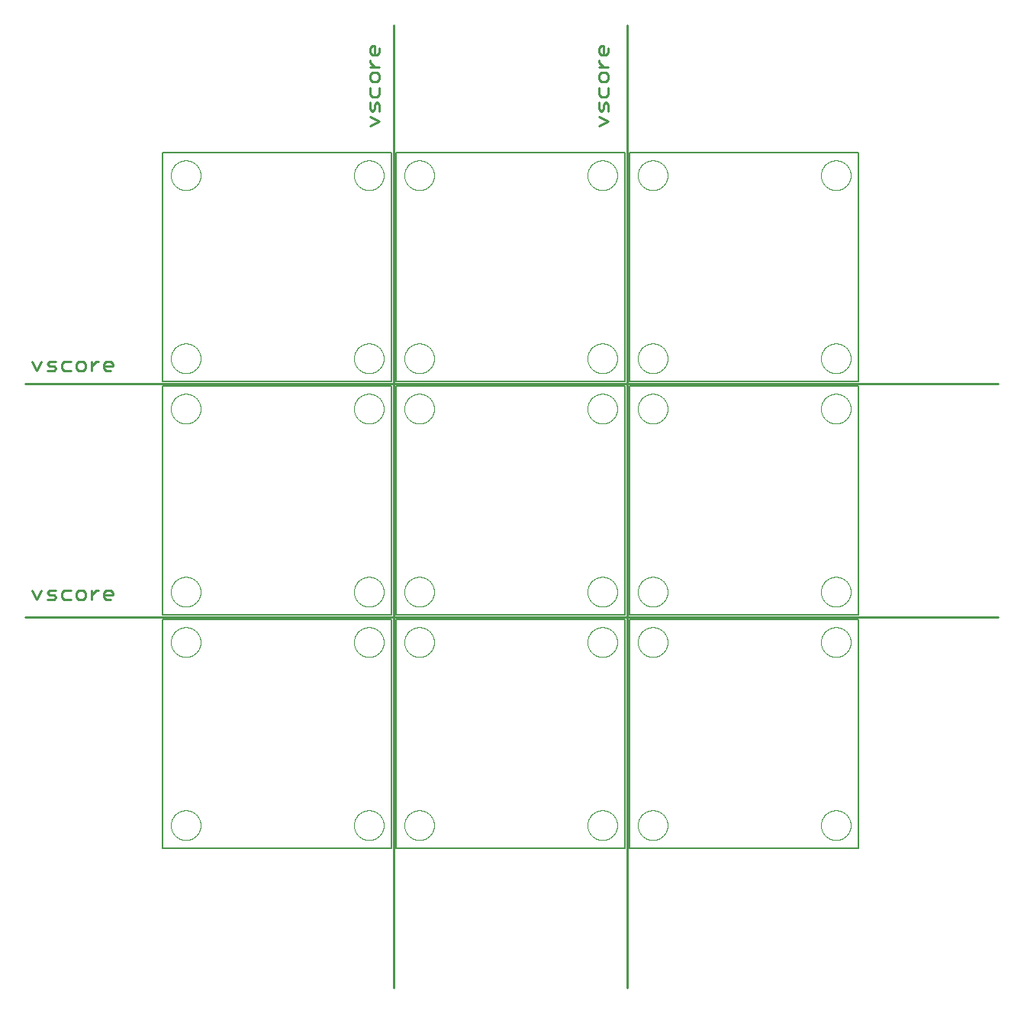
<source format=gko>
G75*
%MOIN*%
%OFA0B0*%
%FSLAX25Y25*%
%IPPOS*%
%LPD*%
%AMOC8*
5,1,8,0,0,1.08239X$1,22.5*
%
%ADD10C,0.00800*%
%ADD11C,0.01000*%
%ADD12C,0.01100*%
%ADD13C,0.00000*%
D10*
X0061500Y0062500D02*
X0061500Y0162500D01*
X0161500Y0162500D01*
X0161500Y0062500D01*
X0061500Y0062500D01*
X0061500Y0164500D02*
X0061500Y0264500D01*
X0161500Y0264500D01*
X0161500Y0164500D01*
X0061500Y0164500D01*
X0061500Y0266500D02*
X0061500Y0366500D01*
X0161500Y0366500D01*
X0161500Y0266500D01*
X0061500Y0266500D01*
X0163500Y0266500D02*
X0163500Y0366500D01*
X0263500Y0366500D01*
X0263500Y0266500D01*
X0163500Y0266500D01*
X0163500Y0264500D02*
X0163500Y0164500D01*
X0263500Y0164500D01*
X0263500Y0264500D01*
X0163500Y0264500D01*
X0163500Y0162500D02*
X0163500Y0062500D01*
X0263500Y0062500D01*
X0263500Y0162500D01*
X0163500Y0162500D01*
X0265500Y0162500D02*
X0265500Y0062500D01*
X0365500Y0062500D01*
X0365500Y0162500D01*
X0265500Y0162500D01*
X0265500Y0164500D02*
X0265500Y0264500D01*
X0365500Y0264500D01*
X0365500Y0164500D01*
X0265500Y0164500D01*
X0265500Y0266500D02*
X0265500Y0366500D01*
X0365500Y0366500D01*
X0365500Y0266500D01*
X0265500Y0266500D01*
D11*
X0264500Y0422000D02*
X0264500Y0001500D01*
X0162500Y0001500D02*
X0162500Y0422000D01*
X0001500Y0265500D02*
X0426500Y0265500D01*
X0426500Y0163500D02*
X0001500Y0163500D01*
D12*
X0006420Y0171050D02*
X0008388Y0174987D01*
X0010897Y0174003D02*
X0011881Y0173018D01*
X0013849Y0173018D01*
X0014833Y0172034D01*
X0013849Y0171050D01*
X0010897Y0171050D01*
X0010897Y0174003D02*
X0011881Y0174987D01*
X0014833Y0174987D01*
X0017342Y0174003D02*
X0017342Y0172034D01*
X0018326Y0171050D01*
X0021279Y0171050D01*
X0023788Y0172034D02*
X0023788Y0174003D01*
X0024772Y0174987D01*
X0026740Y0174987D01*
X0027724Y0174003D01*
X0027724Y0172034D01*
X0026740Y0171050D01*
X0024772Y0171050D01*
X0023788Y0172034D01*
X0021279Y0174987D02*
X0018326Y0174987D01*
X0017342Y0174003D01*
X0006420Y0171050D02*
X0004451Y0174987D01*
X0030233Y0174987D02*
X0030233Y0171050D01*
X0030233Y0173018D02*
X0032202Y0174987D01*
X0033186Y0174987D01*
X0035604Y0174003D02*
X0035604Y0172034D01*
X0036589Y0171050D01*
X0038557Y0171050D01*
X0039541Y0173018D02*
X0035604Y0173018D01*
X0035604Y0174003D02*
X0036589Y0174987D01*
X0038557Y0174987D01*
X0039541Y0174003D01*
X0039541Y0173018D01*
X0038557Y0271050D02*
X0036589Y0271050D01*
X0035604Y0272034D01*
X0035604Y0274003D01*
X0036589Y0274987D01*
X0038557Y0274987D01*
X0039541Y0274003D01*
X0039541Y0273018D01*
X0035604Y0273018D01*
X0033186Y0274987D02*
X0032202Y0274987D01*
X0030233Y0273018D01*
X0030233Y0271050D02*
X0030233Y0274987D01*
X0027724Y0274003D02*
X0026740Y0274987D01*
X0024772Y0274987D01*
X0023788Y0274003D01*
X0023788Y0272034D01*
X0024772Y0271050D01*
X0026740Y0271050D01*
X0027724Y0272034D01*
X0027724Y0274003D01*
X0021279Y0274987D02*
X0018326Y0274987D01*
X0017342Y0274003D01*
X0017342Y0272034D01*
X0018326Y0271050D01*
X0021279Y0271050D01*
X0014833Y0272034D02*
X0013849Y0273018D01*
X0011881Y0273018D01*
X0010897Y0274003D01*
X0011881Y0274987D01*
X0014833Y0274987D01*
X0014833Y0272034D02*
X0013849Y0271050D01*
X0010897Y0271050D01*
X0006420Y0271050D02*
X0008388Y0274987D01*
X0004451Y0274987D02*
X0006420Y0271050D01*
X0152013Y0378050D02*
X0155950Y0380018D01*
X0152013Y0381987D01*
X0152997Y0384495D02*
X0152013Y0385480D01*
X0152013Y0388432D01*
X0153982Y0387448D02*
X0153982Y0385480D01*
X0152997Y0384495D01*
X0155950Y0384495D02*
X0155950Y0387448D01*
X0154966Y0388432D01*
X0153982Y0387448D01*
X0154966Y0390941D02*
X0152997Y0390941D01*
X0152013Y0391925D01*
X0152013Y0394878D01*
X0152997Y0397386D02*
X0154966Y0397386D01*
X0155950Y0398371D01*
X0155950Y0400339D01*
X0154966Y0401323D01*
X0152997Y0401323D01*
X0152013Y0400339D01*
X0152013Y0398371D01*
X0152997Y0397386D01*
X0155950Y0394878D02*
X0155950Y0391925D01*
X0154966Y0390941D01*
X0155950Y0403832D02*
X0152013Y0403832D01*
X0152013Y0405800D02*
X0152013Y0406785D01*
X0152013Y0405800D02*
X0153982Y0403832D01*
X0153982Y0409203D02*
X0153982Y0413140D01*
X0152997Y0413140D01*
X0152013Y0412156D01*
X0152013Y0410187D01*
X0152997Y0409203D01*
X0154966Y0409203D01*
X0155950Y0410187D01*
X0155950Y0412156D01*
X0252013Y0412156D02*
X0252013Y0410187D01*
X0252997Y0409203D01*
X0254966Y0409203D01*
X0255950Y0410187D01*
X0255950Y0412156D01*
X0253982Y0413140D02*
X0253982Y0409203D01*
X0252013Y0406785D02*
X0252013Y0405800D01*
X0253982Y0403832D01*
X0255950Y0403832D02*
X0252013Y0403832D01*
X0252997Y0401323D02*
X0252013Y0400339D01*
X0252013Y0398371D01*
X0252997Y0397386D01*
X0254966Y0397386D01*
X0255950Y0398371D01*
X0255950Y0400339D01*
X0254966Y0401323D01*
X0252997Y0401323D01*
X0252013Y0394878D02*
X0252013Y0391925D01*
X0252997Y0390941D01*
X0254966Y0390941D01*
X0255950Y0391925D01*
X0255950Y0394878D01*
X0254966Y0388432D02*
X0253982Y0387448D01*
X0253982Y0385480D01*
X0252997Y0384495D01*
X0252013Y0385480D01*
X0252013Y0388432D01*
X0254966Y0388432D02*
X0255950Y0387448D01*
X0255950Y0384495D01*
X0255950Y0380018D02*
X0252013Y0378050D01*
X0252013Y0381987D02*
X0255950Y0380018D01*
X0252013Y0412156D02*
X0252997Y0413140D01*
X0253982Y0413140D01*
D13*
X0247000Y0356500D02*
X0247002Y0356661D01*
X0247008Y0356821D01*
X0247018Y0356982D01*
X0247032Y0357142D01*
X0247050Y0357302D01*
X0247071Y0357461D01*
X0247097Y0357620D01*
X0247127Y0357778D01*
X0247160Y0357935D01*
X0247198Y0358092D01*
X0247239Y0358247D01*
X0247284Y0358401D01*
X0247333Y0358554D01*
X0247386Y0358706D01*
X0247442Y0358857D01*
X0247503Y0359006D01*
X0247566Y0359154D01*
X0247634Y0359300D01*
X0247705Y0359444D01*
X0247779Y0359586D01*
X0247857Y0359727D01*
X0247939Y0359865D01*
X0248024Y0360002D01*
X0248112Y0360136D01*
X0248204Y0360268D01*
X0248299Y0360398D01*
X0248397Y0360526D01*
X0248498Y0360651D01*
X0248602Y0360773D01*
X0248709Y0360893D01*
X0248819Y0361010D01*
X0248932Y0361125D01*
X0249048Y0361236D01*
X0249167Y0361345D01*
X0249288Y0361450D01*
X0249412Y0361553D01*
X0249538Y0361653D01*
X0249666Y0361749D01*
X0249797Y0361842D01*
X0249931Y0361932D01*
X0250066Y0362019D01*
X0250204Y0362102D01*
X0250343Y0362182D01*
X0250485Y0362258D01*
X0250628Y0362331D01*
X0250773Y0362400D01*
X0250920Y0362466D01*
X0251068Y0362528D01*
X0251218Y0362586D01*
X0251369Y0362641D01*
X0251522Y0362692D01*
X0251676Y0362739D01*
X0251831Y0362782D01*
X0251987Y0362821D01*
X0252143Y0362857D01*
X0252301Y0362888D01*
X0252459Y0362916D01*
X0252618Y0362940D01*
X0252778Y0362960D01*
X0252938Y0362976D01*
X0253098Y0362988D01*
X0253259Y0362996D01*
X0253420Y0363000D01*
X0253580Y0363000D01*
X0253741Y0362996D01*
X0253902Y0362988D01*
X0254062Y0362976D01*
X0254222Y0362960D01*
X0254382Y0362940D01*
X0254541Y0362916D01*
X0254699Y0362888D01*
X0254857Y0362857D01*
X0255013Y0362821D01*
X0255169Y0362782D01*
X0255324Y0362739D01*
X0255478Y0362692D01*
X0255631Y0362641D01*
X0255782Y0362586D01*
X0255932Y0362528D01*
X0256080Y0362466D01*
X0256227Y0362400D01*
X0256372Y0362331D01*
X0256515Y0362258D01*
X0256657Y0362182D01*
X0256796Y0362102D01*
X0256934Y0362019D01*
X0257069Y0361932D01*
X0257203Y0361842D01*
X0257334Y0361749D01*
X0257462Y0361653D01*
X0257588Y0361553D01*
X0257712Y0361450D01*
X0257833Y0361345D01*
X0257952Y0361236D01*
X0258068Y0361125D01*
X0258181Y0361010D01*
X0258291Y0360893D01*
X0258398Y0360773D01*
X0258502Y0360651D01*
X0258603Y0360526D01*
X0258701Y0360398D01*
X0258796Y0360268D01*
X0258888Y0360136D01*
X0258976Y0360002D01*
X0259061Y0359865D01*
X0259143Y0359727D01*
X0259221Y0359586D01*
X0259295Y0359444D01*
X0259366Y0359300D01*
X0259434Y0359154D01*
X0259497Y0359006D01*
X0259558Y0358857D01*
X0259614Y0358706D01*
X0259667Y0358554D01*
X0259716Y0358401D01*
X0259761Y0358247D01*
X0259802Y0358092D01*
X0259840Y0357935D01*
X0259873Y0357778D01*
X0259903Y0357620D01*
X0259929Y0357461D01*
X0259950Y0357302D01*
X0259968Y0357142D01*
X0259982Y0356982D01*
X0259992Y0356821D01*
X0259998Y0356661D01*
X0260000Y0356500D01*
X0259998Y0356339D01*
X0259992Y0356179D01*
X0259982Y0356018D01*
X0259968Y0355858D01*
X0259950Y0355698D01*
X0259929Y0355539D01*
X0259903Y0355380D01*
X0259873Y0355222D01*
X0259840Y0355065D01*
X0259802Y0354908D01*
X0259761Y0354753D01*
X0259716Y0354599D01*
X0259667Y0354446D01*
X0259614Y0354294D01*
X0259558Y0354143D01*
X0259497Y0353994D01*
X0259434Y0353846D01*
X0259366Y0353700D01*
X0259295Y0353556D01*
X0259221Y0353414D01*
X0259143Y0353273D01*
X0259061Y0353135D01*
X0258976Y0352998D01*
X0258888Y0352864D01*
X0258796Y0352732D01*
X0258701Y0352602D01*
X0258603Y0352474D01*
X0258502Y0352349D01*
X0258398Y0352227D01*
X0258291Y0352107D01*
X0258181Y0351990D01*
X0258068Y0351875D01*
X0257952Y0351764D01*
X0257833Y0351655D01*
X0257712Y0351550D01*
X0257588Y0351447D01*
X0257462Y0351347D01*
X0257334Y0351251D01*
X0257203Y0351158D01*
X0257069Y0351068D01*
X0256934Y0350981D01*
X0256796Y0350898D01*
X0256657Y0350818D01*
X0256515Y0350742D01*
X0256372Y0350669D01*
X0256227Y0350600D01*
X0256080Y0350534D01*
X0255932Y0350472D01*
X0255782Y0350414D01*
X0255631Y0350359D01*
X0255478Y0350308D01*
X0255324Y0350261D01*
X0255169Y0350218D01*
X0255013Y0350179D01*
X0254857Y0350143D01*
X0254699Y0350112D01*
X0254541Y0350084D01*
X0254382Y0350060D01*
X0254222Y0350040D01*
X0254062Y0350024D01*
X0253902Y0350012D01*
X0253741Y0350004D01*
X0253580Y0350000D01*
X0253420Y0350000D01*
X0253259Y0350004D01*
X0253098Y0350012D01*
X0252938Y0350024D01*
X0252778Y0350040D01*
X0252618Y0350060D01*
X0252459Y0350084D01*
X0252301Y0350112D01*
X0252143Y0350143D01*
X0251987Y0350179D01*
X0251831Y0350218D01*
X0251676Y0350261D01*
X0251522Y0350308D01*
X0251369Y0350359D01*
X0251218Y0350414D01*
X0251068Y0350472D01*
X0250920Y0350534D01*
X0250773Y0350600D01*
X0250628Y0350669D01*
X0250485Y0350742D01*
X0250343Y0350818D01*
X0250204Y0350898D01*
X0250066Y0350981D01*
X0249931Y0351068D01*
X0249797Y0351158D01*
X0249666Y0351251D01*
X0249538Y0351347D01*
X0249412Y0351447D01*
X0249288Y0351550D01*
X0249167Y0351655D01*
X0249048Y0351764D01*
X0248932Y0351875D01*
X0248819Y0351990D01*
X0248709Y0352107D01*
X0248602Y0352227D01*
X0248498Y0352349D01*
X0248397Y0352474D01*
X0248299Y0352602D01*
X0248204Y0352732D01*
X0248112Y0352864D01*
X0248024Y0352998D01*
X0247939Y0353135D01*
X0247857Y0353273D01*
X0247779Y0353414D01*
X0247705Y0353556D01*
X0247634Y0353700D01*
X0247566Y0353846D01*
X0247503Y0353994D01*
X0247442Y0354143D01*
X0247386Y0354294D01*
X0247333Y0354446D01*
X0247284Y0354599D01*
X0247239Y0354753D01*
X0247198Y0354908D01*
X0247160Y0355065D01*
X0247127Y0355222D01*
X0247097Y0355380D01*
X0247071Y0355539D01*
X0247050Y0355698D01*
X0247032Y0355858D01*
X0247018Y0356018D01*
X0247008Y0356179D01*
X0247002Y0356339D01*
X0247000Y0356500D01*
X0269000Y0356500D02*
X0269002Y0356661D01*
X0269008Y0356821D01*
X0269018Y0356982D01*
X0269032Y0357142D01*
X0269050Y0357302D01*
X0269071Y0357461D01*
X0269097Y0357620D01*
X0269127Y0357778D01*
X0269160Y0357935D01*
X0269198Y0358092D01*
X0269239Y0358247D01*
X0269284Y0358401D01*
X0269333Y0358554D01*
X0269386Y0358706D01*
X0269442Y0358857D01*
X0269503Y0359006D01*
X0269566Y0359154D01*
X0269634Y0359300D01*
X0269705Y0359444D01*
X0269779Y0359586D01*
X0269857Y0359727D01*
X0269939Y0359865D01*
X0270024Y0360002D01*
X0270112Y0360136D01*
X0270204Y0360268D01*
X0270299Y0360398D01*
X0270397Y0360526D01*
X0270498Y0360651D01*
X0270602Y0360773D01*
X0270709Y0360893D01*
X0270819Y0361010D01*
X0270932Y0361125D01*
X0271048Y0361236D01*
X0271167Y0361345D01*
X0271288Y0361450D01*
X0271412Y0361553D01*
X0271538Y0361653D01*
X0271666Y0361749D01*
X0271797Y0361842D01*
X0271931Y0361932D01*
X0272066Y0362019D01*
X0272204Y0362102D01*
X0272343Y0362182D01*
X0272485Y0362258D01*
X0272628Y0362331D01*
X0272773Y0362400D01*
X0272920Y0362466D01*
X0273068Y0362528D01*
X0273218Y0362586D01*
X0273369Y0362641D01*
X0273522Y0362692D01*
X0273676Y0362739D01*
X0273831Y0362782D01*
X0273987Y0362821D01*
X0274143Y0362857D01*
X0274301Y0362888D01*
X0274459Y0362916D01*
X0274618Y0362940D01*
X0274778Y0362960D01*
X0274938Y0362976D01*
X0275098Y0362988D01*
X0275259Y0362996D01*
X0275420Y0363000D01*
X0275580Y0363000D01*
X0275741Y0362996D01*
X0275902Y0362988D01*
X0276062Y0362976D01*
X0276222Y0362960D01*
X0276382Y0362940D01*
X0276541Y0362916D01*
X0276699Y0362888D01*
X0276857Y0362857D01*
X0277013Y0362821D01*
X0277169Y0362782D01*
X0277324Y0362739D01*
X0277478Y0362692D01*
X0277631Y0362641D01*
X0277782Y0362586D01*
X0277932Y0362528D01*
X0278080Y0362466D01*
X0278227Y0362400D01*
X0278372Y0362331D01*
X0278515Y0362258D01*
X0278657Y0362182D01*
X0278796Y0362102D01*
X0278934Y0362019D01*
X0279069Y0361932D01*
X0279203Y0361842D01*
X0279334Y0361749D01*
X0279462Y0361653D01*
X0279588Y0361553D01*
X0279712Y0361450D01*
X0279833Y0361345D01*
X0279952Y0361236D01*
X0280068Y0361125D01*
X0280181Y0361010D01*
X0280291Y0360893D01*
X0280398Y0360773D01*
X0280502Y0360651D01*
X0280603Y0360526D01*
X0280701Y0360398D01*
X0280796Y0360268D01*
X0280888Y0360136D01*
X0280976Y0360002D01*
X0281061Y0359865D01*
X0281143Y0359727D01*
X0281221Y0359586D01*
X0281295Y0359444D01*
X0281366Y0359300D01*
X0281434Y0359154D01*
X0281497Y0359006D01*
X0281558Y0358857D01*
X0281614Y0358706D01*
X0281667Y0358554D01*
X0281716Y0358401D01*
X0281761Y0358247D01*
X0281802Y0358092D01*
X0281840Y0357935D01*
X0281873Y0357778D01*
X0281903Y0357620D01*
X0281929Y0357461D01*
X0281950Y0357302D01*
X0281968Y0357142D01*
X0281982Y0356982D01*
X0281992Y0356821D01*
X0281998Y0356661D01*
X0282000Y0356500D01*
X0281998Y0356339D01*
X0281992Y0356179D01*
X0281982Y0356018D01*
X0281968Y0355858D01*
X0281950Y0355698D01*
X0281929Y0355539D01*
X0281903Y0355380D01*
X0281873Y0355222D01*
X0281840Y0355065D01*
X0281802Y0354908D01*
X0281761Y0354753D01*
X0281716Y0354599D01*
X0281667Y0354446D01*
X0281614Y0354294D01*
X0281558Y0354143D01*
X0281497Y0353994D01*
X0281434Y0353846D01*
X0281366Y0353700D01*
X0281295Y0353556D01*
X0281221Y0353414D01*
X0281143Y0353273D01*
X0281061Y0353135D01*
X0280976Y0352998D01*
X0280888Y0352864D01*
X0280796Y0352732D01*
X0280701Y0352602D01*
X0280603Y0352474D01*
X0280502Y0352349D01*
X0280398Y0352227D01*
X0280291Y0352107D01*
X0280181Y0351990D01*
X0280068Y0351875D01*
X0279952Y0351764D01*
X0279833Y0351655D01*
X0279712Y0351550D01*
X0279588Y0351447D01*
X0279462Y0351347D01*
X0279334Y0351251D01*
X0279203Y0351158D01*
X0279069Y0351068D01*
X0278934Y0350981D01*
X0278796Y0350898D01*
X0278657Y0350818D01*
X0278515Y0350742D01*
X0278372Y0350669D01*
X0278227Y0350600D01*
X0278080Y0350534D01*
X0277932Y0350472D01*
X0277782Y0350414D01*
X0277631Y0350359D01*
X0277478Y0350308D01*
X0277324Y0350261D01*
X0277169Y0350218D01*
X0277013Y0350179D01*
X0276857Y0350143D01*
X0276699Y0350112D01*
X0276541Y0350084D01*
X0276382Y0350060D01*
X0276222Y0350040D01*
X0276062Y0350024D01*
X0275902Y0350012D01*
X0275741Y0350004D01*
X0275580Y0350000D01*
X0275420Y0350000D01*
X0275259Y0350004D01*
X0275098Y0350012D01*
X0274938Y0350024D01*
X0274778Y0350040D01*
X0274618Y0350060D01*
X0274459Y0350084D01*
X0274301Y0350112D01*
X0274143Y0350143D01*
X0273987Y0350179D01*
X0273831Y0350218D01*
X0273676Y0350261D01*
X0273522Y0350308D01*
X0273369Y0350359D01*
X0273218Y0350414D01*
X0273068Y0350472D01*
X0272920Y0350534D01*
X0272773Y0350600D01*
X0272628Y0350669D01*
X0272485Y0350742D01*
X0272343Y0350818D01*
X0272204Y0350898D01*
X0272066Y0350981D01*
X0271931Y0351068D01*
X0271797Y0351158D01*
X0271666Y0351251D01*
X0271538Y0351347D01*
X0271412Y0351447D01*
X0271288Y0351550D01*
X0271167Y0351655D01*
X0271048Y0351764D01*
X0270932Y0351875D01*
X0270819Y0351990D01*
X0270709Y0352107D01*
X0270602Y0352227D01*
X0270498Y0352349D01*
X0270397Y0352474D01*
X0270299Y0352602D01*
X0270204Y0352732D01*
X0270112Y0352864D01*
X0270024Y0352998D01*
X0269939Y0353135D01*
X0269857Y0353273D01*
X0269779Y0353414D01*
X0269705Y0353556D01*
X0269634Y0353700D01*
X0269566Y0353846D01*
X0269503Y0353994D01*
X0269442Y0354143D01*
X0269386Y0354294D01*
X0269333Y0354446D01*
X0269284Y0354599D01*
X0269239Y0354753D01*
X0269198Y0354908D01*
X0269160Y0355065D01*
X0269127Y0355222D01*
X0269097Y0355380D01*
X0269071Y0355539D01*
X0269050Y0355698D01*
X0269032Y0355858D01*
X0269018Y0356018D01*
X0269008Y0356179D01*
X0269002Y0356339D01*
X0269000Y0356500D01*
X0269000Y0276500D02*
X0269002Y0276661D01*
X0269008Y0276821D01*
X0269018Y0276982D01*
X0269032Y0277142D01*
X0269050Y0277302D01*
X0269071Y0277461D01*
X0269097Y0277620D01*
X0269127Y0277778D01*
X0269160Y0277935D01*
X0269198Y0278092D01*
X0269239Y0278247D01*
X0269284Y0278401D01*
X0269333Y0278554D01*
X0269386Y0278706D01*
X0269442Y0278857D01*
X0269503Y0279006D01*
X0269566Y0279154D01*
X0269634Y0279300D01*
X0269705Y0279444D01*
X0269779Y0279586D01*
X0269857Y0279727D01*
X0269939Y0279865D01*
X0270024Y0280002D01*
X0270112Y0280136D01*
X0270204Y0280268D01*
X0270299Y0280398D01*
X0270397Y0280526D01*
X0270498Y0280651D01*
X0270602Y0280773D01*
X0270709Y0280893D01*
X0270819Y0281010D01*
X0270932Y0281125D01*
X0271048Y0281236D01*
X0271167Y0281345D01*
X0271288Y0281450D01*
X0271412Y0281553D01*
X0271538Y0281653D01*
X0271666Y0281749D01*
X0271797Y0281842D01*
X0271931Y0281932D01*
X0272066Y0282019D01*
X0272204Y0282102D01*
X0272343Y0282182D01*
X0272485Y0282258D01*
X0272628Y0282331D01*
X0272773Y0282400D01*
X0272920Y0282466D01*
X0273068Y0282528D01*
X0273218Y0282586D01*
X0273369Y0282641D01*
X0273522Y0282692D01*
X0273676Y0282739D01*
X0273831Y0282782D01*
X0273987Y0282821D01*
X0274143Y0282857D01*
X0274301Y0282888D01*
X0274459Y0282916D01*
X0274618Y0282940D01*
X0274778Y0282960D01*
X0274938Y0282976D01*
X0275098Y0282988D01*
X0275259Y0282996D01*
X0275420Y0283000D01*
X0275580Y0283000D01*
X0275741Y0282996D01*
X0275902Y0282988D01*
X0276062Y0282976D01*
X0276222Y0282960D01*
X0276382Y0282940D01*
X0276541Y0282916D01*
X0276699Y0282888D01*
X0276857Y0282857D01*
X0277013Y0282821D01*
X0277169Y0282782D01*
X0277324Y0282739D01*
X0277478Y0282692D01*
X0277631Y0282641D01*
X0277782Y0282586D01*
X0277932Y0282528D01*
X0278080Y0282466D01*
X0278227Y0282400D01*
X0278372Y0282331D01*
X0278515Y0282258D01*
X0278657Y0282182D01*
X0278796Y0282102D01*
X0278934Y0282019D01*
X0279069Y0281932D01*
X0279203Y0281842D01*
X0279334Y0281749D01*
X0279462Y0281653D01*
X0279588Y0281553D01*
X0279712Y0281450D01*
X0279833Y0281345D01*
X0279952Y0281236D01*
X0280068Y0281125D01*
X0280181Y0281010D01*
X0280291Y0280893D01*
X0280398Y0280773D01*
X0280502Y0280651D01*
X0280603Y0280526D01*
X0280701Y0280398D01*
X0280796Y0280268D01*
X0280888Y0280136D01*
X0280976Y0280002D01*
X0281061Y0279865D01*
X0281143Y0279727D01*
X0281221Y0279586D01*
X0281295Y0279444D01*
X0281366Y0279300D01*
X0281434Y0279154D01*
X0281497Y0279006D01*
X0281558Y0278857D01*
X0281614Y0278706D01*
X0281667Y0278554D01*
X0281716Y0278401D01*
X0281761Y0278247D01*
X0281802Y0278092D01*
X0281840Y0277935D01*
X0281873Y0277778D01*
X0281903Y0277620D01*
X0281929Y0277461D01*
X0281950Y0277302D01*
X0281968Y0277142D01*
X0281982Y0276982D01*
X0281992Y0276821D01*
X0281998Y0276661D01*
X0282000Y0276500D01*
X0281998Y0276339D01*
X0281992Y0276179D01*
X0281982Y0276018D01*
X0281968Y0275858D01*
X0281950Y0275698D01*
X0281929Y0275539D01*
X0281903Y0275380D01*
X0281873Y0275222D01*
X0281840Y0275065D01*
X0281802Y0274908D01*
X0281761Y0274753D01*
X0281716Y0274599D01*
X0281667Y0274446D01*
X0281614Y0274294D01*
X0281558Y0274143D01*
X0281497Y0273994D01*
X0281434Y0273846D01*
X0281366Y0273700D01*
X0281295Y0273556D01*
X0281221Y0273414D01*
X0281143Y0273273D01*
X0281061Y0273135D01*
X0280976Y0272998D01*
X0280888Y0272864D01*
X0280796Y0272732D01*
X0280701Y0272602D01*
X0280603Y0272474D01*
X0280502Y0272349D01*
X0280398Y0272227D01*
X0280291Y0272107D01*
X0280181Y0271990D01*
X0280068Y0271875D01*
X0279952Y0271764D01*
X0279833Y0271655D01*
X0279712Y0271550D01*
X0279588Y0271447D01*
X0279462Y0271347D01*
X0279334Y0271251D01*
X0279203Y0271158D01*
X0279069Y0271068D01*
X0278934Y0270981D01*
X0278796Y0270898D01*
X0278657Y0270818D01*
X0278515Y0270742D01*
X0278372Y0270669D01*
X0278227Y0270600D01*
X0278080Y0270534D01*
X0277932Y0270472D01*
X0277782Y0270414D01*
X0277631Y0270359D01*
X0277478Y0270308D01*
X0277324Y0270261D01*
X0277169Y0270218D01*
X0277013Y0270179D01*
X0276857Y0270143D01*
X0276699Y0270112D01*
X0276541Y0270084D01*
X0276382Y0270060D01*
X0276222Y0270040D01*
X0276062Y0270024D01*
X0275902Y0270012D01*
X0275741Y0270004D01*
X0275580Y0270000D01*
X0275420Y0270000D01*
X0275259Y0270004D01*
X0275098Y0270012D01*
X0274938Y0270024D01*
X0274778Y0270040D01*
X0274618Y0270060D01*
X0274459Y0270084D01*
X0274301Y0270112D01*
X0274143Y0270143D01*
X0273987Y0270179D01*
X0273831Y0270218D01*
X0273676Y0270261D01*
X0273522Y0270308D01*
X0273369Y0270359D01*
X0273218Y0270414D01*
X0273068Y0270472D01*
X0272920Y0270534D01*
X0272773Y0270600D01*
X0272628Y0270669D01*
X0272485Y0270742D01*
X0272343Y0270818D01*
X0272204Y0270898D01*
X0272066Y0270981D01*
X0271931Y0271068D01*
X0271797Y0271158D01*
X0271666Y0271251D01*
X0271538Y0271347D01*
X0271412Y0271447D01*
X0271288Y0271550D01*
X0271167Y0271655D01*
X0271048Y0271764D01*
X0270932Y0271875D01*
X0270819Y0271990D01*
X0270709Y0272107D01*
X0270602Y0272227D01*
X0270498Y0272349D01*
X0270397Y0272474D01*
X0270299Y0272602D01*
X0270204Y0272732D01*
X0270112Y0272864D01*
X0270024Y0272998D01*
X0269939Y0273135D01*
X0269857Y0273273D01*
X0269779Y0273414D01*
X0269705Y0273556D01*
X0269634Y0273700D01*
X0269566Y0273846D01*
X0269503Y0273994D01*
X0269442Y0274143D01*
X0269386Y0274294D01*
X0269333Y0274446D01*
X0269284Y0274599D01*
X0269239Y0274753D01*
X0269198Y0274908D01*
X0269160Y0275065D01*
X0269127Y0275222D01*
X0269097Y0275380D01*
X0269071Y0275539D01*
X0269050Y0275698D01*
X0269032Y0275858D01*
X0269018Y0276018D01*
X0269008Y0276179D01*
X0269002Y0276339D01*
X0269000Y0276500D01*
X0247000Y0276500D02*
X0247002Y0276661D01*
X0247008Y0276821D01*
X0247018Y0276982D01*
X0247032Y0277142D01*
X0247050Y0277302D01*
X0247071Y0277461D01*
X0247097Y0277620D01*
X0247127Y0277778D01*
X0247160Y0277935D01*
X0247198Y0278092D01*
X0247239Y0278247D01*
X0247284Y0278401D01*
X0247333Y0278554D01*
X0247386Y0278706D01*
X0247442Y0278857D01*
X0247503Y0279006D01*
X0247566Y0279154D01*
X0247634Y0279300D01*
X0247705Y0279444D01*
X0247779Y0279586D01*
X0247857Y0279727D01*
X0247939Y0279865D01*
X0248024Y0280002D01*
X0248112Y0280136D01*
X0248204Y0280268D01*
X0248299Y0280398D01*
X0248397Y0280526D01*
X0248498Y0280651D01*
X0248602Y0280773D01*
X0248709Y0280893D01*
X0248819Y0281010D01*
X0248932Y0281125D01*
X0249048Y0281236D01*
X0249167Y0281345D01*
X0249288Y0281450D01*
X0249412Y0281553D01*
X0249538Y0281653D01*
X0249666Y0281749D01*
X0249797Y0281842D01*
X0249931Y0281932D01*
X0250066Y0282019D01*
X0250204Y0282102D01*
X0250343Y0282182D01*
X0250485Y0282258D01*
X0250628Y0282331D01*
X0250773Y0282400D01*
X0250920Y0282466D01*
X0251068Y0282528D01*
X0251218Y0282586D01*
X0251369Y0282641D01*
X0251522Y0282692D01*
X0251676Y0282739D01*
X0251831Y0282782D01*
X0251987Y0282821D01*
X0252143Y0282857D01*
X0252301Y0282888D01*
X0252459Y0282916D01*
X0252618Y0282940D01*
X0252778Y0282960D01*
X0252938Y0282976D01*
X0253098Y0282988D01*
X0253259Y0282996D01*
X0253420Y0283000D01*
X0253580Y0283000D01*
X0253741Y0282996D01*
X0253902Y0282988D01*
X0254062Y0282976D01*
X0254222Y0282960D01*
X0254382Y0282940D01*
X0254541Y0282916D01*
X0254699Y0282888D01*
X0254857Y0282857D01*
X0255013Y0282821D01*
X0255169Y0282782D01*
X0255324Y0282739D01*
X0255478Y0282692D01*
X0255631Y0282641D01*
X0255782Y0282586D01*
X0255932Y0282528D01*
X0256080Y0282466D01*
X0256227Y0282400D01*
X0256372Y0282331D01*
X0256515Y0282258D01*
X0256657Y0282182D01*
X0256796Y0282102D01*
X0256934Y0282019D01*
X0257069Y0281932D01*
X0257203Y0281842D01*
X0257334Y0281749D01*
X0257462Y0281653D01*
X0257588Y0281553D01*
X0257712Y0281450D01*
X0257833Y0281345D01*
X0257952Y0281236D01*
X0258068Y0281125D01*
X0258181Y0281010D01*
X0258291Y0280893D01*
X0258398Y0280773D01*
X0258502Y0280651D01*
X0258603Y0280526D01*
X0258701Y0280398D01*
X0258796Y0280268D01*
X0258888Y0280136D01*
X0258976Y0280002D01*
X0259061Y0279865D01*
X0259143Y0279727D01*
X0259221Y0279586D01*
X0259295Y0279444D01*
X0259366Y0279300D01*
X0259434Y0279154D01*
X0259497Y0279006D01*
X0259558Y0278857D01*
X0259614Y0278706D01*
X0259667Y0278554D01*
X0259716Y0278401D01*
X0259761Y0278247D01*
X0259802Y0278092D01*
X0259840Y0277935D01*
X0259873Y0277778D01*
X0259903Y0277620D01*
X0259929Y0277461D01*
X0259950Y0277302D01*
X0259968Y0277142D01*
X0259982Y0276982D01*
X0259992Y0276821D01*
X0259998Y0276661D01*
X0260000Y0276500D01*
X0259998Y0276339D01*
X0259992Y0276179D01*
X0259982Y0276018D01*
X0259968Y0275858D01*
X0259950Y0275698D01*
X0259929Y0275539D01*
X0259903Y0275380D01*
X0259873Y0275222D01*
X0259840Y0275065D01*
X0259802Y0274908D01*
X0259761Y0274753D01*
X0259716Y0274599D01*
X0259667Y0274446D01*
X0259614Y0274294D01*
X0259558Y0274143D01*
X0259497Y0273994D01*
X0259434Y0273846D01*
X0259366Y0273700D01*
X0259295Y0273556D01*
X0259221Y0273414D01*
X0259143Y0273273D01*
X0259061Y0273135D01*
X0258976Y0272998D01*
X0258888Y0272864D01*
X0258796Y0272732D01*
X0258701Y0272602D01*
X0258603Y0272474D01*
X0258502Y0272349D01*
X0258398Y0272227D01*
X0258291Y0272107D01*
X0258181Y0271990D01*
X0258068Y0271875D01*
X0257952Y0271764D01*
X0257833Y0271655D01*
X0257712Y0271550D01*
X0257588Y0271447D01*
X0257462Y0271347D01*
X0257334Y0271251D01*
X0257203Y0271158D01*
X0257069Y0271068D01*
X0256934Y0270981D01*
X0256796Y0270898D01*
X0256657Y0270818D01*
X0256515Y0270742D01*
X0256372Y0270669D01*
X0256227Y0270600D01*
X0256080Y0270534D01*
X0255932Y0270472D01*
X0255782Y0270414D01*
X0255631Y0270359D01*
X0255478Y0270308D01*
X0255324Y0270261D01*
X0255169Y0270218D01*
X0255013Y0270179D01*
X0254857Y0270143D01*
X0254699Y0270112D01*
X0254541Y0270084D01*
X0254382Y0270060D01*
X0254222Y0270040D01*
X0254062Y0270024D01*
X0253902Y0270012D01*
X0253741Y0270004D01*
X0253580Y0270000D01*
X0253420Y0270000D01*
X0253259Y0270004D01*
X0253098Y0270012D01*
X0252938Y0270024D01*
X0252778Y0270040D01*
X0252618Y0270060D01*
X0252459Y0270084D01*
X0252301Y0270112D01*
X0252143Y0270143D01*
X0251987Y0270179D01*
X0251831Y0270218D01*
X0251676Y0270261D01*
X0251522Y0270308D01*
X0251369Y0270359D01*
X0251218Y0270414D01*
X0251068Y0270472D01*
X0250920Y0270534D01*
X0250773Y0270600D01*
X0250628Y0270669D01*
X0250485Y0270742D01*
X0250343Y0270818D01*
X0250204Y0270898D01*
X0250066Y0270981D01*
X0249931Y0271068D01*
X0249797Y0271158D01*
X0249666Y0271251D01*
X0249538Y0271347D01*
X0249412Y0271447D01*
X0249288Y0271550D01*
X0249167Y0271655D01*
X0249048Y0271764D01*
X0248932Y0271875D01*
X0248819Y0271990D01*
X0248709Y0272107D01*
X0248602Y0272227D01*
X0248498Y0272349D01*
X0248397Y0272474D01*
X0248299Y0272602D01*
X0248204Y0272732D01*
X0248112Y0272864D01*
X0248024Y0272998D01*
X0247939Y0273135D01*
X0247857Y0273273D01*
X0247779Y0273414D01*
X0247705Y0273556D01*
X0247634Y0273700D01*
X0247566Y0273846D01*
X0247503Y0273994D01*
X0247442Y0274143D01*
X0247386Y0274294D01*
X0247333Y0274446D01*
X0247284Y0274599D01*
X0247239Y0274753D01*
X0247198Y0274908D01*
X0247160Y0275065D01*
X0247127Y0275222D01*
X0247097Y0275380D01*
X0247071Y0275539D01*
X0247050Y0275698D01*
X0247032Y0275858D01*
X0247018Y0276018D01*
X0247008Y0276179D01*
X0247002Y0276339D01*
X0247000Y0276500D01*
X0247000Y0254500D02*
X0247002Y0254661D01*
X0247008Y0254821D01*
X0247018Y0254982D01*
X0247032Y0255142D01*
X0247050Y0255302D01*
X0247071Y0255461D01*
X0247097Y0255620D01*
X0247127Y0255778D01*
X0247160Y0255935D01*
X0247198Y0256092D01*
X0247239Y0256247D01*
X0247284Y0256401D01*
X0247333Y0256554D01*
X0247386Y0256706D01*
X0247442Y0256857D01*
X0247503Y0257006D01*
X0247566Y0257154D01*
X0247634Y0257300D01*
X0247705Y0257444D01*
X0247779Y0257586D01*
X0247857Y0257727D01*
X0247939Y0257865D01*
X0248024Y0258002D01*
X0248112Y0258136D01*
X0248204Y0258268D01*
X0248299Y0258398D01*
X0248397Y0258526D01*
X0248498Y0258651D01*
X0248602Y0258773D01*
X0248709Y0258893D01*
X0248819Y0259010D01*
X0248932Y0259125D01*
X0249048Y0259236D01*
X0249167Y0259345D01*
X0249288Y0259450D01*
X0249412Y0259553D01*
X0249538Y0259653D01*
X0249666Y0259749D01*
X0249797Y0259842D01*
X0249931Y0259932D01*
X0250066Y0260019D01*
X0250204Y0260102D01*
X0250343Y0260182D01*
X0250485Y0260258D01*
X0250628Y0260331D01*
X0250773Y0260400D01*
X0250920Y0260466D01*
X0251068Y0260528D01*
X0251218Y0260586D01*
X0251369Y0260641D01*
X0251522Y0260692D01*
X0251676Y0260739D01*
X0251831Y0260782D01*
X0251987Y0260821D01*
X0252143Y0260857D01*
X0252301Y0260888D01*
X0252459Y0260916D01*
X0252618Y0260940D01*
X0252778Y0260960D01*
X0252938Y0260976D01*
X0253098Y0260988D01*
X0253259Y0260996D01*
X0253420Y0261000D01*
X0253580Y0261000D01*
X0253741Y0260996D01*
X0253902Y0260988D01*
X0254062Y0260976D01*
X0254222Y0260960D01*
X0254382Y0260940D01*
X0254541Y0260916D01*
X0254699Y0260888D01*
X0254857Y0260857D01*
X0255013Y0260821D01*
X0255169Y0260782D01*
X0255324Y0260739D01*
X0255478Y0260692D01*
X0255631Y0260641D01*
X0255782Y0260586D01*
X0255932Y0260528D01*
X0256080Y0260466D01*
X0256227Y0260400D01*
X0256372Y0260331D01*
X0256515Y0260258D01*
X0256657Y0260182D01*
X0256796Y0260102D01*
X0256934Y0260019D01*
X0257069Y0259932D01*
X0257203Y0259842D01*
X0257334Y0259749D01*
X0257462Y0259653D01*
X0257588Y0259553D01*
X0257712Y0259450D01*
X0257833Y0259345D01*
X0257952Y0259236D01*
X0258068Y0259125D01*
X0258181Y0259010D01*
X0258291Y0258893D01*
X0258398Y0258773D01*
X0258502Y0258651D01*
X0258603Y0258526D01*
X0258701Y0258398D01*
X0258796Y0258268D01*
X0258888Y0258136D01*
X0258976Y0258002D01*
X0259061Y0257865D01*
X0259143Y0257727D01*
X0259221Y0257586D01*
X0259295Y0257444D01*
X0259366Y0257300D01*
X0259434Y0257154D01*
X0259497Y0257006D01*
X0259558Y0256857D01*
X0259614Y0256706D01*
X0259667Y0256554D01*
X0259716Y0256401D01*
X0259761Y0256247D01*
X0259802Y0256092D01*
X0259840Y0255935D01*
X0259873Y0255778D01*
X0259903Y0255620D01*
X0259929Y0255461D01*
X0259950Y0255302D01*
X0259968Y0255142D01*
X0259982Y0254982D01*
X0259992Y0254821D01*
X0259998Y0254661D01*
X0260000Y0254500D01*
X0259998Y0254339D01*
X0259992Y0254179D01*
X0259982Y0254018D01*
X0259968Y0253858D01*
X0259950Y0253698D01*
X0259929Y0253539D01*
X0259903Y0253380D01*
X0259873Y0253222D01*
X0259840Y0253065D01*
X0259802Y0252908D01*
X0259761Y0252753D01*
X0259716Y0252599D01*
X0259667Y0252446D01*
X0259614Y0252294D01*
X0259558Y0252143D01*
X0259497Y0251994D01*
X0259434Y0251846D01*
X0259366Y0251700D01*
X0259295Y0251556D01*
X0259221Y0251414D01*
X0259143Y0251273D01*
X0259061Y0251135D01*
X0258976Y0250998D01*
X0258888Y0250864D01*
X0258796Y0250732D01*
X0258701Y0250602D01*
X0258603Y0250474D01*
X0258502Y0250349D01*
X0258398Y0250227D01*
X0258291Y0250107D01*
X0258181Y0249990D01*
X0258068Y0249875D01*
X0257952Y0249764D01*
X0257833Y0249655D01*
X0257712Y0249550D01*
X0257588Y0249447D01*
X0257462Y0249347D01*
X0257334Y0249251D01*
X0257203Y0249158D01*
X0257069Y0249068D01*
X0256934Y0248981D01*
X0256796Y0248898D01*
X0256657Y0248818D01*
X0256515Y0248742D01*
X0256372Y0248669D01*
X0256227Y0248600D01*
X0256080Y0248534D01*
X0255932Y0248472D01*
X0255782Y0248414D01*
X0255631Y0248359D01*
X0255478Y0248308D01*
X0255324Y0248261D01*
X0255169Y0248218D01*
X0255013Y0248179D01*
X0254857Y0248143D01*
X0254699Y0248112D01*
X0254541Y0248084D01*
X0254382Y0248060D01*
X0254222Y0248040D01*
X0254062Y0248024D01*
X0253902Y0248012D01*
X0253741Y0248004D01*
X0253580Y0248000D01*
X0253420Y0248000D01*
X0253259Y0248004D01*
X0253098Y0248012D01*
X0252938Y0248024D01*
X0252778Y0248040D01*
X0252618Y0248060D01*
X0252459Y0248084D01*
X0252301Y0248112D01*
X0252143Y0248143D01*
X0251987Y0248179D01*
X0251831Y0248218D01*
X0251676Y0248261D01*
X0251522Y0248308D01*
X0251369Y0248359D01*
X0251218Y0248414D01*
X0251068Y0248472D01*
X0250920Y0248534D01*
X0250773Y0248600D01*
X0250628Y0248669D01*
X0250485Y0248742D01*
X0250343Y0248818D01*
X0250204Y0248898D01*
X0250066Y0248981D01*
X0249931Y0249068D01*
X0249797Y0249158D01*
X0249666Y0249251D01*
X0249538Y0249347D01*
X0249412Y0249447D01*
X0249288Y0249550D01*
X0249167Y0249655D01*
X0249048Y0249764D01*
X0248932Y0249875D01*
X0248819Y0249990D01*
X0248709Y0250107D01*
X0248602Y0250227D01*
X0248498Y0250349D01*
X0248397Y0250474D01*
X0248299Y0250602D01*
X0248204Y0250732D01*
X0248112Y0250864D01*
X0248024Y0250998D01*
X0247939Y0251135D01*
X0247857Y0251273D01*
X0247779Y0251414D01*
X0247705Y0251556D01*
X0247634Y0251700D01*
X0247566Y0251846D01*
X0247503Y0251994D01*
X0247442Y0252143D01*
X0247386Y0252294D01*
X0247333Y0252446D01*
X0247284Y0252599D01*
X0247239Y0252753D01*
X0247198Y0252908D01*
X0247160Y0253065D01*
X0247127Y0253222D01*
X0247097Y0253380D01*
X0247071Y0253539D01*
X0247050Y0253698D01*
X0247032Y0253858D01*
X0247018Y0254018D01*
X0247008Y0254179D01*
X0247002Y0254339D01*
X0247000Y0254500D01*
X0269000Y0254500D02*
X0269002Y0254661D01*
X0269008Y0254821D01*
X0269018Y0254982D01*
X0269032Y0255142D01*
X0269050Y0255302D01*
X0269071Y0255461D01*
X0269097Y0255620D01*
X0269127Y0255778D01*
X0269160Y0255935D01*
X0269198Y0256092D01*
X0269239Y0256247D01*
X0269284Y0256401D01*
X0269333Y0256554D01*
X0269386Y0256706D01*
X0269442Y0256857D01*
X0269503Y0257006D01*
X0269566Y0257154D01*
X0269634Y0257300D01*
X0269705Y0257444D01*
X0269779Y0257586D01*
X0269857Y0257727D01*
X0269939Y0257865D01*
X0270024Y0258002D01*
X0270112Y0258136D01*
X0270204Y0258268D01*
X0270299Y0258398D01*
X0270397Y0258526D01*
X0270498Y0258651D01*
X0270602Y0258773D01*
X0270709Y0258893D01*
X0270819Y0259010D01*
X0270932Y0259125D01*
X0271048Y0259236D01*
X0271167Y0259345D01*
X0271288Y0259450D01*
X0271412Y0259553D01*
X0271538Y0259653D01*
X0271666Y0259749D01*
X0271797Y0259842D01*
X0271931Y0259932D01*
X0272066Y0260019D01*
X0272204Y0260102D01*
X0272343Y0260182D01*
X0272485Y0260258D01*
X0272628Y0260331D01*
X0272773Y0260400D01*
X0272920Y0260466D01*
X0273068Y0260528D01*
X0273218Y0260586D01*
X0273369Y0260641D01*
X0273522Y0260692D01*
X0273676Y0260739D01*
X0273831Y0260782D01*
X0273987Y0260821D01*
X0274143Y0260857D01*
X0274301Y0260888D01*
X0274459Y0260916D01*
X0274618Y0260940D01*
X0274778Y0260960D01*
X0274938Y0260976D01*
X0275098Y0260988D01*
X0275259Y0260996D01*
X0275420Y0261000D01*
X0275580Y0261000D01*
X0275741Y0260996D01*
X0275902Y0260988D01*
X0276062Y0260976D01*
X0276222Y0260960D01*
X0276382Y0260940D01*
X0276541Y0260916D01*
X0276699Y0260888D01*
X0276857Y0260857D01*
X0277013Y0260821D01*
X0277169Y0260782D01*
X0277324Y0260739D01*
X0277478Y0260692D01*
X0277631Y0260641D01*
X0277782Y0260586D01*
X0277932Y0260528D01*
X0278080Y0260466D01*
X0278227Y0260400D01*
X0278372Y0260331D01*
X0278515Y0260258D01*
X0278657Y0260182D01*
X0278796Y0260102D01*
X0278934Y0260019D01*
X0279069Y0259932D01*
X0279203Y0259842D01*
X0279334Y0259749D01*
X0279462Y0259653D01*
X0279588Y0259553D01*
X0279712Y0259450D01*
X0279833Y0259345D01*
X0279952Y0259236D01*
X0280068Y0259125D01*
X0280181Y0259010D01*
X0280291Y0258893D01*
X0280398Y0258773D01*
X0280502Y0258651D01*
X0280603Y0258526D01*
X0280701Y0258398D01*
X0280796Y0258268D01*
X0280888Y0258136D01*
X0280976Y0258002D01*
X0281061Y0257865D01*
X0281143Y0257727D01*
X0281221Y0257586D01*
X0281295Y0257444D01*
X0281366Y0257300D01*
X0281434Y0257154D01*
X0281497Y0257006D01*
X0281558Y0256857D01*
X0281614Y0256706D01*
X0281667Y0256554D01*
X0281716Y0256401D01*
X0281761Y0256247D01*
X0281802Y0256092D01*
X0281840Y0255935D01*
X0281873Y0255778D01*
X0281903Y0255620D01*
X0281929Y0255461D01*
X0281950Y0255302D01*
X0281968Y0255142D01*
X0281982Y0254982D01*
X0281992Y0254821D01*
X0281998Y0254661D01*
X0282000Y0254500D01*
X0281998Y0254339D01*
X0281992Y0254179D01*
X0281982Y0254018D01*
X0281968Y0253858D01*
X0281950Y0253698D01*
X0281929Y0253539D01*
X0281903Y0253380D01*
X0281873Y0253222D01*
X0281840Y0253065D01*
X0281802Y0252908D01*
X0281761Y0252753D01*
X0281716Y0252599D01*
X0281667Y0252446D01*
X0281614Y0252294D01*
X0281558Y0252143D01*
X0281497Y0251994D01*
X0281434Y0251846D01*
X0281366Y0251700D01*
X0281295Y0251556D01*
X0281221Y0251414D01*
X0281143Y0251273D01*
X0281061Y0251135D01*
X0280976Y0250998D01*
X0280888Y0250864D01*
X0280796Y0250732D01*
X0280701Y0250602D01*
X0280603Y0250474D01*
X0280502Y0250349D01*
X0280398Y0250227D01*
X0280291Y0250107D01*
X0280181Y0249990D01*
X0280068Y0249875D01*
X0279952Y0249764D01*
X0279833Y0249655D01*
X0279712Y0249550D01*
X0279588Y0249447D01*
X0279462Y0249347D01*
X0279334Y0249251D01*
X0279203Y0249158D01*
X0279069Y0249068D01*
X0278934Y0248981D01*
X0278796Y0248898D01*
X0278657Y0248818D01*
X0278515Y0248742D01*
X0278372Y0248669D01*
X0278227Y0248600D01*
X0278080Y0248534D01*
X0277932Y0248472D01*
X0277782Y0248414D01*
X0277631Y0248359D01*
X0277478Y0248308D01*
X0277324Y0248261D01*
X0277169Y0248218D01*
X0277013Y0248179D01*
X0276857Y0248143D01*
X0276699Y0248112D01*
X0276541Y0248084D01*
X0276382Y0248060D01*
X0276222Y0248040D01*
X0276062Y0248024D01*
X0275902Y0248012D01*
X0275741Y0248004D01*
X0275580Y0248000D01*
X0275420Y0248000D01*
X0275259Y0248004D01*
X0275098Y0248012D01*
X0274938Y0248024D01*
X0274778Y0248040D01*
X0274618Y0248060D01*
X0274459Y0248084D01*
X0274301Y0248112D01*
X0274143Y0248143D01*
X0273987Y0248179D01*
X0273831Y0248218D01*
X0273676Y0248261D01*
X0273522Y0248308D01*
X0273369Y0248359D01*
X0273218Y0248414D01*
X0273068Y0248472D01*
X0272920Y0248534D01*
X0272773Y0248600D01*
X0272628Y0248669D01*
X0272485Y0248742D01*
X0272343Y0248818D01*
X0272204Y0248898D01*
X0272066Y0248981D01*
X0271931Y0249068D01*
X0271797Y0249158D01*
X0271666Y0249251D01*
X0271538Y0249347D01*
X0271412Y0249447D01*
X0271288Y0249550D01*
X0271167Y0249655D01*
X0271048Y0249764D01*
X0270932Y0249875D01*
X0270819Y0249990D01*
X0270709Y0250107D01*
X0270602Y0250227D01*
X0270498Y0250349D01*
X0270397Y0250474D01*
X0270299Y0250602D01*
X0270204Y0250732D01*
X0270112Y0250864D01*
X0270024Y0250998D01*
X0269939Y0251135D01*
X0269857Y0251273D01*
X0269779Y0251414D01*
X0269705Y0251556D01*
X0269634Y0251700D01*
X0269566Y0251846D01*
X0269503Y0251994D01*
X0269442Y0252143D01*
X0269386Y0252294D01*
X0269333Y0252446D01*
X0269284Y0252599D01*
X0269239Y0252753D01*
X0269198Y0252908D01*
X0269160Y0253065D01*
X0269127Y0253222D01*
X0269097Y0253380D01*
X0269071Y0253539D01*
X0269050Y0253698D01*
X0269032Y0253858D01*
X0269018Y0254018D01*
X0269008Y0254179D01*
X0269002Y0254339D01*
X0269000Y0254500D01*
X0269000Y0174500D02*
X0269002Y0174661D01*
X0269008Y0174821D01*
X0269018Y0174982D01*
X0269032Y0175142D01*
X0269050Y0175302D01*
X0269071Y0175461D01*
X0269097Y0175620D01*
X0269127Y0175778D01*
X0269160Y0175935D01*
X0269198Y0176092D01*
X0269239Y0176247D01*
X0269284Y0176401D01*
X0269333Y0176554D01*
X0269386Y0176706D01*
X0269442Y0176857D01*
X0269503Y0177006D01*
X0269566Y0177154D01*
X0269634Y0177300D01*
X0269705Y0177444D01*
X0269779Y0177586D01*
X0269857Y0177727D01*
X0269939Y0177865D01*
X0270024Y0178002D01*
X0270112Y0178136D01*
X0270204Y0178268D01*
X0270299Y0178398D01*
X0270397Y0178526D01*
X0270498Y0178651D01*
X0270602Y0178773D01*
X0270709Y0178893D01*
X0270819Y0179010D01*
X0270932Y0179125D01*
X0271048Y0179236D01*
X0271167Y0179345D01*
X0271288Y0179450D01*
X0271412Y0179553D01*
X0271538Y0179653D01*
X0271666Y0179749D01*
X0271797Y0179842D01*
X0271931Y0179932D01*
X0272066Y0180019D01*
X0272204Y0180102D01*
X0272343Y0180182D01*
X0272485Y0180258D01*
X0272628Y0180331D01*
X0272773Y0180400D01*
X0272920Y0180466D01*
X0273068Y0180528D01*
X0273218Y0180586D01*
X0273369Y0180641D01*
X0273522Y0180692D01*
X0273676Y0180739D01*
X0273831Y0180782D01*
X0273987Y0180821D01*
X0274143Y0180857D01*
X0274301Y0180888D01*
X0274459Y0180916D01*
X0274618Y0180940D01*
X0274778Y0180960D01*
X0274938Y0180976D01*
X0275098Y0180988D01*
X0275259Y0180996D01*
X0275420Y0181000D01*
X0275580Y0181000D01*
X0275741Y0180996D01*
X0275902Y0180988D01*
X0276062Y0180976D01*
X0276222Y0180960D01*
X0276382Y0180940D01*
X0276541Y0180916D01*
X0276699Y0180888D01*
X0276857Y0180857D01*
X0277013Y0180821D01*
X0277169Y0180782D01*
X0277324Y0180739D01*
X0277478Y0180692D01*
X0277631Y0180641D01*
X0277782Y0180586D01*
X0277932Y0180528D01*
X0278080Y0180466D01*
X0278227Y0180400D01*
X0278372Y0180331D01*
X0278515Y0180258D01*
X0278657Y0180182D01*
X0278796Y0180102D01*
X0278934Y0180019D01*
X0279069Y0179932D01*
X0279203Y0179842D01*
X0279334Y0179749D01*
X0279462Y0179653D01*
X0279588Y0179553D01*
X0279712Y0179450D01*
X0279833Y0179345D01*
X0279952Y0179236D01*
X0280068Y0179125D01*
X0280181Y0179010D01*
X0280291Y0178893D01*
X0280398Y0178773D01*
X0280502Y0178651D01*
X0280603Y0178526D01*
X0280701Y0178398D01*
X0280796Y0178268D01*
X0280888Y0178136D01*
X0280976Y0178002D01*
X0281061Y0177865D01*
X0281143Y0177727D01*
X0281221Y0177586D01*
X0281295Y0177444D01*
X0281366Y0177300D01*
X0281434Y0177154D01*
X0281497Y0177006D01*
X0281558Y0176857D01*
X0281614Y0176706D01*
X0281667Y0176554D01*
X0281716Y0176401D01*
X0281761Y0176247D01*
X0281802Y0176092D01*
X0281840Y0175935D01*
X0281873Y0175778D01*
X0281903Y0175620D01*
X0281929Y0175461D01*
X0281950Y0175302D01*
X0281968Y0175142D01*
X0281982Y0174982D01*
X0281992Y0174821D01*
X0281998Y0174661D01*
X0282000Y0174500D01*
X0281998Y0174339D01*
X0281992Y0174179D01*
X0281982Y0174018D01*
X0281968Y0173858D01*
X0281950Y0173698D01*
X0281929Y0173539D01*
X0281903Y0173380D01*
X0281873Y0173222D01*
X0281840Y0173065D01*
X0281802Y0172908D01*
X0281761Y0172753D01*
X0281716Y0172599D01*
X0281667Y0172446D01*
X0281614Y0172294D01*
X0281558Y0172143D01*
X0281497Y0171994D01*
X0281434Y0171846D01*
X0281366Y0171700D01*
X0281295Y0171556D01*
X0281221Y0171414D01*
X0281143Y0171273D01*
X0281061Y0171135D01*
X0280976Y0170998D01*
X0280888Y0170864D01*
X0280796Y0170732D01*
X0280701Y0170602D01*
X0280603Y0170474D01*
X0280502Y0170349D01*
X0280398Y0170227D01*
X0280291Y0170107D01*
X0280181Y0169990D01*
X0280068Y0169875D01*
X0279952Y0169764D01*
X0279833Y0169655D01*
X0279712Y0169550D01*
X0279588Y0169447D01*
X0279462Y0169347D01*
X0279334Y0169251D01*
X0279203Y0169158D01*
X0279069Y0169068D01*
X0278934Y0168981D01*
X0278796Y0168898D01*
X0278657Y0168818D01*
X0278515Y0168742D01*
X0278372Y0168669D01*
X0278227Y0168600D01*
X0278080Y0168534D01*
X0277932Y0168472D01*
X0277782Y0168414D01*
X0277631Y0168359D01*
X0277478Y0168308D01*
X0277324Y0168261D01*
X0277169Y0168218D01*
X0277013Y0168179D01*
X0276857Y0168143D01*
X0276699Y0168112D01*
X0276541Y0168084D01*
X0276382Y0168060D01*
X0276222Y0168040D01*
X0276062Y0168024D01*
X0275902Y0168012D01*
X0275741Y0168004D01*
X0275580Y0168000D01*
X0275420Y0168000D01*
X0275259Y0168004D01*
X0275098Y0168012D01*
X0274938Y0168024D01*
X0274778Y0168040D01*
X0274618Y0168060D01*
X0274459Y0168084D01*
X0274301Y0168112D01*
X0274143Y0168143D01*
X0273987Y0168179D01*
X0273831Y0168218D01*
X0273676Y0168261D01*
X0273522Y0168308D01*
X0273369Y0168359D01*
X0273218Y0168414D01*
X0273068Y0168472D01*
X0272920Y0168534D01*
X0272773Y0168600D01*
X0272628Y0168669D01*
X0272485Y0168742D01*
X0272343Y0168818D01*
X0272204Y0168898D01*
X0272066Y0168981D01*
X0271931Y0169068D01*
X0271797Y0169158D01*
X0271666Y0169251D01*
X0271538Y0169347D01*
X0271412Y0169447D01*
X0271288Y0169550D01*
X0271167Y0169655D01*
X0271048Y0169764D01*
X0270932Y0169875D01*
X0270819Y0169990D01*
X0270709Y0170107D01*
X0270602Y0170227D01*
X0270498Y0170349D01*
X0270397Y0170474D01*
X0270299Y0170602D01*
X0270204Y0170732D01*
X0270112Y0170864D01*
X0270024Y0170998D01*
X0269939Y0171135D01*
X0269857Y0171273D01*
X0269779Y0171414D01*
X0269705Y0171556D01*
X0269634Y0171700D01*
X0269566Y0171846D01*
X0269503Y0171994D01*
X0269442Y0172143D01*
X0269386Y0172294D01*
X0269333Y0172446D01*
X0269284Y0172599D01*
X0269239Y0172753D01*
X0269198Y0172908D01*
X0269160Y0173065D01*
X0269127Y0173222D01*
X0269097Y0173380D01*
X0269071Y0173539D01*
X0269050Y0173698D01*
X0269032Y0173858D01*
X0269018Y0174018D01*
X0269008Y0174179D01*
X0269002Y0174339D01*
X0269000Y0174500D01*
X0247000Y0174500D02*
X0247002Y0174661D01*
X0247008Y0174821D01*
X0247018Y0174982D01*
X0247032Y0175142D01*
X0247050Y0175302D01*
X0247071Y0175461D01*
X0247097Y0175620D01*
X0247127Y0175778D01*
X0247160Y0175935D01*
X0247198Y0176092D01*
X0247239Y0176247D01*
X0247284Y0176401D01*
X0247333Y0176554D01*
X0247386Y0176706D01*
X0247442Y0176857D01*
X0247503Y0177006D01*
X0247566Y0177154D01*
X0247634Y0177300D01*
X0247705Y0177444D01*
X0247779Y0177586D01*
X0247857Y0177727D01*
X0247939Y0177865D01*
X0248024Y0178002D01*
X0248112Y0178136D01*
X0248204Y0178268D01*
X0248299Y0178398D01*
X0248397Y0178526D01*
X0248498Y0178651D01*
X0248602Y0178773D01*
X0248709Y0178893D01*
X0248819Y0179010D01*
X0248932Y0179125D01*
X0249048Y0179236D01*
X0249167Y0179345D01*
X0249288Y0179450D01*
X0249412Y0179553D01*
X0249538Y0179653D01*
X0249666Y0179749D01*
X0249797Y0179842D01*
X0249931Y0179932D01*
X0250066Y0180019D01*
X0250204Y0180102D01*
X0250343Y0180182D01*
X0250485Y0180258D01*
X0250628Y0180331D01*
X0250773Y0180400D01*
X0250920Y0180466D01*
X0251068Y0180528D01*
X0251218Y0180586D01*
X0251369Y0180641D01*
X0251522Y0180692D01*
X0251676Y0180739D01*
X0251831Y0180782D01*
X0251987Y0180821D01*
X0252143Y0180857D01*
X0252301Y0180888D01*
X0252459Y0180916D01*
X0252618Y0180940D01*
X0252778Y0180960D01*
X0252938Y0180976D01*
X0253098Y0180988D01*
X0253259Y0180996D01*
X0253420Y0181000D01*
X0253580Y0181000D01*
X0253741Y0180996D01*
X0253902Y0180988D01*
X0254062Y0180976D01*
X0254222Y0180960D01*
X0254382Y0180940D01*
X0254541Y0180916D01*
X0254699Y0180888D01*
X0254857Y0180857D01*
X0255013Y0180821D01*
X0255169Y0180782D01*
X0255324Y0180739D01*
X0255478Y0180692D01*
X0255631Y0180641D01*
X0255782Y0180586D01*
X0255932Y0180528D01*
X0256080Y0180466D01*
X0256227Y0180400D01*
X0256372Y0180331D01*
X0256515Y0180258D01*
X0256657Y0180182D01*
X0256796Y0180102D01*
X0256934Y0180019D01*
X0257069Y0179932D01*
X0257203Y0179842D01*
X0257334Y0179749D01*
X0257462Y0179653D01*
X0257588Y0179553D01*
X0257712Y0179450D01*
X0257833Y0179345D01*
X0257952Y0179236D01*
X0258068Y0179125D01*
X0258181Y0179010D01*
X0258291Y0178893D01*
X0258398Y0178773D01*
X0258502Y0178651D01*
X0258603Y0178526D01*
X0258701Y0178398D01*
X0258796Y0178268D01*
X0258888Y0178136D01*
X0258976Y0178002D01*
X0259061Y0177865D01*
X0259143Y0177727D01*
X0259221Y0177586D01*
X0259295Y0177444D01*
X0259366Y0177300D01*
X0259434Y0177154D01*
X0259497Y0177006D01*
X0259558Y0176857D01*
X0259614Y0176706D01*
X0259667Y0176554D01*
X0259716Y0176401D01*
X0259761Y0176247D01*
X0259802Y0176092D01*
X0259840Y0175935D01*
X0259873Y0175778D01*
X0259903Y0175620D01*
X0259929Y0175461D01*
X0259950Y0175302D01*
X0259968Y0175142D01*
X0259982Y0174982D01*
X0259992Y0174821D01*
X0259998Y0174661D01*
X0260000Y0174500D01*
X0259998Y0174339D01*
X0259992Y0174179D01*
X0259982Y0174018D01*
X0259968Y0173858D01*
X0259950Y0173698D01*
X0259929Y0173539D01*
X0259903Y0173380D01*
X0259873Y0173222D01*
X0259840Y0173065D01*
X0259802Y0172908D01*
X0259761Y0172753D01*
X0259716Y0172599D01*
X0259667Y0172446D01*
X0259614Y0172294D01*
X0259558Y0172143D01*
X0259497Y0171994D01*
X0259434Y0171846D01*
X0259366Y0171700D01*
X0259295Y0171556D01*
X0259221Y0171414D01*
X0259143Y0171273D01*
X0259061Y0171135D01*
X0258976Y0170998D01*
X0258888Y0170864D01*
X0258796Y0170732D01*
X0258701Y0170602D01*
X0258603Y0170474D01*
X0258502Y0170349D01*
X0258398Y0170227D01*
X0258291Y0170107D01*
X0258181Y0169990D01*
X0258068Y0169875D01*
X0257952Y0169764D01*
X0257833Y0169655D01*
X0257712Y0169550D01*
X0257588Y0169447D01*
X0257462Y0169347D01*
X0257334Y0169251D01*
X0257203Y0169158D01*
X0257069Y0169068D01*
X0256934Y0168981D01*
X0256796Y0168898D01*
X0256657Y0168818D01*
X0256515Y0168742D01*
X0256372Y0168669D01*
X0256227Y0168600D01*
X0256080Y0168534D01*
X0255932Y0168472D01*
X0255782Y0168414D01*
X0255631Y0168359D01*
X0255478Y0168308D01*
X0255324Y0168261D01*
X0255169Y0168218D01*
X0255013Y0168179D01*
X0254857Y0168143D01*
X0254699Y0168112D01*
X0254541Y0168084D01*
X0254382Y0168060D01*
X0254222Y0168040D01*
X0254062Y0168024D01*
X0253902Y0168012D01*
X0253741Y0168004D01*
X0253580Y0168000D01*
X0253420Y0168000D01*
X0253259Y0168004D01*
X0253098Y0168012D01*
X0252938Y0168024D01*
X0252778Y0168040D01*
X0252618Y0168060D01*
X0252459Y0168084D01*
X0252301Y0168112D01*
X0252143Y0168143D01*
X0251987Y0168179D01*
X0251831Y0168218D01*
X0251676Y0168261D01*
X0251522Y0168308D01*
X0251369Y0168359D01*
X0251218Y0168414D01*
X0251068Y0168472D01*
X0250920Y0168534D01*
X0250773Y0168600D01*
X0250628Y0168669D01*
X0250485Y0168742D01*
X0250343Y0168818D01*
X0250204Y0168898D01*
X0250066Y0168981D01*
X0249931Y0169068D01*
X0249797Y0169158D01*
X0249666Y0169251D01*
X0249538Y0169347D01*
X0249412Y0169447D01*
X0249288Y0169550D01*
X0249167Y0169655D01*
X0249048Y0169764D01*
X0248932Y0169875D01*
X0248819Y0169990D01*
X0248709Y0170107D01*
X0248602Y0170227D01*
X0248498Y0170349D01*
X0248397Y0170474D01*
X0248299Y0170602D01*
X0248204Y0170732D01*
X0248112Y0170864D01*
X0248024Y0170998D01*
X0247939Y0171135D01*
X0247857Y0171273D01*
X0247779Y0171414D01*
X0247705Y0171556D01*
X0247634Y0171700D01*
X0247566Y0171846D01*
X0247503Y0171994D01*
X0247442Y0172143D01*
X0247386Y0172294D01*
X0247333Y0172446D01*
X0247284Y0172599D01*
X0247239Y0172753D01*
X0247198Y0172908D01*
X0247160Y0173065D01*
X0247127Y0173222D01*
X0247097Y0173380D01*
X0247071Y0173539D01*
X0247050Y0173698D01*
X0247032Y0173858D01*
X0247018Y0174018D01*
X0247008Y0174179D01*
X0247002Y0174339D01*
X0247000Y0174500D01*
X0247000Y0152500D02*
X0247002Y0152661D01*
X0247008Y0152821D01*
X0247018Y0152982D01*
X0247032Y0153142D01*
X0247050Y0153302D01*
X0247071Y0153461D01*
X0247097Y0153620D01*
X0247127Y0153778D01*
X0247160Y0153935D01*
X0247198Y0154092D01*
X0247239Y0154247D01*
X0247284Y0154401D01*
X0247333Y0154554D01*
X0247386Y0154706D01*
X0247442Y0154857D01*
X0247503Y0155006D01*
X0247566Y0155154D01*
X0247634Y0155300D01*
X0247705Y0155444D01*
X0247779Y0155586D01*
X0247857Y0155727D01*
X0247939Y0155865D01*
X0248024Y0156002D01*
X0248112Y0156136D01*
X0248204Y0156268D01*
X0248299Y0156398D01*
X0248397Y0156526D01*
X0248498Y0156651D01*
X0248602Y0156773D01*
X0248709Y0156893D01*
X0248819Y0157010D01*
X0248932Y0157125D01*
X0249048Y0157236D01*
X0249167Y0157345D01*
X0249288Y0157450D01*
X0249412Y0157553D01*
X0249538Y0157653D01*
X0249666Y0157749D01*
X0249797Y0157842D01*
X0249931Y0157932D01*
X0250066Y0158019D01*
X0250204Y0158102D01*
X0250343Y0158182D01*
X0250485Y0158258D01*
X0250628Y0158331D01*
X0250773Y0158400D01*
X0250920Y0158466D01*
X0251068Y0158528D01*
X0251218Y0158586D01*
X0251369Y0158641D01*
X0251522Y0158692D01*
X0251676Y0158739D01*
X0251831Y0158782D01*
X0251987Y0158821D01*
X0252143Y0158857D01*
X0252301Y0158888D01*
X0252459Y0158916D01*
X0252618Y0158940D01*
X0252778Y0158960D01*
X0252938Y0158976D01*
X0253098Y0158988D01*
X0253259Y0158996D01*
X0253420Y0159000D01*
X0253580Y0159000D01*
X0253741Y0158996D01*
X0253902Y0158988D01*
X0254062Y0158976D01*
X0254222Y0158960D01*
X0254382Y0158940D01*
X0254541Y0158916D01*
X0254699Y0158888D01*
X0254857Y0158857D01*
X0255013Y0158821D01*
X0255169Y0158782D01*
X0255324Y0158739D01*
X0255478Y0158692D01*
X0255631Y0158641D01*
X0255782Y0158586D01*
X0255932Y0158528D01*
X0256080Y0158466D01*
X0256227Y0158400D01*
X0256372Y0158331D01*
X0256515Y0158258D01*
X0256657Y0158182D01*
X0256796Y0158102D01*
X0256934Y0158019D01*
X0257069Y0157932D01*
X0257203Y0157842D01*
X0257334Y0157749D01*
X0257462Y0157653D01*
X0257588Y0157553D01*
X0257712Y0157450D01*
X0257833Y0157345D01*
X0257952Y0157236D01*
X0258068Y0157125D01*
X0258181Y0157010D01*
X0258291Y0156893D01*
X0258398Y0156773D01*
X0258502Y0156651D01*
X0258603Y0156526D01*
X0258701Y0156398D01*
X0258796Y0156268D01*
X0258888Y0156136D01*
X0258976Y0156002D01*
X0259061Y0155865D01*
X0259143Y0155727D01*
X0259221Y0155586D01*
X0259295Y0155444D01*
X0259366Y0155300D01*
X0259434Y0155154D01*
X0259497Y0155006D01*
X0259558Y0154857D01*
X0259614Y0154706D01*
X0259667Y0154554D01*
X0259716Y0154401D01*
X0259761Y0154247D01*
X0259802Y0154092D01*
X0259840Y0153935D01*
X0259873Y0153778D01*
X0259903Y0153620D01*
X0259929Y0153461D01*
X0259950Y0153302D01*
X0259968Y0153142D01*
X0259982Y0152982D01*
X0259992Y0152821D01*
X0259998Y0152661D01*
X0260000Y0152500D01*
X0259998Y0152339D01*
X0259992Y0152179D01*
X0259982Y0152018D01*
X0259968Y0151858D01*
X0259950Y0151698D01*
X0259929Y0151539D01*
X0259903Y0151380D01*
X0259873Y0151222D01*
X0259840Y0151065D01*
X0259802Y0150908D01*
X0259761Y0150753D01*
X0259716Y0150599D01*
X0259667Y0150446D01*
X0259614Y0150294D01*
X0259558Y0150143D01*
X0259497Y0149994D01*
X0259434Y0149846D01*
X0259366Y0149700D01*
X0259295Y0149556D01*
X0259221Y0149414D01*
X0259143Y0149273D01*
X0259061Y0149135D01*
X0258976Y0148998D01*
X0258888Y0148864D01*
X0258796Y0148732D01*
X0258701Y0148602D01*
X0258603Y0148474D01*
X0258502Y0148349D01*
X0258398Y0148227D01*
X0258291Y0148107D01*
X0258181Y0147990D01*
X0258068Y0147875D01*
X0257952Y0147764D01*
X0257833Y0147655D01*
X0257712Y0147550D01*
X0257588Y0147447D01*
X0257462Y0147347D01*
X0257334Y0147251D01*
X0257203Y0147158D01*
X0257069Y0147068D01*
X0256934Y0146981D01*
X0256796Y0146898D01*
X0256657Y0146818D01*
X0256515Y0146742D01*
X0256372Y0146669D01*
X0256227Y0146600D01*
X0256080Y0146534D01*
X0255932Y0146472D01*
X0255782Y0146414D01*
X0255631Y0146359D01*
X0255478Y0146308D01*
X0255324Y0146261D01*
X0255169Y0146218D01*
X0255013Y0146179D01*
X0254857Y0146143D01*
X0254699Y0146112D01*
X0254541Y0146084D01*
X0254382Y0146060D01*
X0254222Y0146040D01*
X0254062Y0146024D01*
X0253902Y0146012D01*
X0253741Y0146004D01*
X0253580Y0146000D01*
X0253420Y0146000D01*
X0253259Y0146004D01*
X0253098Y0146012D01*
X0252938Y0146024D01*
X0252778Y0146040D01*
X0252618Y0146060D01*
X0252459Y0146084D01*
X0252301Y0146112D01*
X0252143Y0146143D01*
X0251987Y0146179D01*
X0251831Y0146218D01*
X0251676Y0146261D01*
X0251522Y0146308D01*
X0251369Y0146359D01*
X0251218Y0146414D01*
X0251068Y0146472D01*
X0250920Y0146534D01*
X0250773Y0146600D01*
X0250628Y0146669D01*
X0250485Y0146742D01*
X0250343Y0146818D01*
X0250204Y0146898D01*
X0250066Y0146981D01*
X0249931Y0147068D01*
X0249797Y0147158D01*
X0249666Y0147251D01*
X0249538Y0147347D01*
X0249412Y0147447D01*
X0249288Y0147550D01*
X0249167Y0147655D01*
X0249048Y0147764D01*
X0248932Y0147875D01*
X0248819Y0147990D01*
X0248709Y0148107D01*
X0248602Y0148227D01*
X0248498Y0148349D01*
X0248397Y0148474D01*
X0248299Y0148602D01*
X0248204Y0148732D01*
X0248112Y0148864D01*
X0248024Y0148998D01*
X0247939Y0149135D01*
X0247857Y0149273D01*
X0247779Y0149414D01*
X0247705Y0149556D01*
X0247634Y0149700D01*
X0247566Y0149846D01*
X0247503Y0149994D01*
X0247442Y0150143D01*
X0247386Y0150294D01*
X0247333Y0150446D01*
X0247284Y0150599D01*
X0247239Y0150753D01*
X0247198Y0150908D01*
X0247160Y0151065D01*
X0247127Y0151222D01*
X0247097Y0151380D01*
X0247071Y0151539D01*
X0247050Y0151698D01*
X0247032Y0151858D01*
X0247018Y0152018D01*
X0247008Y0152179D01*
X0247002Y0152339D01*
X0247000Y0152500D01*
X0269000Y0152500D02*
X0269002Y0152661D01*
X0269008Y0152821D01*
X0269018Y0152982D01*
X0269032Y0153142D01*
X0269050Y0153302D01*
X0269071Y0153461D01*
X0269097Y0153620D01*
X0269127Y0153778D01*
X0269160Y0153935D01*
X0269198Y0154092D01*
X0269239Y0154247D01*
X0269284Y0154401D01*
X0269333Y0154554D01*
X0269386Y0154706D01*
X0269442Y0154857D01*
X0269503Y0155006D01*
X0269566Y0155154D01*
X0269634Y0155300D01*
X0269705Y0155444D01*
X0269779Y0155586D01*
X0269857Y0155727D01*
X0269939Y0155865D01*
X0270024Y0156002D01*
X0270112Y0156136D01*
X0270204Y0156268D01*
X0270299Y0156398D01*
X0270397Y0156526D01*
X0270498Y0156651D01*
X0270602Y0156773D01*
X0270709Y0156893D01*
X0270819Y0157010D01*
X0270932Y0157125D01*
X0271048Y0157236D01*
X0271167Y0157345D01*
X0271288Y0157450D01*
X0271412Y0157553D01*
X0271538Y0157653D01*
X0271666Y0157749D01*
X0271797Y0157842D01*
X0271931Y0157932D01*
X0272066Y0158019D01*
X0272204Y0158102D01*
X0272343Y0158182D01*
X0272485Y0158258D01*
X0272628Y0158331D01*
X0272773Y0158400D01*
X0272920Y0158466D01*
X0273068Y0158528D01*
X0273218Y0158586D01*
X0273369Y0158641D01*
X0273522Y0158692D01*
X0273676Y0158739D01*
X0273831Y0158782D01*
X0273987Y0158821D01*
X0274143Y0158857D01*
X0274301Y0158888D01*
X0274459Y0158916D01*
X0274618Y0158940D01*
X0274778Y0158960D01*
X0274938Y0158976D01*
X0275098Y0158988D01*
X0275259Y0158996D01*
X0275420Y0159000D01*
X0275580Y0159000D01*
X0275741Y0158996D01*
X0275902Y0158988D01*
X0276062Y0158976D01*
X0276222Y0158960D01*
X0276382Y0158940D01*
X0276541Y0158916D01*
X0276699Y0158888D01*
X0276857Y0158857D01*
X0277013Y0158821D01*
X0277169Y0158782D01*
X0277324Y0158739D01*
X0277478Y0158692D01*
X0277631Y0158641D01*
X0277782Y0158586D01*
X0277932Y0158528D01*
X0278080Y0158466D01*
X0278227Y0158400D01*
X0278372Y0158331D01*
X0278515Y0158258D01*
X0278657Y0158182D01*
X0278796Y0158102D01*
X0278934Y0158019D01*
X0279069Y0157932D01*
X0279203Y0157842D01*
X0279334Y0157749D01*
X0279462Y0157653D01*
X0279588Y0157553D01*
X0279712Y0157450D01*
X0279833Y0157345D01*
X0279952Y0157236D01*
X0280068Y0157125D01*
X0280181Y0157010D01*
X0280291Y0156893D01*
X0280398Y0156773D01*
X0280502Y0156651D01*
X0280603Y0156526D01*
X0280701Y0156398D01*
X0280796Y0156268D01*
X0280888Y0156136D01*
X0280976Y0156002D01*
X0281061Y0155865D01*
X0281143Y0155727D01*
X0281221Y0155586D01*
X0281295Y0155444D01*
X0281366Y0155300D01*
X0281434Y0155154D01*
X0281497Y0155006D01*
X0281558Y0154857D01*
X0281614Y0154706D01*
X0281667Y0154554D01*
X0281716Y0154401D01*
X0281761Y0154247D01*
X0281802Y0154092D01*
X0281840Y0153935D01*
X0281873Y0153778D01*
X0281903Y0153620D01*
X0281929Y0153461D01*
X0281950Y0153302D01*
X0281968Y0153142D01*
X0281982Y0152982D01*
X0281992Y0152821D01*
X0281998Y0152661D01*
X0282000Y0152500D01*
X0281998Y0152339D01*
X0281992Y0152179D01*
X0281982Y0152018D01*
X0281968Y0151858D01*
X0281950Y0151698D01*
X0281929Y0151539D01*
X0281903Y0151380D01*
X0281873Y0151222D01*
X0281840Y0151065D01*
X0281802Y0150908D01*
X0281761Y0150753D01*
X0281716Y0150599D01*
X0281667Y0150446D01*
X0281614Y0150294D01*
X0281558Y0150143D01*
X0281497Y0149994D01*
X0281434Y0149846D01*
X0281366Y0149700D01*
X0281295Y0149556D01*
X0281221Y0149414D01*
X0281143Y0149273D01*
X0281061Y0149135D01*
X0280976Y0148998D01*
X0280888Y0148864D01*
X0280796Y0148732D01*
X0280701Y0148602D01*
X0280603Y0148474D01*
X0280502Y0148349D01*
X0280398Y0148227D01*
X0280291Y0148107D01*
X0280181Y0147990D01*
X0280068Y0147875D01*
X0279952Y0147764D01*
X0279833Y0147655D01*
X0279712Y0147550D01*
X0279588Y0147447D01*
X0279462Y0147347D01*
X0279334Y0147251D01*
X0279203Y0147158D01*
X0279069Y0147068D01*
X0278934Y0146981D01*
X0278796Y0146898D01*
X0278657Y0146818D01*
X0278515Y0146742D01*
X0278372Y0146669D01*
X0278227Y0146600D01*
X0278080Y0146534D01*
X0277932Y0146472D01*
X0277782Y0146414D01*
X0277631Y0146359D01*
X0277478Y0146308D01*
X0277324Y0146261D01*
X0277169Y0146218D01*
X0277013Y0146179D01*
X0276857Y0146143D01*
X0276699Y0146112D01*
X0276541Y0146084D01*
X0276382Y0146060D01*
X0276222Y0146040D01*
X0276062Y0146024D01*
X0275902Y0146012D01*
X0275741Y0146004D01*
X0275580Y0146000D01*
X0275420Y0146000D01*
X0275259Y0146004D01*
X0275098Y0146012D01*
X0274938Y0146024D01*
X0274778Y0146040D01*
X0274618Y0146060D01*
X0274459Y0146084D01*
X0274301Y0146112D01*
X0274143Y0146143D01*
X0273987Y0146179D01*
X0273831Y0146218D01*
X0273676Y0146261D01*
X0273522Y0146308D01*
X0273369Y0146359D01*
X0273218Y0146414D01*
X0273068Y0146472D01*
X0272920Y0146534D01*
X0272773Y0146600D01*
X0272628Y0146669D01*
X0272485Y0146742D01*
X0272343Y0146818D01*
X0272204Y0146898D01*
X0272066Y0146981D01*
X0271931Y0147068D01*
X0271797Y0147158D01*
X0271666Y0147251D01*
X0271538Y0147347D01*
X0271412Y0147447D01*
X0271288Y0147550D01*
X0271167Y0147655D01*
X0271048Y0147764D01*
X0270932Y0147875D01*
X0270819Y0147990D01*
X0270709Y0148107D01*
X0270602Y0148227D01*
X0270498Y0148349D01*
X0270397Y0148474D01*
X0270299Y0148602D01*
X0270204Y0148732D01*
X0270112Y0148864D01*
X0270024Y0148998D01*
X0269939Y0149135D01*
X0269857Y0149273D01*
X0269779Y0149414D01*
X0269705Y0149556D01*
X0269634Y0149700D01*
X0269566Y0149846D01*
X0269503Y0149994D01*
X0269442Y0150143D01*
X0269386Y0150294D01*
X0269333Y0150446D01*
X0269284Y0150599D01*
X0269239Y0150753D01*
X0269198Y0150908D01*
X0269160Y0151065D01*
X0269127Y0151222D01*
X0269097Y0151380D01*
X0269071Y0151539D01*
X0269050Y0151698D01*
X0269032Y0151858D01*
X0269018Y0152018D01*
X0269008Y0152179D01*
X0269002Y0152339D01*
X0269000Y0152500D01*
X0269000Y0072500D02*
X0269002Y0072661D01*
X0269008Y0072821D01*
X0269018Y0072982D01*
X0269032Y0073142D01*
X0269050Y0073302D01*
X0269071Y0073461D01*
X0269097Y0073620D01*
X0269127Y0073778D01*
X0269160Y0073935D01*
X0269198Y0074092D01*
X0269239Y0074247D01*
X0269284Y0074401D01*
X0269333Y0074554D01*
X0269386Y0074706D01*
X0269442Y0074857D01*
X0269503Y0075006D01*
X0269566Y0075154D01*
X0269634Y0075300D01*
X0269705Y0075444D01*
X0269779Y0075586D01*
X0269857Y0075727D01*
X0269939Y0075865D01*
X0270024Y0076002D01*
X0270112Y0076136D01*
X0270204Y0076268D01*
X0270299Y0076398D01*
X0270397Y0076526D01*
X0270498Y0076651D01*
X0270602Y0076773D01*
X0270709Y0076893D01*
X0270819Y0077010D01*
X0270932Y0077125D01*
X0271048Y0077236D01*
X0271167Y0077345D01*
X0271288Y0077450D01*
X0271412Y0077553D01*
X0271538Y0077653D01*
X0271666Y0077749D01*
X0271797Y0077842D01*
X0271931Y0077932D01*
X0272066Y0078019D01*
X0272204Y0078102D01*
X0272343Y0078182D01*
X0272485Y0078258D01*
X0272628Y0078331D01*
X0272773Y0078400D01*
X0272920Y0078466D01*
X0273068Y0078528D01*
X0273218Y0078586D01*
X0273369Y0078641D01*
X0273522Y0078692D01*
X0273676Y0078739D01*
X0273831Y0078782D01*
X0273987Y0078821D01*
X0274143Y0078857D01*
X0274301Y0078888D01*
X0274459Y0078916D01*
X0274618Y0078940D01*
X0274778Y0078960D01*
X0274938Y0078976D01*
X0275098Y0078988D01*
X0275259Y0078996D01*
X0275420Y0079000D01*
X0275580Y0079000D01*
X0275741Y0078996D01*
X0275902Y0078988D01*
X0276062Y0078976D01*
X0276222Y0078960D01*
X0276382Y0078940D01*
X0276541Y0078916D01*
X0276699Y0078888D01*
X0276857Y0078857D01*
X0277013Y0078821D01*
X0277169Y0078782D01*
X0277324Y0078739D01*
X0277478Y0078692D01*
X0277631Y0078641D01*
X0277782Y0078586D01*
X0277932Y0078528D01*
X0278080Y0078466D01*
X0278227Y0078400D01*
X0278372Y0078331D01*
X0278515Y0078258D01*
X0278657Y0078182D01*
X0278796Y0078102D01*
X0278934Y0078019D01*
X0279069Y0077932D01*
X0279203Y0077842D01*
X0279334Y0077749D01*
X0279462Y0077653D01*
X0279588Y0077553D01*
X0279712Y0077450D01*
X0279833Y0077345D01*
X0279952Y0077236D01*
X0280068Y0077125D01*
X0280181Y0077010D01*
X0280291Y0076893D01*
X0280398Y0076773D01*
X0280502Y0076651D01*
X0280603Y0076526D01*
X0280701Y0076398D01*
X0280796Y0076268D01*
X0280888Y0076136D01*
X0280976Y0076002D01*
X0281061Y0075865D01*
X0281143Y0075727D01*
X0281221Y0075586D01*
X0281295Y0075444D01*
X0281366Y0075300D01*
X0281434Y0075154D01*
X0281497Y0075006D01*
X0281558Y0074857D01*
X0281614Y0074706D01*
X0281667Y0074554D01*
X0281716Y0074401D01*
X0281761Y0074247D01*
X0281802Y0074092D01*
X0281840Y0073935D01*
X0281873Y0073778D01*
X0281903Y0073620D01*
X0281929Y0073461D01*
X0281950Y0073302D01*
X0281968Y0073142D01*
X0281982Y0072982D01*
X0281992Y0072821D01*
X0281998Y0072661D01*
X0282000Y0072500D01*
X0281998Y0072339D01*
X0281992Y0072179D01*
X0281982Y0072018D01*
X0281968Y0071858D01*
X0281950Y0071698D01*
X0281929Y0071539D01*
X0281903Y0071380D01*
X0281873Y0071222D01*
X0281840Y0071065D01*
X0281802Y0070908D01*
X0281761Y0070753D01*
X0281716Y0070599D01*
X0281667Y0070446D01*
X0281614Y0070294D01*
X0281558Y0070143D01*
X0281497Y0069994D01*
X0281434Y0069846D01*
X0281366Y0069700D01*
X0281295Y0069556D01*
X0281221Y0069414D01*
X0281143Y0069273D01*
X0281061Y0069135D01*
X0280976Y0068998D01*
X0280888Y0068864D01*
X0280796Y0068732D01*
X0280701Y0068602D01*
X0280603Y0068474D01*
X0280502Y0068349D01*
X0280398Y0068227D01*
X0280291Y0068107D01*
X0280181Y0067990D01*
X0280068Y0067875D01*
X0279952Y0067764D01*
X0279833Y0067655D01*
X0279712Y0067550D01*
X0279588Y0067447D01*
X0279462Y0067347D01*
X0279334Y0067251D01*
X0279203Y0067158D01*
X0279069Y0067068D01*
X0278934Y0066981D01*
X0278796Y0066898D01*
X0278657Y0066818D01*
X0278515Y0066742D01*
X0278372Y0066669D01*
X0278227Y0066600D01*
X0278080Y0066534D01*
X0277932Y0066472D01*
X0277782Y0066414D01*
X0277631Y0066359D01*
X0277478Y0066308D01*
X0277324Y0066261D01*
X0277169Y0066218D01*
X0277013Y0066179D01*
X0276857Y0066143D01*
X0276699Y0066112D01*
X0276541Y0066084D01*
X0276382Y0066060D01*
X0276222Y0066040D01*
X0276062Y0066024D01*
X0275902Y0066012D01*
X0275741Y0066004D01*
X0275580Y0066000D01*
X0275420Y0066000D01*
X0275259Y0066004D01*
X0275098Y0066012D01*
X0274938Y0066024D01*
X0274778Y0066040D01*
X0274618Y0066060D01*
X0274459Y0066084D01*
X0274301Y0066112D01*
X0274143Y0066143D01*
X0273987Y0066179D01*
X0273831Y0066218D01*
X0273676Y0066261D01*
X0273522Y0066308D01*
X0273369Y0066359D01*
X0273218Y0066414D01*
X0273068Y0066472D01*
X0272920Y0066534D01*
X0272773Y0066600D01*
X0272628Y0066669D01*
X0272485Y0066742D01*
X0272343Y0066818D01*
X0272204Y0066898D01*
X0272066Y0066981D01*
X0271931Y0067068D01*
X0271797Y0067158D01*
X0271666Y0067251D01*
X0271538Y0067347D01*
X0271412Y0067447D01*
X0271288Y0067550D01*
X0271167Y0067655D01*
X0271048Y0067764D01*
X0270932Y0067875D01*
X0270819Y0067990D01*
X0270709Y0068107D01*
X0270602Y0068227D01*
X0270498Y0068349D01*
X0270397Y0068474D01*
X0270299Y0068602D01*
X0270204Y0068732D01*
X0270112Y0068864D01*
X0270024Y0068998D01*
X0269939Y0069135D01*
X0269857Y0069273D01*
X0269779Y0069414D01*
X0269705Y0069556D01*
X0269634Y0069700D01*
X0269566Y0069846D01*
X0269503Y0069994D01*
X0269442Y0070143D01*
X0269386Y0070294D01*
X0269333Y0070446D01*
X0269284Y0070599D01*
X0269239Y0070753D01*
X0269198Y0070908D01*
X0269160Y0071065D01*
X0269127Y0071222D01*
X0269097Y0071380D01*
X0269071Y0071539D01*
X0269050Y0071698D01*
X0269032Y0071858D01*
X0269018Y0072018D01*
X0269008Y0072179D01*
X0269002Y0072339D01*
X0269000Y0072500D01*
X0247000Y0072500D02*
X0247002Y0072661D01*
X0247008Y0072821D01*
X0247018Y0072982D01*
X0247032Y0073142D01*
X0247050Y0073302D01*
X0247071Y0073461D01*
X0247097Y0073620D01*
X0247127Y0073778D01*
X0247160Y0073935D01*
X0247198Y0074092D01*
X0247239Y0074247D01*
X0247284Y0074401D01*
X0247333Y0074554D01*
X0247386Y0074706D01*
X0247442Y0074857D01*
X0247503Y0075006D01*
X0247566Y0075154D01*
X0247634Y0075300D01*
X0247705Y0075444D01*
X0247779Y0075586D01*
X0247857Y0075727D01*
X0247939Y0075865D01*
X0248024Y0076002D01*
X0248112Y0076136D01*
X0248204Y0076268D01*
X0248299Y0076398D01*
X0248397Y0076526D01*
X0248498Y0076651D01*
X0248602Y0076773D01*
X0248709Y0076893D01*
X0248819Y0077010D01*
X0248932Y0077125D01*
X0249048Y0077236D01*
X0249167Y0077345D01*
X0249288Y0077450D01*
X0249412Y0077553D01*
X0249538Y0077653D01*
X0249666Y0077749D01*
X0249797Y0077842D01*
X0249931Y0077932D01*
X0250066Y0078019D01*
X0250204Y0078102D01*
X0250343Y0078182D01*
X0250485Y0078258D01*
X0250628Y0078331D01*
X0250773Y0078400D01*
X0250920Y0078466D01*
X0251068Y0078528D01*
X0251218Y0078586D01*
X0251369Y0078641D01*
X0251522Y0078692D01*
X0251676Y0078739D01*
X0251831Y0078782D01*
X0251987Y0078821D01*
X0252143Y0078857D01*
X0252301Y0078888D01*
X0252459Y0078916D01*
X0252618Y0078940D01*
X0252778Y0078960D01*
X0252938Y0078976D01*
X0253098Y0078988D01*
X0253259Y0078996D01*
X0253420Y0079000D01*
X0253580Y0079000D01*
X0253741Y0078996D01*
X0253902Y0078988D01*
X0254062Y0078976D01*
X0254222Y0078960D01*
X0254382Y0078940D01*
X0254541Y0078916D01*
X0254699Y0078888D01*
X0254857Y0078857D01*
X0255013Y0078821D01*
X0255169Y0078782D01*
X0255324Y0078739D01*
X0255478Y0078692D01*
X0255631Y0078641D01*
X0255782Y0078586D01*
X0255932Y0078528D01*
X0256080Y0078466D01*
X0256227Y0078400D01*
X0256372Y0078331D01*
X0256515Y0078258D01*
X0256657Y0078182D01*
X0256796Y0078102D01*
X0256934Y0078019D01*
X0257069Y0077932D01*
X0257203Y0077842D01*
X0257334Y0077749D01*
X0257462Y0077653D01*
X0257588Y0077553D01*
X0257712Y0077450D01*
X0257833Y0077345D01*
X0257952Y0077236D01*
X0258068Y0077125D01*
X0258181Y0077010D01*
X0258291Y0076893D01*
X0258398Y0076773D01*
X0258502Y0076651D01*
X0258603Y0076526D01*
X0258701Y0076398D01*
X0258796Y0076268D01*
X0258888Y0076136D01*
X0258976Y0076002D01*
X0259061Y0075865D01*
X0259143Y0075727D01*
X0259221Y0075586D01*
X0259295Y0075444D01*
X0259366Y0075300D01*
X0259434Y0075154D01*
X0259497Y0075006D01*
X0259558Y0074857D01*
X0259614Y0074706D01*
X0259667Y0074554D01*
X0259716Y0074401D01*
X0259761Y0074247D01*
X0259802Y0074092D01*
X0259840Y0073935D01*
X0259873Y0073778D01*
X0259903Y0073620D01*
X0259929Y0073461D01*
X0259950Y0073302D01*
X0259968Y0073142D01*
X0259982Y0072982D01*
X0259992Y0072821D01*
X0259998Y0072661D01*
X0260000Y0072500D01*
X0259998Y0072339D01*
X0259992Y0072179D01*
X0259982Y0072018D01*
X0259968Y0071858D01*
X0259950Y0071698D01*
X0259929Y0071539D01*
X0259903Y0071380D01*
X0259873Y0071222D01*
X0259840Y0071065D01*
X0259802Y0070908D01*
X0259761Y0070753D01*
X0259716Y0070599D01*
X0259667Y0070446D01*
X0259614Y0070294D01*
X0259558Y0070143D01*
X0259497Y0069994D01*
X0259434Y0069846D01*
X0259366Y0069700D01*
X0259295Y0069556D01*
X0259221Y0069414D01*
X0259143Y0069273D01*
X0259061Y0069135D01*
X0258976Y0068998D01*
X0258888Y0068864D01*
X0258796Y0068732D01*
X0258701Y0068602D01*
X0258603Y0068474D01*
X0258502Y0068349D01*
X0258398Y0068227D01*
X0258291Y0068107D01*
X0258181Y0067990D01*
X0258068Y0067875D01*
X0257952Y0067764D01*
X0257833Y0067655D01*
X0257712Y0067550D01*
X0257588Y0067447D01*
X0257462Y0067347D01*
X0257334Y0067251D01*
X0257203Y0067158D01*
X0257069Y0067068D01*
X0256934Y0066981D01*
X0256796Y0066898D01*
X0256657Y0066818D01*
X0256515Y0066742D01*
X0256372Y0066669D01*
X0256227Y0066600D01*
X0256080Y0066534D01*
X0255932Y0066472D01*
X0255782Y0066414D01*
X0255631Y0066359D01*
X0255478Y0066308D01*
X0255324Y0066261D01*
X0255169Y0066218D01*
X0255013Y0066179D01*
X0254857Y0066143D01*
X0254699Y0066112D01*
X0254541Y0066084D01*
X0254382Y0066060D01*
X0254222Y0066040D01*
X0254062Y0066024D01*
X0253902Y0066012D01*
X0253741Y0066004D01*
X0253580Y0066000D01*
X0253420Y0066000D01*
X0253259Y0066004D01*
X0253098Y0066012D01*
X0252938Y0066024D01*
X0252778Y0066040D01*
X0252618Y0066060D01*
X0252459Y0066084D01*
X0252301Y0066112D01*
X0252143Y0066143D01*
X0251987Y0066179D01*
X0251831Y0066218D01*
X0251676Y0066261D01*
X0251522Y0066308D01*
X0251369Y0066359D01*
X0251218Y0066414D01*
X0251068Y0066472D01*
X0250920Y0066534D01*
X0250773Y0066600D01*
X0250628Y0066669D01*
X0250485Y0066742D01*
X0250343Y0066818D01*
X0250204Y0066898D01*
X0250066Y0066981D01*
X0249931Y0067068D01*
X0249797Y0067158D01*
X0249666Y0067251D01*
X0249538Y0067347D01*
X0249412Y0067447D01*
X0249288Y0067550D01*
X0249167Y0067655D01*
X0249048Y0067764D01*
X0248932Y0067875D01*
X0248819Y0067990D01*
X0248709Y0068107D01*
X0248602Y0068227D01*
X0248498Y0068349D01*
X0248397Y0068474D01*
X0248299Y0068602D01*
X0248204Y0068732D01*
X0248112Y0068864D01*
X0248024Y0068998D01*
X0247939Y0069135D01*
X0247857Y0069273D01*
X0247779Y0069414D01*
X0247705Y0069556D01*
X0247634Y0069700D01*
X0247566Y0069846D01*
X0247503Y0069994D01*
X0247442Y0070143D01*
X0247386Y0070294D01*
X0247333Y0070446D01*
X0247284Y0070599D01*
X0247239Y0070753D01*
X0247198Y0070908D01*
X0247160Y0071065D01*
X0247127Y0071222D01*
X0247097Y0071380D01*
X0247071Y0071539D01*
X0247050Y0071698D01*
X0247032Y0071858D01*
X0247018Y0072018D01*
X0247008Y0072179D01*
X0247002Y0072339D01*
X0247000Y0072500D01*
X0167000Y0072500D02*
X0167002Y0072661D01*
X0167008Y0072821D01*
X0167018Y0072982D01*
X0167032Y0073142D01*
X0167050Y0073302D01*
X0167071Y0073461D01*
X0167097Y0073620D01*
X0167127Y0073778D01*
X0167160Y0073935D01*
X0167198Y0074092D01*
X0167239Y0074247D01*
X0167284Y0074401D01*
X0167333Y0074554D01*
X0167386Y0074706D01*
X0167442Y0074857D01*
X0167503Y0075006D01*
X0167566Y0075154D01*
X0167634Y0075300D01*
X0167705Y0075444D01*
X0167779Y0075586D01*
X0167857Y0075727D01*
X0167939Y0075865D01*
X0168024Y0076002D01*
X0168112Y0076136D01*
X0168204Y0076268D01*
X0168299Y0076398D01*
X0168397Y0076526D01*
X0168498Y0076651D01*
X0168602Y0076773D01*
X0168709Y0076893D01*
X0168819Y0077010D01*
X0168932Y0077125D01*
X0169048Y0077236D01*
X0169167Y0077345D01*
X0169288Y0077450D01*
X0169412Y0077553D01*
X0169538Y0077653D01*
X0169666Y0077749D01*
X0169797Y0077842D01*
X0169931Y0077932D01*
X0170066Y0078019D01*
X0170204Y0078102D01*
X0170343Y0078182D01*
X0170485Y0078258D01*
X0170628Y0078331D01*
X0170773Y0078400D01*
X0170920Y0078466D01*
X0171068Y0078528D01*
X0171218Y0078586D01*
X0171369Y0078641D01*
X0171522Y0078692D01*
X0171676Y0078739D01*
X0171831Y0078782D01*
X0171987Y0078821D01*
X0172143Y0078857D01*
X0172301Y0078888D01*
X0172459Y0078916D01*
X0172618Y0078940D01*
X0172778Y0078960D01*
X0172938Y0078976D01*
X0173098Y0078988D01*
X0173259Y0078996D01*
X0173420Y0079000D01*
X0173580Y0079000D01*
X0173741Y0078996D01*
X0173902Y0078988D01*
X0174062Y0078976D01*
X0174222Y0078960D01*
X0174382Y0078940D01*
X0174541Y0078916D01*
X0174699Y0078888D01*
X0174857Y0078857D01*
X0175013Y0078821D01*
X0175169Y0078782D01*
X0175324Y0078739D01*
X0175478Y0078692D01*
X0175631Y0078641D01*
X0175782Y0078586D01*
X0175932Y0078528D01*
X0176080Y0078466D01*
X0176227Y0078400D01*
X0176372Y0078331D01*
X0176515Y0078258D01*
X0176657Y0078182D01*
X0176796Y0078102D01*
X0176934Y0078019D01*
X0177069Y0077932D01*
X0177203Y0077842D01*
X0177334Y0077749D01*
X0177462Y0077653D01*
X0177588Y0077553D01*
X0177712Y0077450D01*
X0177833Y0077345D01*
X0177952Y0077236D01*
X0178068Y0077125D01*
X0178181Y0077010D01*
X0178291Y0076893D01*
X0178398Y0076773D01*
X0178502Y0076651D01*
X0178603Y0076526D01*
X0178701Y0076398D01*
X0178796Y0076268D01*
X0178888Y0076136D01*
X0178976Y0076002D01*
X0179061Y0075865D01*
X0179143Y0075727D01*
X0179221Y0075586D01*
X0179295Y0075444D01*
X0179366Y0075300D01*
X0179434Y0075154D01*
X0179497Y0075006D01*
X0179558Y0074857D01*
X0179614Y0074706D01*
X0179667Y0074554D01*
X0179716Y0074401D01*
X0179761Y0074247D01*
X0179802Y0074092D01*
X0179840Y0073935D01*
X0179873Y0073778D01*
X0179903Y0073620D01*
X0179929Y0073461D01*
X0179950Y0073302D01*
X0179968Y0073142D01*
X0179982Y0072982D01*
X0179992Y0072821D01*
X0179998Y0072661D01*
X0180000Y0072500D01*
X0179998Y0072339D01*
X0179992Y0072179D01*
X0179982Y0072018D01*
X0179968Y0071858D01*
X0179950Y0071698D01*
X0179929Y0071539D01*
X0179903Y0071380D01*
X0179873Y0071222D01*
X0179840Y0071065D01*
X0179802Y0070908D01*
X0179761Y0070753D01*
X0179716Y0070599D01*
X0179667Y0070446D01*
X0179614Y0070294D01*
X0179558Y0070143D01*
X0179497Y0069994D01*
X0179434Y0069846D01*
X0179366Y0069700D01*
X0179295Y0069556D01*
X0179221Y0069414D01*
X0179143Y0069273D01*
X0179061Y0069135D01*
X0178976Y0068998D01*
X0178888Y0068864D01*
X0178796Y0068732D01*
X0178701Y0068602D01*
X0178603Y0068474D01*
X0178502Y0068349D01*
X0178398Y0068227D01*
X0178291Y0068107D01*
X0178181Y0067990D01*
X0178068Y0067875D01*
X0177952Y0067764D01*
X0177833Y0067655D01*
X0177712Y0067550D01*
X0177588Y0067447D01*
X0177462Y0067347D01*
X0177334Y0067251D01*
X0177203Y0067158D01*
X0177069Y0067068D01*
X0176934Y0066981D01*
X0176796Y0066898D01*
X0176657Y0066818D01*
X0176515Y0066742D01*
X0176372Y0066669D01*
X0176227Y0066600D01*
X0176080Y0066534D01*
X0175932Y0066472D01*
X0175782Y0066414D01*
X0175631Y0066359D01*
X0175478Y0066308D01*
X0175324Y0066261D01*
X0175169Y0066218D01*
X0175013Y0066179D01*
X0174857Y0066143D01*
X0174699Y0066112D01*
X0174541Y0066084D01*
X0174382Y0066060D01*
X0174222Y0066040D01*
X0174062Y0066024D01*
X0173902Y0066012D01*
X0173741Y0066004D01*
X0173580Y0066000D01*
X0173420Y0066000D01*
X0173259Y0066004D01*
X0173098Y0066012D01*
X0172938Y0066024D01*
X0172778Y0066040D01*
X0172618Y0066060D01*
X0172459Y0066084D01*
X0172301Y0066112D01*
X0172143Y0066143D01*
X0171987Y0066179D01*
X0171831Y0066218D01*
X0171676Y0066261D01*
X0171522Y0066308D01*
X0171369Y0066359D01*
X0171218Y0066414D01*
X0171068Y0066472D01*
X0170920Y0066534D01*
X0170773Y0066600D01*
X0170628Y0066669D01*
X0170485Y0066742D01*
X0170343Y0066818D01*
X0170204Y0066898D01*
X0170066Y0066981D01*
X0169931Y0067068D01*
X0169797Y0067158D01*
X0169666Y0067251D01*
X0169538Y0067347D01*
X0169412Y0067447D01*
X0169288Y0067550D01*
X0169167Y0067655D01*
X0169048Y0067764D01*
X0168932Y0067875D01*
X0168819Y0067990D01*
X0168709Y0068107D01*
X0168602Y0068227D01*
X0168498Y0068349D01*
X0168397Y0068474D01*
X0168299Y0068602D01*
X0168204Y0068732D01*
X0168112Y0068864D01*
X0168024Y0068998D01*
X0167939Y0069135D01*
X0167857Y0069273D01*
X0167779Y0069414D01*
X0167705Y0069556D01*
X0167634Y0069700D01*
X0167566Y0069846D01*
X0167503Y0069994D01*
X0167442Y0070143D01*
X0167386Y0070294D01*
X0167333Y0070446D01*
X0167284Y0070599D01*
X0167239Y0070753D01*
X0167198Y0070908D01*
X0167160Y0071065D01*
X0167127Y0071222D01*
X0167097Y0071380D01*
X0167071Y0071539D01*
X0167050Y0071698D01*
X0167032Y0071858D01*
X0167018Y0072018D01*
X0167008Y0072179D01*
X0167002Y0072339D01*
X0167000Y0072500D01*
X0145000Y0072500D02*
X0145002Y0072661D01*
X0145008Y0072821D01*
X0145018Y0072982D01*
X0145032Y0073142D01*
X0145050Y0073302D01*
X0145071Y0073461D01*
X0145097Y0073620D01*
X0145127Y0073778D01*
X0145160Y0073935D01*
X0145198Y0074092D01*
X0145239Y0074247D01*
X0145284Y0074401D01*
X0145333Y0074554D01*
X0145386Y0074706D01*
X0145442Y0074857D01*
X0145503Y0075006D01*
X0145566Y0075154D01*
X0145634Y0075300D01*
X0145705Y0075444D01*
X0145779Y0075586D01*
X0145857Y0075727D01*
X0145939Y0075865D01*
X0146024Y0076002D01*
X0146112Y0076136D01*
X0146204Y0076268D01*
X0146299Y0076398D01*
X0146397Y0076526D01*
X0146498Y0076651D01*
X0146602Y0076773D01*
X0146709Y0076893D01*
X0146819Y0077010D01*
X0146932Y0077125D01*
X0147048Y0077236D01*
X0147167Y0077345D01*
X0147288Y0077450D01*
X0147412Y0077553D01*
X0147538Y0077653D01*
X0147666Y0077749D01*
X0147797Y0077842D01*
X0147931Y0077932D01*
X0148066Y0078019D01*
X0148204Y0078102D01*
X0148343Y0078182D01*
X0148485Y0078258D01*
X0148628Y0078331D01*
X0148773Y0078400D01*
X0148920Y0078466D01*
X0149068Y0078528D01*
X0149218Y0078586D01*
X0149369Y0078641D01*
X0149522Y0078692D01*
X0149676Y0078739D01*
X0149831Y0078782D01*
X0149987Y0078821D01*
X0150143Y0078857D01*
X0150301Y0078888D01*
X0150459Y0078916D01*
X0150618Y0078940D01*
X0150778Y0078960D01*
X0150938Y0078976D01*
X0151098Y0078988D01*
X0151259Y0078996D01*
X0151420Y0079000D01*
X0151580Y0079000D01*
X0151741Y0078996D01*
X0151902Y0078988D01*
X0152062Y0078976D01*
X0152222Y0078960D01*
X0152382Y0078940D01*
X0152541Y0078916D01*
X0152699Y0078888D01*
X0152857Y0078857D01*
X0153013Y0078821D01*
X0153169Y0078782D01*
X0153324Y0078739D01*
X0153478Y0078692D01*
X0153631Y0078641D01*
X0153782Y0078586D01*
X0153932Y0078528D01*
X0154080Y0078466D01*
X0154227Y0078400D01*
X0154372Y0078331D01*
X0154515Y0078258D01*
X0154657Y0078182D01*
X0154796Y0078102D01*
X0154934Y0078019D01*
X0155069Y0077932D01*
X0155203Y0077842D01*
X0155334Y0077749D01*
X0155462Y0077653D01*
X0155588Y0077553D01*
X0155712Y0077450D01*
X0155833Y0077345D01*
X0155952Y0077236D01*
X0156068Y0077125D01*
X0156181Y0077010D01*
X0156291Y0076893D01*
X0156398Y0076773D01*
X0156502Y0076651D01*
X0156603Y0076526D01*
X0156701Y0076398D01*
X0156796Y0076268D01*
X0156888Y0076136D01*
X0156976Y0076002D01*
X0157061Y0075865D01*
X0157143Y0075727D01*
X0157221Y0075586D01*
X0157295Y0075444D01*
X0157366Y0075300D01*
X0157434Y0075154D01*
X0157497Y0075006D01*
X0157558Y0074857D01*
X0157614Y0074706D01*
X0157667Y0074554D01*
X0157716Y0074401D01*
X0157761Y0074247D01*
X0157802Y0074092D01*
X0157840Y0073935D01*
X0157873Y0073778D01*
X0157903Y0073620D01*
X0157929Y0073461D01*
X0157950Y0073302D01*
X0157968Y0073142D01*
X0157982Y0072982D01*
X0157992Y0072821D01*
X0157998Y0072661D01*
X0158000Y0072500D01*
X0157998Y0072339D01*
X0157992Y0072179D01*
X0157982Y0072018D01*
X0157968Y0071858D01*
X0157950Y0071698D01*
X0157929Y0071539D01*
X0157903Y0071380D01*
X0157873Y0071222D01*
X0157840Y0071065D01*
X0157802Y0070908D01*
X0157761Y0070753D01*
X0157716Y0070599D01*
X0157667Y0070446D01*
X0157614Y0070294D01*
X0157558Y0070143D01*
X0157497Y0069994D01*
X0157434Y0069846D01*
X0157366Y0069700D01*
X0157295Y0069556D01*
X0157221Y0069414D01*
X0157143Y0069273D01*
X0157061Y0069135D01*
X0156976Y0068998D01*
X0156888Y0068864D01*
X0156796Y0068732D01*
X0156701Y0068602D01*
X0156603Y0068474D01*
X0156502Y0068349D01*
X0156398Y0068227D01*
X0156291Y0068107D01*
X0156181Y0067990D01*
X0156068Y0067875D01*
X0155952Y0067764D01*
X0155833Y0067655D01*
X0155712Y0067550D01*
X0155588Y0067447D01*
X0155462Y0067347D01*
X0155334Y0067251D01*
X0155203Y0067158D01*
X0155069Y0067068D01*
X0154934Y0066981D01*
X0154796Y0066898D01*
X0154657Y0066818D01*
X0154515Y0066742D01*
X0154372Y0066669D01*
X0154227Y0066600D01*
X0154080Y0066534D01*
X0153932Y0066472D01*
X0153782Y0066414D01*
X0153631Y0066359D01*
X0153478Y0066308D01*
X0153324Y0066261D01*
X0153169Y0066218D01*
X0153013Y0066179D01*
X0152857Y0066143D01*
X0152699Y0066112D01*
X0152541Y0066084D01*
X0152382Y0066060D01*
X0152222Y0066040D01*
X0152062Y0066024D01*
X0151902Y0066012D01*
X0151741Y0066004D01*
X0151580Y0066000D01*
X0151420Y0066000D01*
X0151259Y0066004D01*
X0151098Y0066012D01*
X0150938Y0066024D01*
X0150778Y0066040D01*
X0150618Y0066060D01*
X0150459Y0066084D01*
X0150301Y0066112D01*
X0150143Y0066143D01*
X0149987Y0066179D01*
X0149831Y0066218D01*
X0149676Y0066261D01*
X0149522Y0066308D01*
X0149369Y0066359D01*
X0149218Y0066414D01*
X0149068Y0066472D01*
X0148920Y0066534D01*
X0148773Y0066600D01*
X0148628Y0066669D01*
X0148485Y0066742D01*
X0148343Y0066818D01*
X0148204Y0066898D01*
X0148066Y0066981D01*
X0147931Y0067068D01*
X0147797Y0067158D01*
X0147666Y0067251D01*
X0147538Y0067347D01*
X0147412Y0067447D01*
X0147288Y0067550D01*
X0147167Y0067655D01*
X0147048Y0067764D01*
X0146932Y0067875D01*
X0146819Y0067990D01*
X0146709Y0068107D01*
X0146602Y0068227D01*
X0146498Y0068349D01*
X0146397Y0068474D01*
X0146299Y0068602D01*
X0146204Y0068732D01*
X0146112Y0068864D01*
X0146024Y0068998D01*
X0145939Y0069135D01*
X0145857Y0069273D01*
X0145779Y0069414D01*
X0145705Y0069556D01*
X0145634Y0069700D01*
X0145566Y0069846D01*
X0145503Y0069994D01*
X0145442Y0070143D01*
X0145386Y0070294D01*
X0145333Y0070446D01*
X0145284Y0070599D01*
X0145239Y0070753D01*
X0145198Y0070908D01*
X0145160Y0071065D01*
X0145127Y0071222D01*
X0145097Y0071380D01*
X0145071Y0071539D01*
X0145050Y0071698D01*
X0145032Y0071858D01*
X0145018Y0072018D01*
X0145008Y0072179D01*
X0145002Y0072339D01*
X0145000Y0072500D01*
X0065000Y0072500D02*
X0065002Y0072661D01*
X0065008Y0072821D01*
X0065018Y0072982D01*
X0065032Y0073142D01*
X0065050Y0073302D01*
X0065071Y0073461D01*
X0065097Y0073620D01*
X0065127Y0073778D01*
X0065160Y0073935D01*
X0065198Y0074092D01*
X0065239Y0074247D01*
X0065284Y0074401D01*
X0065333Y0074554D01*
X0065386Y0074706D01*
X0065442Y0074857D01*
X0065503Y0075006D01*
X0065566Y0075154D01*
X0065634Y0075300D01*
X0065705Y0075444D01*
X0065779Y0075586D01*
X0065857Y0075727D01*
X0065939Y0075865D01*
X0066024Y0076002D01*
X0066112Y0076136D01*
X0066204Y0076268D01*
X0066299Y0076398D01*
X0066397Y0076526D01*
X0066498Y0076651D01*
X0066602Y0076773D01*
X0066709Y0076893D01*
X0066819Y0077010D01*
X0066932Y0077125D01*
X0067048Y0077236D01*
X0067167Y0077345D01*
X0067288Y0077450D01*
X0067412Y0077553D01*
X0067538Y0077653D01*
X0067666Y0077749D01*
X0067797Y0077842D01*
X0067931Y0077932D01*
X0068066Y0078019D01*
X0068204Y0078102D01*
X0068343Y0078182D01*
X0068485Y0078258D01*
X0068628Y0078331D01*
X0068773Y0078400D01*
X0068920Y0078466D01*
X0069068Y0078528D01*
X0069218Y0078586D01*
X0069369Y0078641D01*
X0069522Y0078692D01*
X0069676Y0078739D01*
X0069831Y0078782D01*
X0069987Y0078821D01*
X0070143Y0078857D01*
X0070301Y0078888D01*
X0070459Y0078916D01*
X0070618Y0078940D01*
X0070778Y0078960D01*
X0070938Y0078976D01*
X0071098Y0078988D01*
X0071259Y0078996D01*
X0071420Y0079000D01*
X0071580Y0079000D01*
X0071741Y0078996D01*
X0071902Y0078988D01*
X0072062Y0078976D01*
X0072222Y0078960D01*
X0072382Y0078940D01*
X0072541Y0078916D01*
X0072699Y0078888D01*
X0072857Y0078857D01*
X0073013Y0078821D01*
X0073169Y0078782D01*
X0073324Y0078739D01*
X0073478Y0078692D01*
X0073631Y0078641D01*
X0073782Y0078586D01*
X0073932Y0078528D01*
X0074080Y0078466D01*
X0074227Y0078400D01*
X0074372Y0078331D01*
X0074515Y0078258D01*
X0074657Y0078182D01*
X0074796Y0078102D01*
X0074934Y0078019D01*
X0075069Y0077932D01*
X0075203Y0077842D01*
X0075334Y0077749D01*
X0075462Y0077653D01*
X0075588Y0077553D01*
X0075712Y0077450D01*
X0075833Y0077345D01*
X0075952Y0077236D01*
X0076068Y0077125D01*
X0076181Y0077010D01*
X0076291Y0076893D01*
X0076398Y0076773D01*
X0076502Y0076651D01*
X0076603Y0076526D01*
X0076701Y0076398D01*
X0076796Y0076268D01*
X0076888Y0076136D01*
X0076976Y0076002D01*
X0077061Y0075865D01*
X0077143Y0075727D01*
X0077221Y0075586D01*
X0077295Y0075444D01*
X0077366Y0075300D01*
X0077434Y0075154D01*
X0077497Y0075006D01*
X0077558Y0074857D01*
X0077614Y0074706D01*
X0077667Y0074554D01*
X0077716Y0074401D01*
X0077761Y0074247D01*
X0077802Y0074092D01*
X0077840Y0073935D01*
X0077873Y0073778D01*
X0077903Y0073620D01*
X0077929Y0073461D01*
X0077950Y0073302D01*
X0077968Y0073142D01*
X0077982Y0072982D01*
X0077992Y0072821D01*
X0077998Y0072661D01*
X0078000Y0072500D01*
X0077998Y0072339D01*
X0077992Y0072179D01*
X0077982Y0072018D01*
X0077968Y0071858D01*
X0077950Y0071698D01*
X0077929Y0071539D01*
X0077903Y0071380D01*
X0077873Y0071222D01*
X0077840Y0071065D01*
X0077802Y0070908D01*
X0077761Y0070753D01*
X0077716Y0070599D01*
X0077667Y0070446D01*
X0077614Y0070294D01*
X0077558Y0070143D01*
X0077497Y0069994D01*
X0077434Y0069846D01*
X0077366Y0069700D01*
X0077295Y0069556D01*
X0077221Y0069414D01*
X0077143Y0069273D01*
X0077061Y0069135D01*
X0076976Y0068998D01*
X0076888Y0068864D01*
X0076796Y0068732D01*
X0076701Y0068602D01*
X0076603Y0068474D01*
X0076502Y0068349D01*
X0076398Y0068227D01*
X0076291Y0068107D01*
X0076181Y0067990D01*
X0076068Y0067875D01*
X0075952Y0067764D01*
X0075833Y0067655D01*
X0075712Y0067550D01*
X0075588Y0067447D01*
X0075462Y0067347D01*
X0075334Y0067251D01*
X0075203Y0067158D01*
X0075069Y0067068D01*
X0074934Y0066981D01*
X0074796Y0066898D01*
X0074657Y0066818D01*
X0074515Y0066742D01*
X0074372Y0066669D01*
X0074227Y0066600D01*
X0074080Y0066534D01*
X0073932Y0066472D01*
X0073782Y0066414D01*
X0073631Y0066359D01*
X0073478Y0066308D01*
X0073324Y0066261D01*
X0073169Y0066218D01*
X0073013Y0066179D01*
X0072857Y0066143D01*
X0072699Y0066112D01*
X0072541Y0066084D01*
X0072382Y0066060D01*
X0072222Y0066040D01*
X0072062Y0066024D01*
X0071902Y0066012D01*
X0071741Y0066004D01*
X0071580Y0066000D01*
X0071420Y0066000D01*
X0071259Y0066004D01*
X0071098Y0066012D01*
X0070938Y0066024D01*
X0070778Y0066040D01*
X0070618Y0066060D01*
X0070459Y0066084D01*
X0070301Y0066112D01*
X0070143Y0066143D01*
X0069987Y0066179D01*
X0069831Y0066218D01*
X0069676Y0066261D01*
X0069522Y0066308D01*
X0069369Y0066359D01*
X0069218Y0066414D01*
X0069068Y0066472D01*
X0068920Y0066534D01*
X0068773Y0066600D01*
X0068628Y0066669D01*
X0068485Y0066742D01*
X0068343Y0066818D01*
X0068204Y0066898D01*
X0068066Y0066981D01*
X0067931Y0067068D01*
X0067797Y0067158D01*
X0067666Y0067251D01*
X0067538Y0067347D01*
X0067412Y0067447D01*
X0067288Y0067550D01*
X0067167Y0067655D01*
X0067048Y0067764D01*
X0066932Y0067875D01*
X0066819Y0067990D01*
X0066709Y0068107D01*
X0066602Y0068227D01*
X0066498Y0068349D01*
X0066397Y0068474D01*
X0066299Y0068602D01*
X0066204Y0068732D01*
X0066112Y0068864D01*
X0066024Y0068998D01*
X0065939Y0069135D01*
X0065857Y0069273D01*
X0065779Y0069414D01*
X0065705Y0069556D01*
X0065634Y0069700D01*
X0065566Y0069846D01*
X0065503Y0069994D01*
X0065442Y0070143D01*
X0065386Y0070294D01*
X0065333Y0070446D01*
X0065284Y0070599D01*
X0065239Y0070753D01*
X0065198Y0070908D01*
X0065160Y0071065D01*
X0065127Y0071222D01*
X0065097Y0071380D01*
X0065071Y0071539D01*
X0065050Y0071698D01*
X0065032Y0071858D01*
X0065018Y0072018D01*
X0065008Y0072179D01*
X0065002Y0072339D01*
X0065000Y0072500D01*
X0065000Y0152500D02*
X0065002Y0152661D01*
X0065008Y0152821D01*
X0065018Y0152982D01*
X0065032Y0153142D01*
X0065050Y0153302D01*
X0065071Y0153461D01*
X0065097Y0153620D01*
X0065127Y0153778D01*
X0065160Y0153935D01*
X0065198Y0154092D01*
X0065239Y0154247D01*
X0065284Y0154401D01*
X0065333Y0154554D01*
X0065386Y0154706D01*
X0065442Y0154857D01*
X0065503Y0155006D01*
X0065566Y0155154D01*
X0065634Y0155300D01*
X0065705Y0155444D01*
X0065779Y0155586D01*
X0065857Y0155727D01*
X0065939Y0155865D01*
X0066024Y0156002D01*
X0066112Y0156136D01*
X0066204Y0156268D01*
X0066299Y0156398D01*
X0066397Y0156526D01*
X0066498Y0156651D01*
X0066602Y0156773D01*
X0066709Y0156893D01*
X0066819Y0157010D01*
X0066932Y0157125D01*
X0067048Y0157236D01*
X0067167Y0157345D01*
X0067288Y0157450D01*
X0067412Y0157553D01*
X0067538Y0157653D01*
X0067666Y0157749D01*
X0067797Y0157842D01*
X0067931Y0157932D01*
X0068066Y0158019D01*
X0068204Y0158102D01*
X0068343Y0158182D01*
X0068485Y0158258D01*
X0068628Y0158331D01*
X0068773Y0158400D01*
X0068920Y0158466D01*
X0069068Y0158528D01*
X0069218Y0158586D01*
X0069369Y0158641D01*
X0069522Y0158692D01*
X0069676Y0158739D01*
X0069831Y0158782D01*
X0069987Y0158821D01*
X0070143Y0158857D01*
X0070301Y0158888D01*
X0070459Y0158916D01*
X0070618Y0158940D01*
X0070778Y0158960D01*
X0070938Y0158976D01*
X0071098Y0158988D01*
X0071259Y0158996D01*
X0071420Y0159000D01*
X0071580Y0159000D01*
X0071741Y0158996D01*
X0071902Y0158988D01*
X0072062Y0158976D01*
X0072222Y0158960D01*
X0072382Y0158940D01*
X0072541Y0158916D01*
X0072699Y0158888D01*
X0072857Y0158857D01*
X0073013Y0158821D01*
X0073169Y0158782D01*
X0073324Y0158739D01*
X0073478Y0158692D01*
X0073631Y0158641D01*
X0073782Y0158586D01*
X0073932Y0158528D01*
X0074080Y0158466D01*
X0074227Y0158400D01*
X0074372Y0158331D01*
X0074515Y0158258D01*
X0074657Y0158182D01*
X0074796Y0158102D01*
X0074934Y0158019D01*
X0075069Y0157932D01*
X0075203Y0157842D01*
X0075334Y0157749D01*
X0075462Y0157653D01*
X0075588Y0157553D01*
X0075712Y0157450D01*
X0075833Y0157345D01*
X0075952Y0157236D01*
X0076068Y0157125D01*
X0076181Y0157010D01*
X0076291Y0156893D01*
X0076398Y0156773D01*
X0076502Y0156651D01*
X0076603Y0156526D01*
X0076701Y0156398D01*
X0076796Y0156268D01*
X0076888Y0156136D01*
X0076976Y0156002D01*
X0077061Y0155865D01*
X0077143Y0155727D01*
X0077221Y0155586D01*
X0077295Y0155444D01*
X0077366Y0155300D01*
X0077434Y0155154D01*
X0077497Y0155006D01*
X0077558Y0154857D01*
X0077614Y0154706D01*
X0077667Y0154554D01*
X0077716Y0154401D01*
X0077761Y0154247D01*
X0077802Y0154092D01*
X0077840Y0153935D01*
X0077873Y0153778D01*
X0077903Y0153620D01*
X0077929Y0153461D01*
X0077950Y0153302D01*
X0077968Y0153142D01*
X0077982Y0152982D01*
X0077992Y0152821D01*
X0077998Y0152661D01*
X0078000Y0152500D01*
X0077998Y0152339D01*
X0077992Y0152179D01*
X0077982Y0152018D01*
X0077968Y0151858D01*
X0077950Y0151698D01*
X0077929Y0151539D01*
X0077903Y0151380D01*
X0077873Y0151222D01*
X0077840Y0151065D01*
X0077802Y0150908D01*
X0077761Y0150753D01*
X0077716Y0150599D01*
X0077667Y0150446D01*
X0077614Y0150294D01*
X0077558Y0150143D01*
X0077497Y0149994D01*
X0077434Y0149846D01*
X0077366Y0149700D01*
X0077295Y0149556D01*
X0077221Y0149414D01*
X0077143Y0149273D01*
X0077061Y0149135D01*
X0076976Y0148998D01*
X0076888Y0148864D01*
X0076796Y0148732D01*
X0076701Y0148602D01*
X0076603Y0148474D01*
X0076502Y0148349D01*
X0076398Y0148227D01*
X0076291Y0148107D01*
X0076181Y0147990D01*
X0076068Y0147875D01*
X0075952Y0147764D01*
X0075833Y0147655D01*
X0075712Y0147550D01*
X0075588Y0147447D01*
X0075462Y0147347D01*
X0075334Y0147251D01*
X0075203Y0147158D01*
X0075069Y0147068D01*
X0074934Y0146981D01*
X0074796Y0146898D01*
X0074657Y0146818D01*
X0074515Y0146742D01*
X0074372Y0146669D01*
X0074227Y0146600D01*
X0074080Y0146534D01*
X0073932Y0146472D01*
X0073782Y0146414D01*
X0073631Y0146359D01*
X0073478Y0146308D01*
X0073324Y0146261D01*
X0073169Y0146218D01*
X0073013Y0146179D01*
X0072857Y0146143D01*
X0072699Y0146112D01*
X0072541Y0146084D01*
X0072382Y0146060D01*
X0072222Y0146040D01*
X0072062Y0146024D01*
X0071902Y0146012D01*
X0071741Y0146004D01*
X0071580Y0146000D01*
X0071420Y0146000D01*
X0071259Y0146004D01*
X0071098Y0146012D01*
X0070938Y0146024D01*
X0070778Y0146040D01*
X0070618Y0146060D01*
X0070459Y0146084D01*
X0070301Y0146112D01*
X0070143Y0146143D01*
X0069987Y0146179D01*
X0069831Y0146218D01*
X0069676Y0146261D01*
X0069522Y0146308D01*
X0069369Y0146359D01*
X0069218Y0146414D01*
X0069068Y0146472D01*
X0068920Y0146534D01*
X0068773Y0146600D01*
X0068628Y0146669D01*
X0068485Y0146742D01*
X0068343Y0146818D01*
X0068204Y0146898D01*
X0068066Y0146981D01*
X0067931Y0147068D01*
X0067797Y0147158D01*
X0067666Y0147251D01*
X0067538Y0147347D01*
X0067412Y0147447D01*
X0067288Y0147550D01*
X0067167Y0147655D01*
X0067048Y0147764D01*
X0066932Y0147875D01*
X0066819Y0147990D01*
X0066709Y0148107D01*
X0066602Y0148227D01*
X0066498Y0148349D01*
X0066397Y0148474D01*
X0066299Y0148602D01*
X0066204Y0148732D01*
X0066112Y0148864D01*
X0066024Y0148998D01*
X0065939Y0149135D01*
X0065857Y0149273D01*
X0065779Y0149414D01*
X0065705Y0149556D01*
X0065634Y0149700D01*
X0065566Y0149846D01*
X0065503Y0149994D01*
X0065442Y0150143D01*
X0065386Y0150294D01*
X0065333Y0150446D01*
X0065284Y0150599D01*
X0065239Y0150753D01*
X0065198Y0150908D01*
X0065160Y0151065D01*
X0065127Y0151222D01*
X0065097Y0151380D01*
X0065071Y0151539D01*
X0065050Y0151698D01*
X0065032Y0151858D01*
X0065018Y0152018D01*
X0065008Y0152179D01*
X0065002Y0152339D01*
X0065000Y0152500D01*
X0065000Y0174500D02*
X0065002Y0174661D01*
X0065008Y0174821D01*
X0065018Y0174982D01*
X0065032Y0175142D01*
X0065050Y0175302D01*
X0065071Y0175461D01*
X0065097Y0175620D01*
X0065127Y0175778D01*
X0065160Y0175935D01*
X0065198Y0176092D01*
X0065239Y0176247D01*
X0065284Y0176401D01*
X0065333Y0176554D01*
X0065386Y0176706D01*
X0065442Y0176857D01*
X0065503Y0177006D01*
X0065566Y0177154D01*
X0065634Y0177300D01*
X0065705Y0177444D01*
X0065779Y0177586D01*
X0065857Y0177727D01*
X0065939Y0177865D01*
X0066024Y0178002D01*
X0066112Y0178136D01*
X0066204Y0178268D01*
X0066299Y0178398D01*
X0066397Y0178526D01*
X0066498Y0178651D01*
X0066602Y0178773D01*
X0066709Y0178893D01*
X0066819Y0179010D01*
X0066932Y0179125D01*
X0067048Y0179236D01*
X0067167Y0179345D01*
X0067288Y0179450D01*
X0067412Y0179553D01*
X0067538Y0179653D01*
X0067666Y0179749D01*
X0067797Y0179842D01*
X0067931Y0179932D01*
X0068066Y0180019D01*
X0068204Y0180102D01*
X0068343Y0180182D01*
X0068485Y0180258D01*
X0068628Y0180331D01*
X0068773Y0180400D01*
X0068920Y0180466D01*
X0069068Y0180528D01*
X0069218Y0180586D01*
X0069369Y0180641D01*
X0069522Y0180692D01*
X0069676Y0180739D01*
X0069831Y0180782D01*
X0069987Y0180821D01*
X0070143Y0180857D01*
X0070301Y0180888D01*
X0070459Y0180916D01*
X0070618Y0180940D01*
X0070778Y0180960D01*
X0070938Y0180976D01*
X0071098Y0180988D01*
X0071259Y0180996D01*
X0071420Y0181000D01*
X0071580Y0181000D01*
X0071741Y0180996D01*
X0071902Y0180988D01*
X0072062Y0180976D01*
X0072222Y0180960D01*
X0072382Y0180940D01*
X0072541Y0180916D01*
X0072699Y0180888D01*
X0072857Y0180857D01*
X0073013Y0180821D01*
X0073169Y0180782D01*
X0073324Y0180739D01*
X0073478Y0180692D01*
X0073631Y0180641D01*
X0073782Y0180586D01*
X0073932Y0180528D01*
X0074080Y0180466D01*
X0074227Y0180400D01*
X0074372Y0180331D01*
X0074515Y0180258D01*
X0074657Y0180182D01*
X0074796Y0180102D01*
X0074934Y0180019D01*
X0075069Y0179932D01*
X0075203Y0179842D01*
X0075334Y0179749D01*
X0075462Y0179653D01*
X0075588Y0179553D01*
X0075712Y0179450D01*
X0075833Y0179345D01*
X0075952Y0179236D01*
X0076068Y0179125D01*
X0076181Y0179010D01*
X0076291Y0178893D01*
X0076398Y0178773D01*
X0076502Y0178651D01*
X0076603Y0178526D01*
X0076701Y0178398D01*
X0076796Y0178268D01*
X0076888Y0178136D01*
X0076976Y0178002D01*
X0077061Y0177865D01*
X0077143Y0177727D01*
X0077221Y0177586D01*
X0077295Y0177444D01*
X0077366Y0177300D01*
X0077434Y0177154D01*
X0077497Y0177006D01*
X0077558Y0176857D01*
X0077614Y0176706D01*
X0077667Y0176554D01*
X0077716Y0176401D01*
X0077761Y0176247D01*
X0077802Y0176092D01*
X0077840Y0175935D01*
X0077873Y0175778D01*
X0077903Y0175620D01*
X0077929Y0175461D01*
X0077950Y0175302D01*
X0077968Y0175142D01*
X0077982Y0174982D01*
X0077992Y0174821D01*
X0077998Y0174661D01*
X0078000Y0174500D01*
X0077998Y0174339D01*
X0077992Y0174179D01*
X0077982Y0174018D01*
X0077968Y0173858D01*
X0077950Y0173698D01*
X0077929Y0173539D01*
X0077903Y0173380D01*
X0077873Y0173222D01*
X0077840Y0173065D01*
X0077802Y0172908D01*
X0077761Y0172753D01*
X0077716Y0172599D01*
X0077667Y0172446D01*
X0077614Y0172294D01*
X0077558Y0172143D01*
X0077497Y0171994D01*
X0077434Y0171846D01*
X0077366Y0171700D01*
X0077295Y0171556D01*
X0077221Y0171414D01*
X0077143Y0171273D01*
X0077061Y0171135D01*
X0076976Y0170998D01*
X0076888Y0170864D01*
X0076796Y0170732D01*
X0076701Y0170602D01*
X0076603Y0170474D01*
X0076502Y0170349D01*
X0076398Y0170227D01*
X0076291Y0170107D01*
X0076181Y0169990D01*
X0076068Y0169875D01*
X0075952Y0169764D01*
X0075833Y0169655D01*
X0075712Y0169550D01*
X0075588Y0169447D01*
X0075462Y0169347D01*
X0075334Y0169251D01*
X0075203Y0169158D01*
X0075069Y0169068D01*
X0074934Y0168981D01*
X0074796Y0168898D01*
X0074657Y0168818D01*
X0074515Y0168742D01*
X0074372Y0168669D01*
X0074227Y0168600D01*
X0074080Y0168534D01*
X0073932Y0168472D01*
X0073782Y0168414D01*
X0073631Y0168359D01*
X0073478Y0168308D01*
X0073324Y0168261D01*
X0073169Y0168218D01*
X0073013Y0168179D01*
X0072857Y0168143D01*
X0072699Y0168112D01*
X0072541Y0168084D01*
X0072382Y0168060D01*
X0072222Y0168040D01*
X0072062Y0168024D01*
X0071902Y0168012D01*
X0071741Y0168004D01*
X0071580Y0168000D01*
X0071420Y0168000D01*
X0071259Y0168004D01*
X0071098Y0168012D01*
X0070938Y0168024D01*
X0070778Y0168040D01*
X0070618Y0168060D01*
X0070459Y0168084D01*
X0070301Y0168112D01*
X0070143Y0168143D01*
X0069987Y0168179D01*
X0069831Y0168218D01*
X0069676Y0168261D01*
X0069522Y0168308D01*
X0069369Y0168359D01*
X0069218Y0168414D01*
X0069068Y0168472D01*
X0068920Y0168534D01*
X0068773Y0168600D01*
X0068628Y0168669D01*
X0068485Y0168742D01*
X0068343Y0168818D01*
X0068204Y0168898D01*
X0068066Y0168981D01*
X0067931Y0169068D01*
X0067797Y0169158D01*
X0067666Y0169251D01*
X0067538Y0169347D01*
X0067412Y0169447D01*
X0067288Y0169550D01*
X0067167Y0169655D01*
X0067048Y0169764D01*
X0066932Y0169875D01*
X0066819Y0169990D01*
X0066709Y0170107D01*
X0066602Y0170227D01*
X0066498Y0170349D01*
X0066397Y0170474D01*
X0066299Y0170602D01*
X0066204Y0170732D01*
X0066112Y0170864D01*
X0066024Y0170998D01*
X0065939Y0171135D01*
X0065857Y0171273D01*
X0065779Y0171414D01*
X0065705Y0171556D01*
X0065634Y0171700D01*
X0065566Y0171846D01*
X0065503Y0171994D01*
X0065442Y0172143D01*
X0065386Y0172294D01*
X0065333Y0172446D01*
X0065284Y0172599D01*
X0065239Y0172753D01*
X0065198Y0172908D01*
X0065160Y0173065D01*
X0065127Y0173222D01*
X0065097Y0173380D01*
X0065071Y0173539D01*
X0065050Y0173698D01*
X0065032Y0173858D01*
X0065018Y0174018D01*
X0065008Y0174179D01*
X0065002Y0174339D01*
X0065000Y0174500D01*
X0065000Y0254500D02*
X0065002Y0254661D01*
X0065008Y0254821D01*
X0065018Y0254982D01*
X0065032Y0255142D01*
X0065050Y0255302D01*
X0065071Y0255461D01*
X0065097Y0255620D01*
X0065127Y0255778D01*
X0065160Y0255935D01*
X0065198Y0256092D01*
X0065239Y0256247D01*
X0065284Y0256401D01*
X0065333Y0256554D01*
X0065386Y0256706D01*
X0065442Y0256857D01*
X0065503Y0257006D01*
X0065566Y0257154D01*
X0065634Y0257300D01*
X0065705Y0257444D01*
X0065779Y0257586D01*
X0065857Y0257727D01*
X0065939Y0257865D01*
X0066024Y0258002D01*
X0066112Y0258136D01*
X0066204Y0258268D01*
X0066299Y0258398D01*
X0066397Y0258526D01*
X0066498Y0258651D01*
X0066602Y0258773D01*
X0066709Y0258893D01*
X0066819Y0259010D01*
X0066932Y0259125D01*
X0067048Y0259236D01*
X0067167Y0259345D01*
X0067288Y0259450D01*
X0067412Y0259553D01*
X0067538Y0259653D01*
X0067666Y0259749D01*
X0067797Y0259842D01*
X0067931Y0259932D01*
X0068066Y0260019D01*
X0068204Y0260102D01*
X0068343Y0260182D01*
X0068485Y0260258D01*
X0068628Y0260331D01*
X0068773Y0260400D01*
X0068920Y0260466D01*
X0069068Y0260528D01*
X0069218Y0260586D01*
X0069369Y0260641D01*
X0069522Y0260692D01*
X0069676Y0260739D01*
X0069831Y0260782D01*
X0069987Y0260821D01*
X0070143Y0260857D01*
X0070301Y0260888D01*
X0070459Y0260916D01*
X0070618Y0260940D01*
X0070778Y0260960D01*
X0070938Y0260976D01*
X0071098Y0260988D01*
X0071259Y0260996D01*
X0071420Y0261000D01*
X0071580Y0261000D01*
X0071741Y0260996D01*
X0071902Y0260988D01*
X0072062Y0260976D01*
X0072222Y0260960D01*
X0072382Y0260940D01*
X0072541Y0260916D01*
X0072699Y0260888D01*
X0072857Y0260857D01*
X0073013Y0260821D01*
X0073169Y0260782D01*
X0073324Y0260739D01*
X0073478Y0260692D01*
X0073631Y0260641D01*
X0073782Y0260586D01*
X0073932Y0260528D01*
X0074080Y0260466D01*
X0074227Y0260400D01*
X0074372Y0260331D01*
X0074515Y0260258D01*
X0074657Y0260182D01*
X0074796Y0260102D01*
X0074934Y0260019D01*
X0075069Y0259932D01*
X0075203Y0259842D01*
X0075334Y0259749D01*
X0075462Y0259653D01*
X0075588Y0259553D01*
X0075712Y0259450D01*
X0075833Y0259345D01*
X0075952Y0259236D01*
X0076068Y0259125D01*
X0076181Y0259010D01*
X0076291Y0258893D01*
X0076398Y0258773D01*
X0076502Y0258651D01*
X0076603Y0258526D01*
X0076701Y0258398D01*
X0076796Y0258268D01*
X0076888Y0258136D01*
X0076976Y0258002D01*
X0077061Y0257865D01*
X0077143Y0257727D01*
X0077221Y0257586D01*
X0077295Y0257444D01*
X0077366Y0257300D01*
X0077434Y0257154D01*
X0077497Y0257006D01*
X0077558Y0256857D01*
X0077614Y0256706D01*
X0077667Y0256554D01*
X0077716Y0256401D01*
X0077761Y0256247D01*
X0077802Y0256092D01*
X0077840Y0255935D01*
X0077873Y0255778D01*
X0077903Y0255620D01*
X0077929Y0255461D01*
X0077950Y0255302D01*
X0077968Y0255142D01*
X0077982Y0254982D01*
X0077992Y0254821D01*
X0077998Y0254661D01*
X0078000Y0254500D01*
X0077998Y0254339D01*
X0077992Y0254179D01*
X0077982Y0254018D01*
X0077968Y0253858D01*
X0077950Y0253698D01*
X0077929Y0253539D01*
X0077903Y0253380D01*
X0077873Y0253222D01*
X0077840Y0253065D01*
X0077802Y0252908D01*
X0077761Y0252753D01*
X0077716Y0252599D01*
X0077667Y0252446D01*
X0077614Y0252294D01*
X0077558Y0252143D01*
X0077497Y0251994D01*
X0077434Y0251846D01*
X0077366Y0251700D01*
X0077295Y0251556D01*
X0077221Y0251414D01*
X0077143Y0251273D01*
X0077061Y0251135D01*
X0076976Y0250998D01*
X0076888Y0250864D01*
X0076796Y0250732D01*
X0076701Y0250602D01*
X0076603Y0250474D01*
X0076502Y0250349D01*
X0076398Y0250227D01*
X0076291Y0250107D01*
X0076181Y0249990D01*
X0076068Y0249875D01*
X0075952Y0249764D01*
X0075833Y0249655D01*
X0075712Y0249550D01*
X0075588Y0249447D01*
X0075462Y0249347D01*
X0075334Y0249251D01*
X0075203Y0249158D01*
X0075069Y0249068D01*
X0074934Y0248981D01*
X0074796Y0248898D01*
X0074657Y0248818D01*
X0074515Y0248742D01*
X0074372Y0248669D01*
X0074227Y0248600D01*
X0074080Y0248534D01*
X0073932Y0248472D01*
X0073782Y0248414D01*
X0073631Y0248359D01*
X0073478Y0248308D01*
X0073324Y0248261D01*
X0073169Y0248218D01*
X0073013Y0248179D01*
X0072857Y0248143D01*
X0072699Y0248112D01*
X0072541Y0248084D01*
X0072382Y0248060D01*
X0072222Y0248040D01*
X0072062Y0248024D01*
X0071902Y0248012D01*
X0071741Y0248004D01*
X0071580Y0248000D01*
X0071420Y0248000D01*
X0071259Y0248004D01*
X0071098Y0248012D01*
X0070938Y0248024D01*
X0070778Y0248040D01*
X0070618Y0248060D01*
X0070459Y0248084D01*
X0070301Y0248112D01*
X0070143Y0248143D01*
X0069987Y0248179D01*
X0069831Y0248218D01*
X0069676Y0248261D01*
X0069522Y0248308D01*
X0069369Y0248359D01*
X0069218Y0248414D01*
X0069068Y0248472D01*
X0068920Y0248534D01*
X0068773Y0248600D01*
X0068628Y0248669D01*
X0068485Y0248742D01*
X0068343Y0248818D01*
X0068204Y0248898D01*
X0068066Y0248981D01*
X0067931Y0249068D01*
X0067797Y0249158D01*
X0067666Y0249251D01*
X0067538Y0249347D01*
X0067412Y0249447D01*
X0067288Y0249550D01*
X0067167Y0249655D01*
X0067048Y0249764D01*
X0066932Y0249875D01*
X0066819Y0249990D01*
X0066709Y0250107D01*
X0066602Y0250227D01*
X0066498Y0250349D01*
X0066397Y0250474D01*
X0066299Y0250602D01*
X0066204Y0250732D01*
X0066112Y0250864D01*
X0066024Y0250998D01*
X0065939Y0251135D01*
X0065857Y0251273D01*
X0065779Y0251414D01*
X0065705Y0251556D01*
X0065634Y0251700D01*
X0065566Y0251846D01*
X0065503Y0251994D01*
X0065442Y0252143D01*
X0065386Y0252294D01*
X0065333Y0252446D01*
X0065284Y0252599D01*
X0065239Y0252753D01*
X0065198Y0252908D01*
X0065160Y0253065D01*
X0065127Y0253222D01*
X0065097Y0253380D01*
X0065071Y0253539D01*
X0065050Y0253698D01*
X0065032Y0253858D01*
X0065018Y0254018D01*
X0065008Y0254179D01*
X0065002Y0254339D01*
X0065000Y0254500D01*
X0065000Y0276500D02*
X0065002Y0276661D01*
X0065008Y0276821D01*
X0065018Y0276982D01*
X0065032Y0277142D01*
X0065050Y0277302D01*
X0065071Y0277461D01*
X0065097Y0277620D01*
X0065127Y0277778D01*
X0065160Y0277935D01*
X0065198Y0278092D01*
X0065239Y0278247D01*
X0065284Y0278401D01*
X0065333Y0278554D01*
X0065386Y0278706D01*
X0065442Y0278857D01*
X0065503Y0279006D01*
X0065566Y0279154D01*
X0065634Y0279300D01*
X0065705Y0279444D01*
X0065779Y0279586D01*
X0065857Y0279727D01*
X0065939Y0279865D01*
X0066024Y0280002D01*
X0066112Y0280136D01*
X0066204Y0280268D01*
X0066299Y0280398D01*
X0066397Y0280526D01*
X0066498Y0280651D01*
X0066602Y0280773D01*
X0066709Y0280893D01*
X0066819Y0281010D01*
X0066932Y0281125D01*
X0067048Y0281236D01*
X0067167Y0281345D01*
X0067288Y0281450D01*
X0067412Y0281553D01*
X0067538Y0281653D01*
X0067666Y0281749D01*
X0067797Y0281842D01*
X0067931Y0281932D01*
X0068066Y0282019D01*
X0068204Y0282102D01*
X0068343Y0282182D01*
X0068485Y0282258D01*
X0068628Y0282331D01*
X0068773Y0282400D01*
X0068920Y0282466D01*
X0069068Y0282528D01*
X0069218Y0282586D01*
X0069369Y0282641D01*
X0069522Y0282692D01*
X0069676Y0282739D01*
X0069831Y0282782D01*
X0069987Y0282821D01*
X0070143Y0282857D01*
X0070301Y0282888D01*
X0070459Y0282916D01*
X0070618Y0282940D01*
X0070778Y0282960D01*
X0070938Y0282976D01*
X0071098Y0282988D01*
X0071259Y0282996D01*
X0071420Y0283000D01*
X0071580Y0283000D01*
X0071741Y0282996D01*
X0071902Y0282988D01*
X0072062Y0282976D01*
X0072222Y0282960D01*
X0072382Y0282940D01*
X0072541Y0282916D01*
X0072699Y0282888D01*
X0072857Y0282857D01*
X0073013Y0282821D01*
X0073169Y0282782D01*
X0073324Y0282739D01*
X0073478Y0282692D01*
X0073631Y0282641D01*
X0073782Y0282586D01*
X0073932Y0282528D01*
X0074080Y0282466D01*
X0074227Y0282400D01*
X0074372Y0282331D01*
X0074515Y0282258D01*
X0074657Y0282182D01*
X0074796Y0282102D01*
X0074934Y0282019D01*
X0075069Y0281932D01*
X0075203Y0281842D01*
X0075334Y0281749D01*
X0075462Y0281653D01*
X0075588Y0281553D01*
X0075712Y0281450D01*
X0075833Y0281345D01*
X0075952Y0281236D01*
X0076068Y0281125D01*
X0076181Y0281010D01*
X0076291Y0280893D01*
X0076398Y0280773D01*
X0076502Y0280651D01*
X0076603Y0280526D01*
X0076701Y0280398D01*
X0076796Y0280268D01*
X0076888Y0280136D01*
X0076976Y0280002D01*
X0077061Y0279865D01*
X0077143Y0279727D01*
X0077221Y0279586D01*
X0077295Y0279444D01*
X0077366Y0279300D01*
X0077434Y0279154D01*
X0077497Y0279006D01*
X0077558Y0278857D01*
X0077614Y0278706D01*
X0077667Y0278554D01*
X0077716Y0278401D01*
X0077761Y0278247D01*
X0077802Y0278092D01*
X0077840Y0277935D01*
X0077873Y0277778D01*
X0077903Y0277620D01*
X0077929Y0277461D01*
X0077950Y0277302D01*
X0077968Y0277142D01*
X0077982Y0276982D01*
X0077992Y0276821D01*
X0077998Y0276661D01*
X0078000Y0276500D01*
X0077998Y0276339D01*
X0077992Y0276179D01*
X0077982Y0276018D01*
X0077968Y0275858D01*
X0077950Y0275698D01*
X0077929Y0275539D01*
X0077903Y0275380D01*
X0077873Y0275222D01*
X0077840Y0275065D01*
X0077802Y0274908D01*
X0077761Y0274753D01*
X0077716Y0274599D01*
X0077667Y0274446D01*
X0077614Y0274294D01*
X0077558Y0274143D01*
X0077497Y0273994D01*
X0077434Y0273846D01*
X0077366Y0273700D01*
X0077295Y0273556D01*
X0077221Y0273414D01*
X0077143Y0273273D01*
X0077061Y0273135D01*
X0076976Y0272998D01*
X0076888Y0272864D01*
X0076796Y0272732D01*
X0076701Y0272602D01*
X0076603Y0272474D01*
X0076502Y0272349D01*
X0076398Y0272227D01*
X0076291Y0272107D01*
X0076181Y0271990D01*
X0076068Y0271875D01*
X0075952Y0271764D01*
X0075833Y0271655D01*
X0075712Y0271550D01*
X0075588Y0271447D01*
X0075462Y0271347D01*
X0075334Y0271251D01*
X0075203Y0271158D01*
X0075069Y0271068D01*
X0074934Y0270981D01*
X0074796Y0270898D01*
X0074657Y0270818D01*
X0074515Y0270742D01*
X0074372Y0270669D01*
X0074227Y0270600D01*
X0074080Y0270534D01*
X0073932Y0270472D01*
X0073782Y0270414D01*
X0073631Y0270359D01*
X0073478Y0270308D01*
X0073324Y0270261D01*
X0073169Y0270218D01*
X0073013Y0270179D01*
X0072857Y0270143D01*
X0072699Y0270112D01*
X0072541Y0270084D01*
X0072382Y0270060D01*
X0072222Y0270040D01*
X0072062Y0270024D01*
X0071902Y0270012D01*
X0071741Y0270004D01*
X0071580Y0270000D01*
X0071420Y0270000D01*
X0071259Y0270004D01*
X0071098Y0270012D01*
X0070938Y0270024D01*
X0070778Y0270040D01*
X0070618Y0270060D01*
X0070459Y0270084D01*
X0070301Y0270112D01*
X0070143Y0270143D01*
X0069987Y0270179D01*
X0069831Y0270218D01*
X0069676Y0270261D01*
X0069522Y0270308D01*
X0069369Y0270359D01*
X0069218Y0270414D01*
X0069068Y0270472D01*
X0068920Y0270534D01*
X0068773Y0270600D01*
X0068628Y0270669D01*
X0068485Y0270742D01*
X0068343Y0270818D01*
X0068204Y0270898D01*
X0068066Y0270981D01*
X0067931Y0271068D01*
X0067797Y0271158D01*
X0067666Y0271251D01*
X0067538Y0271347D01*
X0067412Y0271447D01*
X0067288Y0271550D01*
X0067167Y0271655D01*
X0067048Y0271764D01*
X0066932Y0271875D01*
X0066819Y0271990D01*
X0066709Y0272107D01*
X0066602Y0272227D01*
X0066498Y0272349D01*
X0066397Y0272474D01*
X0066299Y0272602D01*
X0066204Y0272732D01*
X0066112Y0272864D01*
X0066024Y0272998D01*
X0065939Y0273135D01*
X0065857Y0273273D01*
X0065779Y0273414D01*
X0065705Y0273556D01*
X0065634Y0273700D01*
X0065566Y0273846D01*
X0065503Y0273994D01*
X0065442Y0274143D01*
X0065386Y0274294D01*
X0065333Y0274446D01*
X0065284Y0274599D01*
X0065239Y0274753D01*
X0065198Y0274908D01*
X0065160Y0275065D01*
X0065127Y0275222D01*
X0065097Y0275380D01*
X0065071Y0275539D01*
X0065050Y0275698D01*
X0065032Y0275858D01*
X0065018Y0276018D01*
X0065008Y0276179D01*
X0065002Y0276339D01*
X0065000Y0276500D01*
X0065000Y0356500D02*
X0065002Y0356661D01*
X0065008Y0356821D01*
X0065018Y0356982D01*
X0065032Y0357142D01*
X0065050Y0357302D01*
X0065071Y0357461D01*
X0065097Y0357620D01*
X0065127Y0357778D01*
X0065160Y0357935D01*
X0065198Y0358092D01*
X0065239Y0358247D01*
X0065284Y0358401D01*
X0065333Y0358554D01*
X0065386Y0358706D01*
X0065442Y0358857D01*
X0065503Y0359006D01*
X0065566Y0359154D01*
X0065634Y0359300D01*
X0065705Y0359444D01*
X0065779Y0359586D01*
X0065857Y0359727D01*
X0065939Y0359865D01*
X0066024Y0360002D01*
X0066112Y0360136D01*
X0066204Y0360268D01*
X0066299Y0360398D01*
X0066397Y0360526D01*
X0066498Y0360651D01*
X0066602Y0360773D01*
X0066709Y0360893D01*
X0066819Y0361010D01*
X0066932Y0361125D01*
X0067048Y0361236D01*
X0067167Y0361345D01*
X0067288Y0361450D01*
X0067412Y0361553D01*
X0067538Y0361653D01*
X0067666Y0361749D01*
X0067797Y0361842D01*
X0067931Y0361932D01*
X0068066Y0362019D01*
X0068204Y0362102D01*
X0068343Y0362182D01*
X0068485Y0362258D01*
X0068628Y0362331D01*
X0068773Y0362400D01*
X0068920Y0362466D01*
X0069068Y0362528D01*
X0069218Y0362586D01*
X0069369Y0362641D01*
X0069522Y0362692D01*
X0069676Y0362739D01*
X0069831Y0362782D01*
X0069987Y0362821D01*
X0070143Y0362857D01*
X0070301Y0362888D01*
X0070459Y0362916D01*
X0070618Y0362940D01*
X0070778Y0362960D01*
X0070938Y0362976D01*
X0071098Y0362988D01*
X0071259Y0362996D01*
X0071420Y0363000D01*
X0071580Y0363000D01*
X0071741Y0362996D01*
X0071902Y0362988D01*
X0072062Y0362976D01*
X0072222Y0362960D01*
X0072382Y0362940D01*
X0072541Y0362916D01*
X0072699Y0362888D01*
X0072857Y0362857D01*
X0073013Y0362821D01*
X0073169Y0362782D01*
X0073324Y0362739D01*
X0073478Y0362692D01*
X0073631Y0362641D01*
X0073782Y0362586D01*
X0073932Y0362528D01*
X0074080Y0362466D01*
X0074227Y0362400D01*
X0074372Y0362331D01*
X0074515Y0362258D01*
X0074657Y0362182D01*
X0074796Y0362102D01*
X0074934Y0362019D01*
X0075069Y0361932D01*
X0075203Y0361842D01*
X0075334Y0361749D01*
X0075462Y0361653D01*
X0075588Y0361553D01*
X0075712Y0361450D01*
X0075833Y0361345D01*
X0075952Y0361236D01*
X0076068Y0361125D01*
X0076181Y0361010D01*
X0076291Y0360893D01*
X0076398Y0360773D01*
X0076502Y0360651D01*
X0076603Y0360526D01*
X0076701Y0360398D01*
X0076796Y0360268D01*
X0076888Y0360136D01*
X0076976Y0360002D01*
X0077061Y0359865D01*
X0077143Y0359727D01*
X0077221Y0359586D01*
X0077295Y0359444D01*
X0077366Y0359300D01*
X0077434Y0359154D01*
X0077497Y0359006D01*
X0077558Y0358857D01*
X0077614Y0358706D01*
X0077667Y0358554D01*
X0077716Y0358401D01*
X0077761Y0358247D01*
X0077802Y0358092D01*
X0077840Y0357935D01*
X0077873Y0357778D01*
X0077903Y0357620D01*
X0077929Y0357461D01*
X0077950Y0357302D01*
X0077968Y0357142D01*
X0077982Y0356982D01*
X0077992Y0356821D01*
X0077998Y0356661D01*
X0078000Y0356500D01*
X0077998Y0356339D01*
X0077992Y0356179D01*
X0077982Y0356018D01*
X0077968Y0355858D01*
X0077950Y0355698D01*
X0077929Y0355539D01*
X0077903Y0355380D01*
X0077873Y0355222D01*
X0077840Y0355065D01*
X0077802Y0354908D01*
X0077761Y0354753D01*
X0077716Y0354599D01*
X0077667Y0354446D01*
X0077614Y0354294D01*
X0077558Y0354143D01*
X0077497Y0353994D01*
X0077434Y0353846D01*
X0077366Y0353700D01*
X0077295Y0353556D01*
X0077221Y0353414D01*
X0077143Y0353273D01*
X0077061Y0353135D01*
X0076976Y0352998D01*
X0076888Y0352864D01*
X0076796Y0352732D01*
X0076701Y0352602D01*
X0076603Y0352474D01*
X0076502Y0352349D01*
X0076398Y0352227D01*
X0076291Y0352107D01*
X0076181Y0351990D01*
X0076068Y0351875D01*
X0075952Y0351764D01*
X0075833Y0351655D01*
X0075712Y0351550D01*
X0075588Y0351447D01*
X0075462Y0351347D01*
X0075334Y0351251D01*
X0075203Y0351158D01*
X0075069Y0351068D01*
X0074934Y0350981D01*
X0074796Y0350898D01*
X0074657Y0350818D01*
X0074515Y0350742D01*
X0074372Y0350669D01*
X0074227Y0350600D01*
X0074080Y0350534D01*
X0073932Y0350472D01*
X0073782Y0350414D01*
X0073631Y0350359D01*
X0073478Y0350308D01*
X0073324Y0350261D01*
X0073169Y0350218D01*
X0073013Y0350179D01*
X0072857Y0350143D01*
X0072699Y0350112D01*
X0072541Y0350084D01*
X0072382Y0350060D01*
X0072222Y0350040D01*
X0072062Y0350024D01*
X0071902Y0350012D01*
X0071741Y0350004D01*
X0071580Y0350000D01*
X0071420Y0350000D01*
X0071259Y0350004D01*
X0071098Y0350012D01*
X0070938Y0350024D01*
X0070778Y0350040D01*
X0070618Y0350060D01*
X0070459Y0350084D01*
X0070301Y0350112D01*
X0070143Y0350143D01*
X0069987Y0350179D01*
X0069831Y0350218D01*
X0069676Y0350261D01*
X0069522Y0350308D01*
X0069369Y0350359D01*
X0069218Y0350414D01*
X0069068Y0350472D01*
X0068920Y0350534D01*
X0068773Y0350600D01*
X0068628Y0350669D01*
X0068485Y0350742D01*
X0068343Y0350818D01*
X0068204Y0350898D01*
X0068066Y0350981D01*
X0067931Y0351068D01*
X0067797Y0351158D01*
X0067666Y0351251D01*
X0067538Y0351347D01*
X0067412Y0351447D01*
X0067288Y0351550D01*
X0067167Y0351655D01*
X0067048Y0351764D01*
X0066932Y0351875D01*
X0066819Y0351990D01*
X0066709Y0352107D01*
X0066602Y0352227D01*
X0066498Y0352349D01*
X0066397Y0352474D01*
X0066299Y0352602D01*
X0066204Y0352732D01*
X0066112Y0352864D01*
X0066024Y0352998D01*
X0065939Y0353135D01*
X0065857Y0353273D01*
X0065779Y0353414D01*
X0065705Y0353556D01*
X0065634Y0353700D01*
X0065566Y0353846D01*
X0065503Y0353994D01*
X0065442Y0354143D01*
X0065386Y0354294D01*
X0065333Y0354446D01*
X0065284Y0354599D01*
X0065239Y0354753D01*
X0065198Y0354908D01*
X0065160Y0355065D01*
X0065127Y0355222D01*
X0065097Y0355380D01*
X0065071Y0355539D01*
X0065050Y0355698D01*
X0065032Y0355858D01*
X0065018Y0356018D01*
X0065008Y0356179D01*
X0065002Y0356339D01*
X0065000Y0356500D01*
X0145000Y0356500D02*
X0145002Y0356661D01*
X0145008Y0356821D01*
X0145018Y0356982D01*
X0145032Y0357142D01*
X0145050Y0357302D01*
X0145071Y0357461D01*
X0145097Y0357620D01*
X0145127Y0357778D01*
X0145160Y0357935D01*
X0145198Y0358092D01*
X0145239Y0358247D01*
X0145284Y0358401D01*
X0145333Y0358554D01*
X0145386Y0358706D01*
X0145442Y0358857D01*
X0145503Y0359006D01*
X0145566Y0359154D01*
X0145634Y0359300D01*
X0145705Y0359444D01*
X0145779Y0359586D01*
X0145857Y0359727D01*
X0145939Y0359865D01*
X0146024Y0360002D01*
X0146112Y0360136D01*
X0146204Y0360268D01*
X0146299Y0360398D01*
X0146397Y0360526D01*
X0146498Y0360651D01*
X0146602Y0360773D01*
X0146709Y0360893D01*
X0146819Y0361010D01*
X0146932Y0361125D01*
X0147048Y0361236D01*
X0147167Y0361345D01*
X0147288Y0361450D01*
X0147412Y0361553D01*
X0147538Y0361653D01*
X0147666Y0361749D01*
X0147797Y0361842D01*
X0147931Y0361932D01*
X0148066Y0362019D01*
X0148204Y0362102D01*
X0148343Y0362182D01*
X0148485Y0362258D01*
X0148628Y0362331D01*
X0148773Y0362400D01*
X0148920Y0362466D01*
X0149068Y0362528D01*
X0149218Y0362586D01*
X0149369Y0362641D01*
X0149522Y0362692D01*
X0149676Y0362739D01*
X0149831Y0362782D01*
X0149987Y0362821D01*
X0150143Y0362857D01*
X0150301Y0362888D01*
X0150459Y0362916D01*
X0150618Y0362940D01*
X0150778Y0362960D01*
X0150938Y0362976D01*
X0151098Y0362988D01*
X0151259Y0362996D01*
X0151420Y0363000D01*
X0151580Y0363000D01*
X0151741Y0362996D01*
X0151902Y0362988D01*
X0152062Y0362976D01*
X0152222Y0362960D01*
X0152382Y0362940D01*
X0152541Y0362916D01*
X0152699Y0362888D01*
X0152857Y0362857D01*
X0153013Y0362821D01*
X0153169Y0362782D01*
X0153324Y0362739D01*
X0153478Y0362692D01*
X0153631Y0362641D01*
X0153782Y0362586D01*
X0153932Y0362528D01*
X0154080Y0362466D01*
X0154227Y0362400D01*
X0154372Y0362331D01*
X0154515Y0362258D01*
X0154657Y0362182D01*
X0154796Y0362102D01*
X0154934Y0362019D01*
X0155069Y0361932D01*
X0155203Y0361842D01*
X0155334Y0361749D01*
X0155462Y0361653D01*
X0155588Y0361553D01*
X0155712Y0361450D01*
X0155833Y0361345D01*
X0155952Y0361236D01*
X0156068Y0361125D01*
X0156181Y0361010D01*
X0156291Y0360893D01*
X0156398Y0360773D01*
X0156502Y0360651D01*
X0156603Y0360526D01*
X0156701Y0360398D01*
X0156796Y0360268D01*
X0156888Y0360136D01*
X0156976Y0360002D01*
X0157061Y0359865D01*
X0157143Y0359727D01*
X0157221Y0359586D01*
X0157295Y0359444D01*
X0157366Y0359300D01*
X0157434Y0359154D01*
X0157497Y0359006D01*
X0157558Y0358857D01*
X0157614Y0358706D01*
X0157667Y0358554D01*
X0157716Y0358401D01*
X0157761Y0358247D01*
X0157802Y0358092D01*
X0157840Y0357935D01*
X0157873Y0357778D01*
X0157903Y0357620D01*
X0157929Y0357461D01*
X0157950Y0357302D01*
X0157968Y0357142D01*
X0157982Y0356982D01*
X0157992Y0356821D01*
X0157998Y0356661D01*
X0158000Y0356500D01*
X0157998Y0356339D01*
X0157992Y0356179D01*
X0157982Y0356018D01*
X0157968Y0355858D01*
X0157950Y0355698D01*
X0157929Y0355539D01*
X0157903Y0355380D01*
X0157873Y0355222D01*
X0157840Y0355065D01*
X0157802Y0354908D01*
X0157761Y0354753D01*
X0157716Y0354599D01*
X0157667Y0354446D01*
X0157614Y0354294D01*
X0157558Y0354143D01*
X0157497Y0353994D01*
X0157434Y0353846D01*
X0157366Y0353700D01*
X0157295Y0353556D01*
X0157221Y0353414D01*
X0157143Y0353273D01*
X0157061Y0353135D01*
X0156976Y0352998D01*
X0156888Y0352864D01*
X0156796Y0352732D01*
X0156701Y0352602D01*
X0156603Y0352474D01*
X0156502Y0352349D01*
X0156398Y0352227D01*
X0156291Y0352107D01*
X0156181Y0351990D01*
X0156068Y0351875D01*
X0155952Y0351764D01*
X0155833Y0351655D01*
X0155712Y0351550D01*
X0155588Y0351447D01*
X0155462Y0351347D01*
X0155334Y0351251D01*
X0155203Y0351158D01*
X0155069Y0351068D01*
X0154934Y0350981D01*
X0154796Y0350898D01*
X0154657Y0350818D01*
X0154515Y0350742D01*
X0154372Y0350669D01*
X0154227Y0350600D01*
X0154080Y0350534D01*
X0153932Y0350472D01*
X0153782Y0350414D01*
X0153631Y0350359D01*
X0153478Y0350308D01*
X0153324Y0350261D01*
X0153169Y0350218D01*
X0153013Y0350179D01*
X0152857Y0350143D01*
X0152699Y0350112D01*
X0152541Y0350084D01*
X0152382Y0350060D01*
X0152222Y0350040D01*
X0152062Y0350024D01*
X0151902Y0350012D01*
X0151741Y0350004D01*
X0151580Y0350000D01*
X0151420Y0350000D01*
X0151259Y0350004D01*
X0151098Y0350012D01*
X0150938Y0350024D01*
X0150778Y0350040D01*
X0150618Y0350060D01*
X0150459Y0350084D01*
X0150301Y0350112D01*
X0150143Y0350143D01*
X0149987Y0350179D01*
X0149831Y0350218D01*
X0149676Y0350261D01*
X0149522Y0350308D01*
X0149369Y0350359D01*
X0149218Y0350414D01*
X0149068Y0350472D01*
X0148920Y0350534D01*
X0148773Y0350600D01*
X0148628Y0350669D01*
X0148485Y0350742D01*
X0148343Y0350818D01*
X0148204Y0350898D01*
X0148066Y0350981D01*
X0147931Y0351068D01*
X0147797Y0351158D01*
X0147666Y0351251D01*
X0147538Y0351347D01*
X0147412Y0351447D01*
X0147288Y0351550D01*
X0147167Y0351655D01*
X0147048Y0351764D01*
X0146932Y0351875D01*
X0146819Y0351990D01*
X0146709Y0352107D01*
X0146602Y0352227D01*
X0146498Y0352349D01*
X0146397Y0352474D01*
X0146299Y0352602D01*
X0146204Y0352732D01*
X0146112Y0352864D01*
X0146024Y0352998D01*
X0145939Y0353135D01*
X0145857Y0353273D01*
X0145779Y0353414D01*
X0145705Y0353556D01*
X0145634Y0353700D01*
X0145566Y0353846D01*
X0145503Y0353994D01*
X0145442Y0354143D01*
X0145386Y0354294D01*
X0145333Y0354446D01*
X0145284Y0354599D01*
X0145239Y0354753D01*
X0145198Y0354908D01*
X0145160Y0355065D01*
X0145127Y0355222D01*
X0145097Y0355380D01*
X0145071Y0355539D01*
X0145050Y0355698D01*
X0145032Y0355858D01*
X0145018Y0356018D01*
X0145008Y0356179D01*
X0145002Y0356339D01*
X0145000Y0356500D01*
X0167000Y0356500D02*
X0167002Y0356661D01*
X0167008Y0356821D01*
X0167018Y0356982D01*
X0167032Y0357142D01*
X0167050Y0357302D01*
X0167071Y0357461D01*
X0167097Y0357620D01*
X0167127Y0357778D01*
X0167160Y0357935D01*
X0167198Y0358092D01*
X0167239Y0358247D01*
X0167284Y0358401D01*
X0167333Y0358554D01*
X0167386Y0358706D01*
X0167442Y0358857D01*
X0167503Y0359006D01*
X0167566Y0359154D01*
X0167634Y0359300D01*
X0167705Y0359444D01*
X0167779Y0359586D01*
X0167857Y0359727D01*
X0167939Y0359865D01*
X0168024Y0360002D01*
X0168112Y0360136D01*
X0168204Y0360268D01*
X0168299Y0360398D01*
X0168397Y0360526D01*
X0168498Y0360651D01*
X0168602Y0360773D01*
X0168709Y0360893D01*
X0168819Y0361010D01*
X0168932Y0361125D01*
X0169048Y0361236D01*
X0169167Y0361345D01*
X0169288Y0361450D01*
X0169412Y0361553D01*
X0169538Y0361653D01*
X0169666Y0361749D01*
X0169797Y0361842D01*
X0169931Y0361932D01*
X0170066Y0362019D01*
X0170204Y0362102D01*
X0170343Y0362182D01*
X0170485Y0362258D01*
X0170628Y0362331D01*
X0170773Y0362400D01*
X0170920Y0362466D01*
X0171068Y0362528D01*
X0171218Y0362586D01*
X0171369Y0362641D01*
X0171522Y0362692D01*
X0171676Y0362739D01*
X0171831Y0362782D01*
X0171987Y0362821D01*
X0172143Y0362857D01*
X0172301Y0362888D01*
X0172459Y0362916D01*
X0172618Y0362940D01*
X0172778Y0362960D01*
X0172938Y0362976D01*
X0173098Y0362988D01*
X0173259Y0362996D01*
X0173420Y0363000D01*
X0173580Y0363000D01*
X0173741Y0362996D01*
X0173902Y0362988D01*
X0174062Y0362976D01*
X0174222Y0362960D01*
X0174382Y0362940D01*
X0174541Y0362916D01*
X0174699Y0362888D01*
X0174857Y0362857D01*
X0175013Y0362821D01*
X0175169Y0362782D01*
X0175324Y0362739D01*
X0175478Y0362692D01*
X0175631Y0362641D01*
X0175782Y0362586D01*
X0175932Y0362528D01*
X0176080Y0362466D01*
X0176227Y0362400D01*
X0176372Y0362331D01*
X0176515Y0362258D01*
X0176657Y0362182D01*
X0176796Y0362102D01*
X0176934Y0362019D01*
X0177069Y0361932D01*
X0177203Y0361842D01*
X0177334Y0361749D01*
X0177462Y0361653D01*
X0177588Y0361553D01*
X0177712Y0361450D01*
X0177833Y0361345D01*
X0177952Y0361236D01*
X0178068Y0361125D01*
X0178181Y0361010D01*
X0178291Y0360893D01*
X0178398Y0360773D01*
X0178502Y0360651D01*
X0178603Y0360526D01*
X0178701Y0360398D01*
X0178796Y0360268D01*
X0178888Y0360136D01*
X0178976Y0360002D01*
X0179061Y0359865D01*
X0179143Y0359727D01*
X0179221Y0359586D01*
X0179295Y0359444D01*
X0179366Y0359300D01*
X0179434Y0359154D01*
X0179497Y0359006D01*
X0179558Y0358857D01*
X0179614Y0358706D01*
X0179667Y0358554D01*
X0179716Y0358401D01*
X0179761Y0358247D01*
X0179802Y0358092D01*
X0179840Y0357935D01*
X0179873Y0357778D01*
X0179903Y0357620D01*
X0179929Y0357461D01*
X0179950Y0357302D01*
X0179968Y0357142D01*
X0179982Y0356982D01*
X0179992Y0356821D01*
X0179998Y0356661D01*
X0180000Y0356500D01*
X0179998Y0356339D01*
X0179992Y0356179D01*
X0179982Y0356018D01*
X0179968Y0355858D01*
X0179950Y0355698D01*
X0179929Y0355539D01*
X0179903Y0355380D01*
X0179873Y0355222D01*
X0179840Y0355065D01*
X0179802Y0354908D01*
X0179761Y0354753D01*
X0179716Y0354599D01*
X0179667Y0354446D01*
X0179614Y0354294D01*
X0179558Y0354143D01*
X0179497Y0353994D01*
X0179434Y0353846D01*
X0179366Y0353700D01*
X0179295Y0353556D01*
X0179221Y0353414D01*
X0179143Y0353273D01*
X0179061Y0353135D01*
X0178976Y0352998D01*
X0178888Y0352864D01*
X0178796Y0352732D01*
X0178701Y0352602D01*
X0178603Y0352474D01*
X0178502Y0352349D01*
X0178398Y0352227D01*
X0178291Y0352107D01*
X0178181Y0351990D01*
X0178068Y0351875D01*
X0177952Y0351764D01*
X0177833Y0351655D01*
X0177712Y0351550D01*
X0177588Y0351447D01*
X0177462Y0351347D01*
X0177334Y0351251D01*
X0177203Y0351158D01*
X0177069Y0351068D01*
X0176934Y0350981D01*
X0176796Y0350898D01*
X0176657Y0350818D01*
X0176515Y0350742D01*
X0176372Y0350669D01*
X0176227Y0350600D01*
X0176080Y0350534D01*
X0175932Y0350472D01*
X0175782Y0350414D01*
X0175631Y0350359D01*
X0175478Y0350308D01*
X0175324Y0350261D01*
X0175169Y0350218D01*
X0175013Y0350179D01*
X0174857Y0350143D01*
X0174699Y0350112D01*
X0174541Y0350084D01*
X0174382Y0350060D01*
X0174222Y0350040D01*
X0174062Y0350024D01*
X0173902Y0350012D01*
X0173741Y0350004D01*
X0173580Y0350000D01*
X0173420Y0350000D01*
X0173259Y0350004D01*
X0173098Y0350012D01*
X0172938Y0350024D01*
X0172778Y0350040D01*
X0172618Y0350060D01*
X0172459Y0350084D01*
X0172301Y0350112D01*
X0172143Y0350143D01*
X0171987Y0350179D01*
X0171831Y0350218D01*
X0171676Y0350261D01*
X0171522Y0350308D01*
X0171369Y0350359D01*
X0171218Y0350414D01*
X0171068Y0350472D01*
X0170920Y0350534D01*
X0170773Y0350600D01*
X0170628Y0350669D01*
X0170485Y0350742D01*
X0170343Y0350818D01*
X0170204Y0350898D01*
X0170066Y0350981D01*
X0169931Y0351068D01*
X0169797Y0351158D01*
X0169666Y0351251D01*
X0169538Y0351347D01*
X0169412Y0351447D01*
X0169288Y0351550D01*
X0169167Y0351655D01*
X0169048Y0351764D01*
X0168932Y0351875D01*
X0168819Y0351990D01*
X0168709Y0352107D01*
X0168602Y0352227D01*
X0168498Y0352349D01*
X0168397Y0352474D01*
X0168299Y0352602D01*
X0168204Y0352732D01*
X0168112Y0352864D01*
X0168024Y0352998D01*
X0167939Y0353135D01*
X0167857Y0353273D01*
X0167779Y0353414D01*
X0167705Y0353556D01*
X0167634Y0353700D01*
X0167566Y0353846D01*
X0167503Y0353994D01*
X0167442Y0354143D01*
X0167386Y0354294D01*
X0167333Y0354446D01*
X0167284Y0354599D01*
X0167239Y0354753D01*
X0167198Y0354908D01*
X0167160Y0355065D01*
X0167127Y0355222D01*
X0167097Y0355380D01*
X0167071Y0355539D01*
X0167050Y0355698D01*
X0167032Y0355858D01*
X0167018Y0356018D01*
X0167008Y0356179D01*
X0167002Y0356339D01*
X0167000Y0356500D01*
X0167000Y0276500D02*
X0167002Y0276661D01*
X0167008Y0276821D01*
X0167018Y0276982D01*
X0167032Y0277142D01*
X0167050Y0277302D01*
X0167071Y0277461D01*
X0167097Y0277620D01*
X0167127Y0277778D01*
X0167160Y0277935D01*
X0167198Y0278092D01*
X0167239Y0278247D01*
X0167284Y0278401D01*
X0167333Y0278554D01*
X0167386Y0278706D01*
X0167442Y0278857D01*
X0167503Y0279006D01*
X0167566Y0279154D01*
X0167634Y0279300D01*
X0167705Y0279444D01*
X0167779Y0279586D01*
X0167857Y0279727D01*
X0167939Y0279865D01*
X0168024Y0280002D01*
X0168112Y0280136D01*
X0168204Y0280268D01*
X0168299Y0280398D01*
X0168397Y0280526D01*
X0168498Y0280651D01*
X0168602Y0280773D01*
X0168709Y0280893D01*
X0168819Y0281010D01*
X0168932Y0281125D01*
X0169048Y0281236D01*
X0169167Y0281345D01*
X0169288Y0281450D01*
X0169412Y0281553D01*
X0169538Y0281653D01*
X0169666Y0281749D01*
X0169797Y0281842D01*
X0169931Y0281932D01*
X0170066Y0282019D01*
X0170204Y0282102D01*
X0170343Y0282182D01*
X0170485Y0282258D01*
X0170628Y0282331D01*
X0170773Y0282400D01*
X0170920Y0282466D01*
X0171068Y0282528D01*
X0171218Y0282586D01*
X0171369Y0282641D01*
X0171522Y0282692D01*
X0171676Y0282739D01*
X0171831Y0282782D01*
X0171987Y0282821D01*
X0172143Y0282857D01*
X0172301Y0282888D01*
X0172459Y0282916D01*
X0172618Y0282940D01*
X0172778Y0282960D01*
X0172938Y0282976D01*
X0173098Y0282988D01*
X0173259Y0282996D01*
X0173420Y0283000D01*
X0173580Y0283000D01*
X0173741Y0282996D01*
X0173902Y0282988D01*
X0174062Y0282976D01*
X0174222Y0282960D01*
X0174382Y0282940D01*
X0174541Y0282916D01*
X0174699Y0282888D01*
X0174857Y0282857D01*
X0175013Y0282821D01*
X0175169Y0282782D01*
X0175324Y0282739D01*
X0175478Y0282692D01*
X0175631Y0282641D01*
X0175782Y0282586D01*
X0175932Y0282528D01*
X0176080Y0282466D01*
X0176227Y0282400D01*
X0176372Y0282331D01*
X0176515Y0282258D01*
X0176657Y0282182D01*
X0176796Y0282102D01*
X0176934Y0282019D01*
X0177069Y0281932D01*
X0177203Y0281842D01*
X0177334Y0281749D01*
X0177462Y0281653D01*
X0177588Y0281553D01*
X0177712Y0281450D01*
X0177833Y0281345D01*
X0177952Y0281236D01*
X0178068Y0281125D01*
X0178181Y0281010D01*
X0178291Y0280893D01*
X0178398Y0280773D01*
X0178502Y0280651D01*
X0178603Y0280526D01*
X0178701Y0280398D01*
X0178796Y0280268D01*
X0178888Y0280136D01*
X0178976Y0280002D01*
X0179061Y0279865D01*
X0179143Y0279727D01*
X0179221Y0279586D01*
X0179295Y0279444D01*
X0179366Y0279300D01*
X0179434Y0279154D01*
X0179497Y0279006D01*
X0179558Y0278857D01*
X0179614Y0278706D01*
X0179667Y0278554D01*
X0179716Y0278401D01*
X0179761Y0278247D01*
X0179802Y0278092D01*
X0179840Y0277935D01*
X0179873Y0277778D01*
X0179903Y0277620D01*
X0179929Y0277461D01*
X0179950Y0277302D01*
X0179968Y0277142D01*
X0179982Y0276982D01*
X0179992Y0276821D01*
X0179998Y0276661D01*
X0180000Y0276500D01*
X0179998Y0276339D01*
X0179992Y0276179D01*
X0179982Y0276018D01*
X0179968Y0275858D01*
X0179950Y0275698D01*
X0179929Y0275539D01*
X0179903Y0275380D01*
X0179873Y0275222D01*
X0179840Y0275065D01*
X0179802Y0274908D01*
X0179761Y0274753D01*
X0179716Y0274599D01*
X0179667Y0274446D01*
X0179614Y0274294D01*
X0179558Y0274143D01*
X0179497Y0273994D01*
X0179434Y0273846D01*
X0179366Y0273700D01*
X0179295Y0273556D01*
X0179221Y0273414D01*
X0179143Y0273273D01*
X0179061Y0273135D01*
X0178976Y0272998D01*
X0178888Y0272864D01*
X0178796Y0272732D01*
X0178701Y0272602D01*
X0178603Y0272474D01*
X0178502Y0272349D01*
X0178398Y0272227D01*
X0178291Y0272107D01*
X0178181Y0271990D01*
X0178068Y0271875D01*
X0177952Y0271764D01*
X0177833Y0271655D01*
X0177712Y0271550D01*
X0177588Y0271447D01*
X0177462Y0271347D01*
X0177334Y0271251D01*
X0177203Y0271158D01*
X0177069Y0271068D01*
X0176934Y0270981D01*
X0176796Y0270898D01*
X0176657Y0270818D01*
X0176515Y0270742D01*
X0176372Y0270669D01*
X0176227Y0270600D01*
X0176080Y0270534D01*
X0175932Y0270472D01*
X0175782Y0270414D01*
X0175631Y0270359D01*
X0175478Y0270308D01*
X0175324Y0270261D01*
X0175169Y0270218D01*
X0175013Y0270179D01*
X0174857Y0270143D01*
X0174699Y0270112D01*
X0174541Y0270084D01*
X0174382Y0270060D01*
X0174222Y0270040D01*
X0174062Y0270024D01*
X0173902Y0270012D01*
X0173741Y0270004D01*
X0173580Y0270000D01*
X0173420Y0270000D01*
X0173259Y0270004D01*
X0173098Y0270012D01*
X0172938Y0270024D01*
X0172778Y0270040D01*
X0172618Y0270060D01*
X0172459Y0270084D01*
X0172301Y0270112D01*
X0172143Y0270143D01*
X0171987Y0270179D01*
X0171831Y0270218D01*
X0171676Y0270261D01*
X0171522Y0270308D01*
X0171369Y0270359D01*
X0171218Y0270414D01*
X0171068Y0270472D01*
X0170920Y0270534D01*
X0170773Y0270600D01*
X0170628Y0270669D01*
X0170485Y0270742D01*
X0170343Y0270818D01*
X0170204Y0270898D01*
X0170066Y0270981D01*
X0169931Y0271068D01*
X0169797Y0271158D01*
X0169666Y0271251D01*
X0169538Y0271347D01*
X0169412Y0271447D01*
X0169288Y0271550D01*
X0169167Y0271655D01*
X0169048Y0271764D01*
X0168932Y0271875D01*
X0168819Y0271990D01*
X0168709Y0272107D01*
X0168602Y0272227D01*
X0168498Y0272349D01*
X0168397Y0272474D01*
X0168299Y0272602D01*
X0168204Y0272732D01*
X0168112Y0272864D01*
X0168024Y0272998D01*
X0167939Y0273135D01*
X0167857Y0273273D01*
X0167779Y0273414D01*
X0167705Y0273556D01*
X0167634Y0273700D01*
X0167566Y0273846D01*
X0167503Y0273994D01*
X0167442Y0274143D01*
X0167386Y0274294D01*
X0167333Y0274446D01*
X0167284Y0274599D01*
X0167239Y0274753D01*
X0167198Y0274908D01*
X0167160Y0275065D01*
X0167127Y0275222D01*
X0167097Y0275380D01*
X0167071Y0275539D01*
X0167050Y0275698D01*
X0167032Y0275858D01*
X0167018Y0276018D01*
X0167008Y0276179D01*
X0167002Y0276339D01*
X0167000Y0276500D01*
X0145000Y0276500D02*
X0145002Y0276661D01*
X0145008Y0276821D01*
X0145018Y0276982D01*
X0145032Y0277142D01*
X0145050Y0277302D01*
X0145071Y0277461D01*
X0145097Y0277620D01*
X0145127Y0277778D01*
X0145160Y0277935D01*
X0145198Y0278092D01*
X0145239Y0278247D01*
X0145284Y0278401D01*
X0145333Y0278554D01*
X0145386Y0278706D01*
X0145442Y0278857D01*
X0145503Y0279006D01*
X0145566Y0279154D01*
X0145634Y0279300D01*
X0145705Y0279444D01*
X0145779Y0279586D01*
X0145857Y0279727D01*
X0145939Y0279865D01*
X0146024Y0280002D01*
X0146112Y0280136D01*
X0146204Y0280268D01*
X0146299Y0280398D01*
X0146397Y0280526D01*
X0146498Y0280651D01*
X0146602Y0280773D01*
X0146709Y0280893D01*
X0146819Y0281010D01*
X0146932Y0281125D01*
X0147048Y0281236D01*
X0147167Y0281345D01*
X0147288Y0281450D01*
X0147412Y0281553D01*
X0147538Y0281653D01*
X0147666Y0281749D01*
X0147797Y0281842D01*
X0147931Y0281932D01*
X0148066Y0282019D01*
X0148204Y0282102D01*
X0148343Y0282182D01*
X0148485Y0282258D01*
X0148628Y0282331D01*
X0148773Y0282400D01*
X0148920Y0282466D01*
X0149068Y0282528D01*
X0149218Y0282586D01*
X0149369Y0282641D01*
X0149522Y0282692D01*
X0149676Y0282739D01*
X0149831Y0282782D01*
X0149987Y0282821D01*
X0150143Y0282857D01*
X0150301Y0282888D01*
X0150459Y0282916D01*
X0150618Y0282940D01*
X0150778Y0282960D01*
X0150938Y0282976D01*
X0151098Y0282988D01*
X0151259Y0282996D01*
X0151420Y0283000D01*
X0151580Y0283000D01*
X0151741Y0282996D01*
X0151902Y0282988D01*
X0152062Y0282976D01*
X0152222Y0282960D01*
X0152382Y0282940D01*
X0152541Y0282916D01*
X0152699Y0282888D01*
X0152857Y0282857D01*
X0153013Y0282821D01*
X0153169Y0282782D01*
X0153324Y0282739D01*
X0153478Y0282692D01*
X0153631Y0282641D01*
X0153782Y0282586D01*
X0153932Y0282528D01*
X0154080Y0282466D01*
X0154227Y0282400D01*
X0154372Y0282331D01*
X0154515Y0282258D01*
X0154657Y0282182D01*
X0154796Y0282102D01*
X0154934Y0282019D01*
X0155069Y0281932D01*
X0155203Y0281842D01*
X0155334Y0281749D01*
X0155462Y0281653D01*
X0155588Y0281553D01*
X0155712Y0281450D01*
X0155833Y0281345D01*
X0155952Y0281236D01*
X0156068Y0281125D01*
X0156181Y0281010D01*
X0156291Y0280893D01*
X0156398Y0280773D01*
X0156502Y0280651D01*
X0156603Y0280526D01*
X0156701Y0280398D01*
X0156796Y0280268D01*
X0156888Y0280136D01*
X0156976Y0280002D01*
X0157061Y0279865D01*
X0157143Y0279727D01*
X0157221Y0279586D01*
X0157295Y0279444D01*
X0157366Y0279300D01*
X0157434Y0279154D01*
X0157497Y0279006D01*
X0157558Y0278857D01*
X0157614Y0278706D01*
X0157667Y0278554D01*
X0157716Y0278401D01*
X0157761Y0278247D01*
X0157802Y0278092D01*
X0157840Y0277935D01*
X0157873Y0277778D01*
X0157903Y0277620D01*
X0157929Y0277461D01*
X0157950Y0277302D01*
X0157968Y0277142D01*
X0157982Y0276982D01*
X0157992Y0276821D01*
X0157998Y0276661D01*
X0158000Y0276500D01*
X0157998Y0276339D01*
X0157992Y0276179D01*
X0157982Y0276018D01*
X0157968Y0275858D01*
X0157950Y0275698D01*
X0157929Y0275539D01*
X0157903Y0275380D01*
X0157873Y0275222D01*
X0157840Y0275065D01*
X0157802Y0274908D01*
X0157761Y0274753D01*
X0157716Y0274599D01*
X0157667Y0274446D01*
X0157614Y0274294D01*
X0157558Y0274143D01*
X0157497Y0273994D01*
X0157434Y0273846D01*
X0157366Y0273700D01*
X0157295Y0273556D01*
X0157221Y0273414D01*
X0157143Y0273273D01*
X0157061Y0273135D01*
X0156976Y0272998D01*
X0156888Y0272864D01*
X0156796Y0272732D01*
X0156701Y0272602D01*
X0156603Y0272474D01*
X0156502Y0272349D01*
X0156398Y0272227D01*
X0156291Y0272107D01*
X0156181Y0271990D01*
X0156068Y0271875D01*
X0155952Y0271764D01*
X0155833Y0271655D01*
X0155712Y0271550D01*
X0155588Y0271447D01*
X0155462Y0271347D01*
X0155334Y0271251D01*
X0155203Y0271158D01*
X0155069Y0271068D01*
X0154934Y0270981D01*
X0154796Y0270898D01*
X0154657Y0270818D01*
X0154515Y0270742D01*
X0154372Y0270669D01*
X0154227Y0270600D01*
X0154080Y0270534D01*
X0153932Y0270472D01*
X0153782Y0270414D01*
X0153631Y0270359D01*
X0153478Y0270308D01*
X0153324Y0270261D01*
X0153169Y0270218D01*
X0153013Y0270179D01*
X0152857Y0270143D01*
X0152699Y0270112D01*
X0152541Y0270084D01*
X0152382Y0270060D01*
X0152222Y0270040D01*
X0152062Y0270024D01*
X0151902Y0270012D01*
X0151741Y0270004D01*
X0151580Y0270000D01*
X0151420Y0270000D01*
X0151259Y0270004D01*
X0151098Y0270012D01*
X0150938Y0270024D01*
X0150778Y0270040D01*
X0150618Y0270060D01*
X0150459Y0270084D01*
X0150301Y0270112D01*
X0150143Y0270143D01*
X0149987Y0270179D01*
X0149831Y0270218D01*
X0149676Y0270261D01*
X0149522Y0270308D01*
X0149369Y0270359D01*
X0149218Y0270414D01*
X0149068Y0270472D01*
X0148920Y0270534D01*
X0148773Y0270600D01*
X0148628Y0270669D01*
X0148485Y0270742D01*
X0148343Y0270818D01*
X0148204Y0270898D01*
X0148066Y0270981D01*
X0147931Y0271068D01*
X0147797Y0271158D01*
X0147666Y0271251D01*
X0147538Y0271347D01*
X0147412Y0271447D01*
X0147288Y0271550D01*
X0147167Y0271655D01*
X0147048Y0271764D01*
X0146932Y0271875D01*
X0146819Y0271990D01*
X0146709Y0272107D01*
X0146602Y0272227D01*
X0146498Y0272349D01*
X0146397Y0272474D01*
X0146299Y0272602D01*
X0146204Y0272732D01*
X0146112Y0272864D01*
X0146024Y0272998D01*
X0145939Y0273135D01*
X0145857Y0273273D01*
X0145779Y0273414D01*
X0145705Y0273556D01*
X0145634Y0273700D01*
X0145566Y0273846D01*
X0145503Y0273994D01*
X0145442Y0274143D01*
X0145386Y0274294D01*
X0145333Y0274446D01*
X0145284Y0274599D01*
X0145239Y0274753D01*
X0145198Y0274908D01*
X0145160Y0275065D01*
X0145127Y0275222D01*
X0145097Y0275380D01*
X0145071Y0275539D01*
X0145050Y0275698D01*
X0145032Y0275858D01*
X0145018Y0276018D01*
X0145008Y0276179D01*
X0145002Y0276339D01*
X0145000Y0276500D01*
X0145000Y0254500D02*
X0145002Y0254661D01*
X0145008Y0254821D01*
X0145018Y0254982D01*
X0145032Y0255142D01*
X0145050Y0255302D01*
X0145071Y0255461D01*
X0145097Y0255620D01*
X0145127Y0255778D01*
X0145160Y0255935D01*
X0145198Y0256092D01*
X0145239Y0256247D01*
X0145284Y0256401D01*
X0145333Y0256554D01*
X0145386Y0256706D01*
X0145442Y0256857D01*
X0145503Y0257006D01*
X0145566Y0257154D01*
X0145634Y0257300D01*
X0145705Y0257444D01*
X0145779Y0257586D01*
X0145857Y0257727D01*
X0145939Y0257865D01*
X0146024Y0258002D01*
X0146112Y0258136D01*
X0146204Y0258268D01*
X0146299Y0258398D01*
X0146397Y0258526D01*
X0146498Y0258651D01*
X0146602Y0258773D01*
X0146709Y0258893D01*
X0146819Y0259010D01*
X0146932Y0259125D01*
X0147048Y0259236D01*
X0147167Y0259345D01*
X0147288Y0259450D01*
X0147412Y0259553D01*
X0147538Y0259653D01*
X0147666Y0259749D01*
X0147797Y0259842D01*
X0147931Y0259932D01*
X0148066Y0260019D01*
X0148204Y0260102D01*
X0148343Y0260182D01*
X0148485Y0260258D01*
X0148628Y0260331D01*
X0148773Y0260400D01*
X0148920Y0260466D01*
X0149068Y0260528D01*
X0149218Y0260586D01*
X0149369Y0260641D01*
X0149522Y0260692D01*
X0149676Y0260739D01*
X0149831Y0260782D01*
X0149987Y0260821D01*
X0150143Y0260857D01*
X0150301Y0260888D01*
X0150459Y0260916D01*
X0150618Y0260940D01*
X0150778Y0260960D01*
X0150938Y0260976D01*
X0151098Y0260988D01*
X0151259Y0260996D01*
X0151420Y0261000D01*
X0151580Y0261000D01*
X0151741Y0260996D01*
X0151902Y0260988D01*
X0152062Y0260976D01*
X0152222Y0260960D01*
X0152382Y0260940D01*
X0152541Y0260916D01*
X0152699Y0260888D01*
X0152857Y0260857D01*
X0153013Y0260821D01*
X0153169Y0260782D01*
X0153324Y0260739D01*
X0153478Y0260692D01*
X0153631Y0260641D01*
X0153782Y0260586D01*
X0153932Y0260528D01*
X0154080Y0260466D01*
X0154227Y0260400D01*
X0154372Y0260331D01*
X0154515Y0260258D01*
X0154657Y0260182D01*
X0154796Y0260102D01*
X0154934Y0260019D01*
X0155069Y0259932D01*
X0155203Y0259842D01*
X0155334Y0259749D01*
X0155462Y0259653D01*
X0155588Y0259553D01*
X0155712Y0259450D01*
X0155833Y0259345D01*
X0155952Y0259236D01*
X0156068Y0259125D01*
X0156181Y0259010D01*
X0156291Y0258893D01*
X0156398Y0258773D01*
X0156502Y0258651D01*
X0156603Y0258526D01*
X0156701Y0258398D01*
X0156796Y0258268D01*
X0156888Y0258136D01*
X0156976Y0258002D01*
X0157061Y0257865D01*
X0157143Y0257727D01*
X0157221Y0257586D01*
X0157295Y0257444D01*
X0157366Y0257300D01*
X0157434Y0257154D01*
X0157497Y0257006D01*
X0157558Y0256857D01*
X0157614Y0256706D01*
X0157667Y0256554D01*
X0157716Y0256401D01*
X0157761Y0256247D01*
X0157802Y0256092D01*
X0157840Y0255935D01*
X0157873Y0255778D01*
X0157903Y0255620D01*
X0157929Y0255461D01*
X0157950Y0255302D01*
X0157968Y0255142D01*
X0157982Y0254982D01*
X0157992Y0254821D01*
X0157998Y0254661D01*
X0158000Y0254500D01*
X0157998Y0254339D01*
X0157992Y0254179D01*
X0157982Y0254018D01*
X0157968Y0253858D01*
X0157950Y0253698D01*
X0157929Y0253539D01*
X0157903Y0253380D01*
X0157873Y0253222D01*
X0157840Y0253065D01*
X0157802Y0252908D01*
X0157761Y0252753D01*
X0157716Y0252599D01*
X0157667Y0252446D01*
X0157614Y0252294D01*
X0157558Y0252143D01*
X0157497Y0251994D01*
X0157434Y0251846D01*
X0157366Y0251700D01*
X0157295Y0251556D01*
X0157221Y0251414D01*
X0157143Y0251273D01*
X0157061Y0251135D01*
X0156976Y0250998D01*
X0156888Y0250864D01*
X0156796Y0250732D01*
X0156701Y0250602D01*
X0156603Y0250474D01*
X0156502Y0250349D01*
X0156398Y0250227D01*
X0156291Y0250107D01*
X0156181Y0249990D01*
X0156068Y0249875D01*
X0155952Y0249764D01*
X0155833Y0249655D01*
X0155712Y0249550D01*
X0155588Y0249447D01*
X0155462Y0249347D01*
X0155334Y0249251D01*
X0155203Y0249158D01*
X0155069Y0249068D01*
X0154934Y0248981D01*
X0154796Y0248898D01*
X0154657Y0248818D01*
X0154515Y0248742D01*
X0154372Y0248669D01*
X0154227Y0248600D01*
X0154080Y0248534D01*
X0153932Y0248472D01*
X0153782Y0248414D01*
X0153631Y0248359D01*
X0153478Y0248308D01*
X0153324Y0248261D01*
X0153169Y0248218D01*
X0153013Y0248179D01*
X0152857Y0248143D01*
X0152699Y0248112D01*
X0152541Y0248084D01*
X0152382Y0248060D01*
X0152222Y0248040D01*
X0152062Y0248024D01*
X0151902Y0248012D01*
X0151741Y0248004D01*
X0151580Y0248000D01*
X0151420Y0248000D01*
X0151259Y0248004D01*
X0151098Y0248012D01*
X0150938Y0248024D01*
X0150778Y0248040D01*
X0150618Y0248060D01*
X0150459Y0248084D01*
X0150301Y0248112D01*
X0150143Y0248143D01*
X0149987Y0248179D01*
X0149831Y0248218D01*
X0149676Y0248261D01*
X0149522Y0248308D01*
X0149369Y0248359D01*
X0149218Y0248414D01*
X0149068Y0248472D01*
X0148920Y0248534D01*
X0148773Y0248600D01*
X0148628Y0248669D01*
X0148485Y0248742D01*
X0148343Y0248818D01*
X0148204Y0248898D01*
X0148066Y0248981D01*
X0147931Y0249068D01*
X0147797Y0249158D01*
X0147666Y0249251D01*
X0147538Y0249347D01*
X0147412Y0249447D01*
X0147288Y0249550D01*
X0147167Y0249655D01*
X0147048Y0249764D01*
X0146932Y0249875D01*
X0146819Y0249990D01*
X0146709Y0250107D01*
X0146602Y0250227D01*
X0146498Y0250349D01*
X0146397Y0250474D01*
X0146299Y0250602D01*
X0146204Y0250732D01*
X0146112Y0250864D01*
X0146024Y0250998D01*
X0145939Y0251135D01*
X0145857Y0251273D01*
X0145779Y0251414D01*
X0145705Y0251556D01*
X0145634Y0251700D01*
X0145566Y0251846D01*
X0145503Y0251994D01*
X0145442Y0252143D01*
X0145386Y0252294D01*
X0145333Y0252446D01*
X0145284Y0252599D01*
X0145239Y0252753D01*
X0145198Y0252908D01*
X0145160Y0253065D01*
X0145127Y0253222D01*
X0145097Y0253380D01*
X0145071Y0253539D01*
X0145050Y0253698D01*
X0145032Y0253858D01*
X0145018Y0254018D01*
X0145008Y0254179D01*
X0145002Y0254339D01*
X0145000Y0254500D01*
X0167000Y0254500D02*
X0167002Y0254661D01*
X0167008Y0254821D01*
X0167018Y0254982D01*
X0167032Y0255142D01*
X0167050Y0255302D01*
X0167071Y0255461D01*
X0167097Y0255620D01*
X0167127Y0255778D01*
X0167160Y0255935D01*
X0167198Y0256092D01*
X0167239Y0256247D01*
X0167284Y0256401D01*
X0167333Y0256554D01*
X0167386Y0256706D01*
X0167442Y0256857D01*
X0167503Y0257006D01*
X0167566Y0257154D01*
X0167634Y0257300D01*
X0167705Y0257444D01*
X0167779Y0257586D01*
X0167857Y0257727D01*
X0167939Y0257865D01*
X0168024Y0258002D01*
X0168112Y0258136D01*
X0168204Y0258268D01*
X0168299Y0258398D01*
X0168397Y0258526D01*
X0168498Y0258651D01*
X0168602Y0258773D01*
X0168709Y0258893D01*
X0168819Y0259010D01*
X0168932Y0259125D01*
X0169048Y0259236D01*
X0169167Y0259345D01*
X0169288Y0259450D01*
X0169412Y0259553D01*
X0169538Y0259653D01*
X0169666Y0259749D01*
X0169797Y0259842D01*
X0169931Y0259932D01*
X0170066Y0260019D01*
X0170204Y0260102D01*
X0170343Y0260182D01*
X0170485Y0260258D01*
X0170628Y0260331D01*
X0170773Y0260400D01*
X0170920Y0260466D01*
X0171068Y0260528D01*
X0171218Y0260586D01*
X0171369Y0260641D01*
X0171522Y0260692D01*
X0171676Y0260739D01*
X0171831Y0260782D01*
X0171987Y0260821D01*
X0172143Y0260857D01*
X0172301Y0260888D01*
X0172459Y0260916D01*
X0172618Y0260940D01*
X0172778Y0260960D01*
X0172938Y0260976D01*
X0173098Y0260988D01*
X0173259Y0260996D01*
X0173420Y0261000D01*
X0173580Y0261000D01*
X0173741Y0260996D01*
X0173902Y0260988D01*
X0174062Y0260976D01*
X0174222Y0260960D01*
X0174382Y0260940D01*
X0174541Y0260916D01*
X0174699Y0260888D01*
X0174857Y0260857D01*
X0175013Y0260821D01*
X0175169Y0260782D01*
X0175324Y0260739D01*
X0175478Y0260692D01*
X0175631Y0260641D01*
X0175782Y0260586D01*
X0175932Y0260528D01*
X0176080Y0260466D01*
X0176227Y0260400D01*
X0176372Y0260331D01*
X0176515Y0260258D01*
X0176657Y0260182D01*
X0176796Y0260102D01*
X0176934Y0260019D01*
X0177069Y0259932D01*
X0177203Y0259842D01*
X0177334Y0259749D01*
X0177462Y0259653D01*
X0177588Y0259553D01*
X0177712Y0259450D01*
X0177833Y0259345D01*
X0177952Y0259236D01*
X0178068Y0259125D01*
X0178181Y0259010D01*
X0178291Y0258893D01*
X0178398Y0258773D01*
X0178502Y0258651D01*
X0178603Y0258526D01*
X0178701Y0258398D01*
X0178796Y0258268D01*
X0178888Y0258136D01*
X0178976Y0258002D01*
X0179061Y0257865D01*
X0179143Y0257727D01*
X0179221Y0257586D01*
X0179295Y0257444D01*
X0179366Y0257300D01*
X0179434Y0257154D01*
X0179497Y0257006D01*
X0179558Y0256857D01*
X0179614Y0256706D01*
X0179667Y0256554D01*
X0179716Y0256401D01*
X0179761Y0256247D01*
X0179802Y0256092D01*
X0179840Y0255935D01*
X0179873Y0255778D01*
X0179903Y0255620D01*
X0179929Y0255461D01*
X0179950Y0255302D01*
X0179968Y0255142D01*
X0179982Y0254982D01*
X0179992Y0254821D01*
X0179998Y0254661D01*
X0180000Y0254500D01*
X0179998Y0254339D01*
X0179992Y0254179D01*
X0179982Y0254018D01*
X0179968Y0253858D01*
X0179950Y0253698D01*
X0179929Y0253539D01*
X0179903Y0253380D01*
X0179873Y0253222D01*
X0179840Y0253065D01*
X0179802Y0252908D01*
X0179761Y0252753D01*
X0179716Y0252599D01*
X0179667Y0252446D01*
X0179614Y0252294D01*
X0179558Y0252143D01*
X0179497Y0251994D01*
X0179434Y0251846D01*
X0179366Y0251700D01*
X0179295Y0251556D01*
X0179221Y0251414D01*
X0179143Y0251273D01*
X0179061Y0251135D01*
X0178976Y0250998D01*
X0178888Y0250864D01*
X0178796Y0250732D01*
X0178701Y0250602D01*
X0178603Y0250474D01*
X0178502Y0250349D01*
X0178398Y0250227D01*
X0178291Y0250107D01*
X0178181Y0249990D01*
X0178068Y0249875D01*
X0177952Y0249764D01*
X0177833Y0249655D01*
X0177712Y0249550D01*
X0177588Y0249447D01*
X0177462Y0249347D01*
X0177334Y0249251D01*
X0177203Y0249158D01*
X0177069Y0249068D01*
X0176934Y0248981D01*
X0176796Y0248898D01*
X0176657Y0248818D01*
X0176515Y0248742D01*
X0176372Y0248669D01*
X0176227Y0248600D01*
X0176080Y0248534D01*
X0175932Y0248472D01*
X0175782Y0248414D01*
X0175631Y0248359D01*
X0175478Y0248308D01*
X0175324Y0248261D01*
X0175169Y0248218D01*
X0175013Y0248179D01*
X0174857Y0248143D01*
X0174699Y0248112D01*
X0174541Y0248084D01*
X0174382Y0248060D01*
X0174222Y0248040D01*
X0174062Y0248024D01*
X0173902Y0248012D01*
X0173741Y0248004D01*
X0173580Y0248000D01*
X0173420Y0248000D01*
X0173259Y0248004D01*
X0173098Y0248012D01*
X0172938Y0248024D01*
X0172778Y0248040D01*
X0172618Y0248060D01*
X0172459Y0248084D01*
X0172301Y0248112D01*
X0172143Y0248143D01*
X0171987Y0248179D01*
X0171831Y0248218D01*
X0171676Y0248261D01*
X0171522Y0248308D01*
X0171369Y0248359D01*
X0171218Y0248414D01*
X0171068Y0248472D01*
X0170920Y0248534D01*
X0170773Y0248600D01*
X0170628Y0248669D01*
X0170485Y0248742D01*
X0170343Y0248818D01*
X0170204Y0248898D01*
X0170066Y0248981D01*
X0169931Y0249068D01*
X0169797Y0249158D01*
X0169666Y0249251D01*
X0169538Y0249347D01*
X0169412Y0249447D01*
X0169288Y0249550D01*
X0169167Y0249655D01*
X0169048Y0249764D01*
X0168932Y0249875D01*
X0168819Y0249990D01*
X0168709Y0250107D01*
X0168602Y0250227D01*
X0168498Y0250349D01*
X0168397Y0250474D01*
X0168299Y0250602D01*
X0168204Y0250732D01*
X0168112Y0250864D01*
X0168024Y0250998D01*
X0167939Y0251135D01*
X0167857Y0251273D01*
X0167779Y0251414D01*
X0167705Y0251556D01*
X0167634Y0251700D01*
X0167566Y0251846D01*
X0167503Y0251994D01*
X0167442Y0252143D01*
X0167386Y0252294D01*
X0167333Y0252446D01*
X0167284Y0252599D01*
X0167239Y0252753D01*
X0167198Y0252908D01*
X0167160Y0253065D01*
X0167127Y0253222D01*
X0167097Y0253380D01*
X0167071Y0253539D01*
X0167050Y0253698D01*
X0167032Y0253858D01*
X0167018Y0254018D01*
X0167008Y0254179D01*
X0167002Y0254339D01*
X0167000Y0254500D01*
X0167000Y0174500D02*
X0167002Y0174661D01*
X0167008Y0174821D01*
X0167018Y0174982D01*
X0167032Y0175142D01*
X0167050Y0175302D01*
X0167071Y0175461D01*
X0167097Y0175620D01*
X0167127Y0175778D01*
X0167160Y0175935D01*
X0167198Y0176092D01*
X0167239Y0176247D01*
X0167284Y0176401D01*
X0167333Y0176554D01*
X0167386Y0176706D01*
X0167442Y0176857D01*
X0167503Y0177006D01*
X0167566Y0177154D01*
X0167634Y0177300D01*
X0167705Y0177444D01*
X0167779Y0177586D01*
X0167857Y0177727D01*
X0167939Y0177865D01*
X0168024Y0178002D01*
X0168112Y0178136D01*
X0168204Y0178268D01*
X0168299Y0178398D01*
X0168397Y0178526D01*
X0168498Y0178651D01*
X0168602Y0178773D01*
X0168709Y0178893D01*
X0168819Y0179010D01*
X0168932Y0179125D01*
X0169048Y0179236D01*
X0169167Y0179345D01*
X0169288Y0179450D01*
X0169412Y0179553D01*
X0169538Y0179653D01*
X0169666Y0179749D01*
X0169797Y0179842D01*
X0169931Y0179932D01*
X0170066Y0180019D01*
X0170204Y0180102D01*
X0170343Y0180182D01*
X0170485Y0180258D01*
X0170628Y0180331D01*
X0170773Y0180400D01*
X0170920Y0180466D01*
X0171068Y0180528D01*
X0171218Y0180586D01*
X0171369Y0180641D01*
X0171522Y0180692D01*
X0171676Y0180739D01*
X0171831Y0180782D01*
X0171987Y0180821D01*
X0172143Y0180857D01*
X0172301Y0180888D01*
X0172459Y0180916D01*
X0172618Y0180940D01*
X0172778Y0180960D01*
X0172938Y0180976D01*
X0173098Y0180988D01*
X0173259Y0180996D01*
X0173420Y0181000D01*
X0173580Y0181000D01*
X0173741Y0180996D01*
X0173902Y0180988D01*
X0174062Y0180976D01*
X0174222Y0180960D01*
X0174382Y0180940D01*
X0174541Y0180916D01*
X0174699Y0180888D01*
X0174857Y0180857D01*
X0175013Y0180821D01*
X0175169Y0180782D01*
X0175324Y0180739D01*
X0175478Y0180692D01*
X0175631Y0180641D01*
X0175782Y0180586D01*
X0175932Y0180528D01*
X0176080Y0180466D01*
X0176227Y0180400D01*
X0176372Y0180331D01*
X0176515Y0180258D01*
X0176657Y0180182D01*
X0176796Y0180102D01*
X0176934Y0180019D01*
X0177069Y0179932D01*
X0177203Y0179842D01*
X0177334Y0179749D01*
X0177462Y0179653D01*
X0177588Y0179553D01*
X0177712Y0179450D01*
X0177833Y0179345D01*
X0177952Y0179236D01*
X0178068Y0179125D01*
X0178181Y0179010D01*
X0178291Y0178893D01*
X0178398Y0178773D01*
X0178502Y0178651D01*
X0178603Y0178526D01*
X0178701Y0178398D01*
X0178796Y0178268D01*
X0178888Y0178136D01*
X0178976Y0178002D01*
X0179061Y0177865D01*
X0179143Y0177727D01*
X0179221Y0177586D01*
X0179295Y0177444D01*
X0179366Y0177300D01*
X0179434Y0177154D01*
X0179497Y0177006D01*
X0179558Y0176857D01*
X0179614Y0176706D01*
X0179667Y0176554D01*
X0179716Y0176401D01*
X0179761Y0176247D01*
X0179802Y0176092D01*
X0179840Y0175935D01*
X0179873Y0175778D01*
X0179903Y0175620D01*
X0179929Y0175461D01*
X0179950Y0175302D01*
X0179968Y0175142D01*
X0179982Y0174982D01*
X0179992Y0174821D01*
X0179998Y0174661D01*
X0180000Y0174500D01*
X0179998Y0174339D01*
X0179992Y0174179D01*
X0179982Y0174018D01*
X0179968Y0173858D01*
X0179950Y0173698D01*
X0179929Y0173539D01*
X0179903Y0173380D01*
X0179873Y0173222D01*
X0179840Y0173065D01*
X0179802Y0172908D01*
X0179761Y0172753D01*
X0179716Y0172599D01*
X0179667Y0172446D01*
X0179614Y0172294D01*
X0179558Y0172143D01*
X0179497Y0171994D01*
X0179434Y0171846D01*
X0179366Y0171700D01*
X0179295Y0171556D01*
X0179221Y0171414D01*
X0179143Y0171273D01*
X0179061Y0171135D01*
X0178976Y0170998D01*
X0178888Y0170864D01*
X0178796Y0170732D01*
X0178701Y0170602D01*
X0178603Y0170474D01*
X0178502Y0170349D01*
X0178398Y0170227D01*
X0178291Y0170107D01*
X0178181Y0169990D01*
X0178068Y0169875D01*
X0177952Y0169764D01*
X0177833Y0169655D01*
X0177712Y0169550D01*
X0177588Y0169447D01*
X0177462Y0169347D01*
X0177334Y0169251D01*
X0177203Y0169158D01*
X0177069Y0169068D01*
X0176934Y0168981D01*
X0176796Y0168898D01*
X0176657Y0168818D01*
X0176515Y0168742D01*
X0176372Y0168669D01*
X0176227Y0168600D01*
X0176080Y0168534D01*
X0175932Y0168472D01*
X0175782Y0168414D01*
X0175631Y0168359D01*
X0175478Y0168308D01*
X0175324Y0168261D01*
X0175169Y0168218D01*
X0175013Y0168179D01*
X0174857Y0168143D01*
X0174699Y0168112D01*
X0174541Y0168084D01*
X0174382Y0168060D01*
X0174222Y0168040D01*
X0174062Y0168024D01*
X0173902Y0168012D01*
X0173741Y0168004D01*
X0173580Y0168000D01*
X0173420Y0168000D01*
X0173259Y0168004D01*
X0173098Y0168012D01*
X0172938Y0168024D01*
X0172778Y0168040D01*
X0172618Y0168060D01*
X0172459Y0168084D01*
X0172301Y0168112D01*
X0172143Y0168143D01*
X0171987Y0168179D01*
X0171831Y0168218D01*
X0171676Y0168261D01*
X0171522Y0168308D01*
X0171369Y0168359D01*
X0171218Y0168414D01*
X0171068Y0168472D01*
X0170920Y0168534D01*
X0170773Y0168600D01*
X0170628Y0168669D01*
X0170485Y0168742D01*
X0170343Y0168818D01*
X0170204Y0168898D01*
X0170066Y0168981D01*
X0169931Y0169068D01*
X0169797Y0169158D01*
X0169666Y0169251D01*
X0169538Y0169347D01*
X0169412Y0169447D01*
X0169288Y0169550D01*
X0169167Y0169655D01*
X0169048Y0169764D01*
X0168932Y0169875D01*
X0168819Y0169990D01*
X0168709Y0170107D01*
X0168602Y0170227D01*
X0168498Y0170349D01*
X0168397Y0170474D01*
X0168299Y0170602D01*
X0168204Y0170732D01*
X0168112Y0170864D01*
X0168024Y0170998D01*
X0167939Y0171135D01*
X0167857Y0171273D01*
X0167779Y0171414D01*
X0167705Y0171556D01*
X0167634Y0171700D01*
X0167566Y0171846D01*
X0167503Y0171994D01*
X0167442Y0172143D01*
X0167386Y0172294D01*
X0167333Y0172446D01*
X0167284Y0172599D01*
X0167239Y0172753D01*
X0167198Y0172908D01*
X0167160Y0173065D01*
X0167127Y0173222D01*
X0167097Y0173380D01*
X0167071Y0173539D01*
X0167050Y0173698D01*
X0167032Y0173858D01*
X0167018Y0174018D01*
X0167008Y0174179D01*
X0167002Y0174339D01*
X0167000Y0174500D01*
X0145000Y0174500D02*
X0145002Y0174661D01*
X0145008Y0174821D01*
X0145018Y0174982D01*
X0145032Y0175142D01*
X0145050Y0175302D01*
X0145071Y0175461D01*
X0145097Y0175620D01*
X0145127Y0175778D01*
X0145160Y0175935D01*
X0145198Y0176092D01*
X0145239Y0176247D01*
X0145284Y0176401D01*
X0145333Y0176554D01*
X0145386Y0176706D01*
X0145442Y0176857D01*
X0145503Y0177006D01*
X0145566Y0177154D01*
X0145634Y0177300D01*
X0145705Y0177444D01*
X0145779Y0177586D01*
X0145857Y0177727D01*
X0145939Y0177865D01*
X0146024Y0178002D01*
X0146112Y0178136D01*
X0146204Y0178268D01*
X0146299Y0178398D01*
X0146397Y0178526D01*
X0146498Y0178651D01*
X0146602Y0178773D01*
X0146709Y0178893D01*
X0146819Y0179010D01*
X0146932Y0179125D01*
X0147048Y0179236D01*
X0147167Y0179345D01*
X0147288Y0179450D01*
X0147412Y0179553D01*
X0147538Y0179653D01*
X0147666Y0179749D01*
X0147797Y0179842D01*
X0147931Y0179932D01*
X0148066Y0180019D01*
X0148204Y0180102D01*
X0148343Y0180182D01*
X0148485Y0180258D01*
X0148628Y0180331D01*
X0148773Y0180400D01*
X0148920Y0180466D01*
X0149068Y0180528D01*
X0149218Y0180586D01*
X0149369Y0180641D01*
X0149522Y0180692D01*
X0149676Y0180739D01*
X0149831Y0180782D01*
X0149987Y0180821D01*
X0150143Y0180857D01*
X0150301Y0180888D01*
X0150459Y0180916D01*
X0150618Y0180940D01*
X0150778Y0180960D01*
X0150938Y0180976D01*
X0151098Y0180988D01*
X0151259Y0180996D01*
X0151420Y0181000D01*
X0151580Y0181000D01*
X0151741Y0180996D01*
X0151902Y0180988D01*
X0152062Y0180976D01*
X0152222Y0180960D01*
X0152382Y0180940D01*
X0152541Y0180916D01*
X0152699Y0180888D01*
X0152857Y0180857D01*
X0153013Y0180821D01*
X0153169Y0180782D01*
X0153324Y0180739D01*
X0153478Y0180692D01*
X0153631Y0180641D01*
X0153782Y0180586D01*
X0153932Y0180528D01*
X0154080Y0180466D01*
X0154227Y0180400D01*
X0154372Y0180331D01*
X0154515Y0180258D01*
X0154657Y0180182D01*
X0154796Y0180102D01*
X0154934Y0180019D01*
X0155069Y0179932D01*
X0155203Y0179842D01*
X0155334Y0179749D01*
X0155462Y0179653D01*
X0155588Y0179553D01*
X0155712Y0179450D01*
X0155833Y0179345D01*
X0155952Y0179236D01*
X0156068Y0179125D01*
X0156181Y0179010D01*
X0156291Y0178893D01*
X0156398Y0178773D01*
X0156502Y0178651D01*
X0156603Y0178526D01*
X0156701Y0178398D01*
X0156796Y0178268D01*
X0156888Y0178136D01*
X0156976Y0178002D01*
X0157061Y0177865D01*
X0157143Y0177727D01*
X0157221Y0177586D01*
X0157295Y0177444D01*
X0157366Y0177300D01*
X0157434Y0177154D01*
X0157497Y0177006D01*
X0157558Y0176857D01*
X0157614Y0176706D01*
X0157667Y0176554D01*
X0157716Y0176401D01*
X0157761Y0176247D01*
X0157802Y0176092D01*
X0157840Y0175935D01*
X0157873Y0175778D01*
X0157903Y0175620D01*
X0157929Y0175461D01*
X0157950Y0175302D01*
X0157968Y0175142D01*
X0157982Y0174982D01*
X0157992Y0174821D01*
X0157998Y0174661D01*
X0158000Y0174500D01*
X0157998Y0174339D01*
X0157992Y0174179D01*
X0157982Y0174018D01*
X0157968Y0173858D01*
X0157950Y0173698D01*
X0157929Y0173539D01*
X0157903Y0173380D01*
X0157873Y0173222D01*
X0157840Y0173065D01*
X0157802Y0172908D01*
X0157761Y0172753D01*
X0157716Y0172599D01*
X0157667Y0172446D01*
X0157614Y0172294D01*
X0157558Y0172143D01*
X0157497Y0171994D01*
X0157434Y0171846D01*
X0157366Y0171700D01*
X0157295Y0171556D01*
X0157221Y0171414D01*
X0157143Y0171273D01*
X0157061Y0171135D01*
X0156976Y0170998D01*
X0156888Y0170864D01*
X0156796Y0170732D01*
X0156701Y0170602D01*
X0156603Y0170474D01*
X0156502Y0170349D01*
X0156398Y0170227D01*
X0156291Y0170107D01*
X0156181Y0169990D01*
X0156068Y0169875D01*
X0155952Y0169764D01*
X0155833Y0169655D01*
X0155712Y0169550D01*
X0155588Y0169447D01*
X0155462Y0169347D01*
X0155334Y0169251D01*
X0155203Y0169158D01*
X0155069Y0169068D01*
X0154934Y0168981D01*
X0154796Y0168898D01*
X0154657Y0168818D01*
X0154515Y0168742D01*
X0154372Y0168669D01*
X0154227Y0168600D01*
X0154080Y0168534D01*
X0153932Y0168472D01*
X0153782Y0168414D01*
X0153631Y0168359D01*
X0153478Y0168308D01*
X0153324Y0168261D01*
X0153169Y0168218D01*
X0153013Y0168179D01*
X0152857Y0168143D01*
X0152699Y0168112D01*
X0152541Y0168084D01*
X0152382Y0168060D01*
X0152222Y0168040D01*
X0152062Y0168024D01*
X0151902Y0168012D01*
X0151741Y0168004D01*
X0151580Y0168000D01*
X0151420Y0168000D01*
X0151259Y0168004D01*
X0151098Y0168012D01*
X0150938Y0168024D01*
X0150778Y0168040D01*
X0150618Y0168060D01*
X0150459Y0168084D01*
X0150301Y0168112D01*
X0150143Y0168143D01*
X0149987Y0168179D01*
X0149831Y0168218D01*
X0149676Y0168261D01*
X0149522Y0168308D01*
X0149369Y0168359D01*
X0149218Y0168414D01*
X0149068Y0168472D01*
X0148920Y0168534D01*
X0148773Y0168600D01*
X0148628Y0168669D01*
X0148485Y0168742D01*
X0148343Y0168818D01*
X0148204Y0168898D01*
X0148066Y0168981D01*
X0147931Y0169068D01*
X0147797Y0169158D01*
X0147666Y0169251D01*
X0147538Y0169347D01*
X0147412Y0169447D01*
X0147288Y0169550D01*
X0147167Y0169655D01*
X0147048Y0169764D01*
X0146932Y0169875D01*
X0146819Y0169990D01*
X0146709Y0170107D01*
X0146602Y0170227D01*
X0146498Y0170349D01*
X0146397Y0170474D01*
X0146299Y0170602D01*
X0146204Y0170732D01*
X0146112Y0170864D01*
X0146024Y0170998D01*
X0145939Y0171135D01*
X0145857Y0171273D01*
X0145779Y0171414D01*
X0145705Y0171556D01*
X0145634Y0171700D01*
X0145566Y0171846D01*
X0145503Y0171994D01*
X0145442Y0172143D01*
X0145386Y0172294D01*
X0145333Y0172446D01*
X0145284Y0172599D01*
X0145239Y0172753D01*
X0145198Y0172908D01*
X0145160Y0173065D01*
X0145127Y0173222D01*
X0145097Y0173380D01*
X0145071Y0173539D01*
X0145050Y0173698D01*
X0145032Y0173858D01*
X0145018Y0174018D01*
X0145008Y0174179D01*
X0145002Y0174339D01*
X0145000Y0174500D01*
X0145000Y0152500D02*
X0145002Y0152661D01*
X0145008Y0152821D01*
X0145018Y0152982D01*
X0145032Y0153142D01*
X0145050Y0153302D01*
X0145071Y0153461D01*
X0145097Y0153620D01*
X0145127Y0153778D01*
X0145160Y0153935D01*
X0145198Y0154092D01*
X0145239Y0154247D01*
X0145284Y0154401D01*
X0145333Y0154554D01*
X0145386Y0154706D01*
X0145442Y0154857D01*
X0145503Y0155006D01*
X0145566Y0155154D01*
X0145634Y0155300D01*
X0145705Y0155444D01*
X0145779Y0155586D01*
X0145857Y0155727D01*
X0145939Y0155865D01*
X0146024Y0156002D01*
X0146112Y0156136D01*
X0146204Y0156268D01*
X0146299Y0156398D01*
X0146397Y0156526D01*
X0146498Y0156651D01*
X0146602Y0156773D01*
X0146709Y0156893D01*
X0146819Y0157010D01*
X0146932Y0157125D01*
X0147048Y0157236D01*
X0147167Y0157345D01*
X0147288Y0157450D01*
X0147412Y0157553D01*
X0147538Y0157653D01*
X0147666Y0157749D01*
X0147797Y0157842D01*
X0147931Y0157932D01*
X0148066Y0158019D01*
X0148204Y0158102D01*
X0148343Y0158182D01*
X0148485Y0158258D01*
X0148628Y0158331D01*
X0148773Y0158400D01*
X0148920Y0158466D01*
X0149068Y0158528D01*
X0149218Y0158586D01*
X0149369Y0158641D01*
X0149522Y0158692D01*
X0149676Y0158739D01*
X0149831Y0158782D01*
X0149987Y0158821D01*
X0150143Y0158857D01*
X0150301Y0158888D01*
X0150459Y0158916D01*
X0150618Y0158940D01*
X0150778Y0158960D01*
X0150938Y0158976D01*
X0151098Y0158988D01*
X0151259Y0158996D01*
X0151420Y0159000D01*
X0151580Y0159000D01*
X0151741Y0158996D01*
X0151902Y0158988D01*
X0152062Y0158976D01*
X0152222Y0158960D01*
X0152382Y0158940D01*
X0152541Y0158916D01*
X0152699Y0158888D01*
X0152857Y0158857D01*
X0153013Y0158821D01*
X0153169Y0158782D01*
X0153324Y0158739D01*
X0153478Y0158692D01*
X0153631Y0158641D01*
X0153782Y0158586D01*
X0153932Y0158528D01*
X0154080Y0158466D01*
X0154227Y0158400D01*
X0154372Y0158331D01*
X0154515Y0158258D01*
X0154657Y0158182D01*
X0154796Y0158102D01*
X0154934Y0158019D01*
X0155069Y0157932D01*
X0155203Y0157842D01*
X0155334Y0157749D01*
X0155462Y0157653D01*
X0155588Y0157553D01*
X0155712Y0157450D01*
X0155833Y0157345D01*
X0155952Y0157236D01*
X0156068Y0157125D01*
X0156181Y0157010D01*
X0156291Y0156893D01*
X0156398Y0156773D01*
X0156502Y0156651D01*
X0156603Y0156526D01*
X0156701Y0156398D01*
X0156796Y0156268D01*
X0156888Y0156136D01*
X0156976Y0156002D01*
X0157061Y0155865D01*
X0157143Y0155727D01*
X0157221Y0155586D01*
X0157295Y0155444D01*
X0157366Y0155300D01*
X0157434Y0155154D01*
X0157497Y0155006D01*
X0157558Y0154857D01*
X0157614Y0154706D01*
X0157667Y0154554D01*
X0157716Y0154401D01*
X0157761Y0154247D01*
X0157802Y0154092D01*
X0157840Y0153935D01*
X0157873Y0153778D01*
X0157903Y0153620D01*
X0157929Y0153461D01*
X0157950Y0153302D01*
X0157968Y0153142D01*
X0157982Y0152982D01*
X0157992Y0152821D01*
X0157998Y0152661D01*
X0158000Y0152500D01*
X0157998Y0152339D01*
X0157992Y0152179D01*
X0157982Y0152018D01*
X0157968Y0151858D01*
X0157950Y0151698D01*
X0157929Y0151539D01*
X0157903Y0151380D01*
X0157873Y0151222D01*
X0157840Y0151065D01*
X0157802Y0150908D01*
X0157761Y0150753D01*
X0157716Y0150599D01*
X0157667Y0150446D01*
X0157614Y0150294D01*
X0157558Y0150143D01*
X0157497Y0149994D01*
X0157434Y0149846D01*
X0157366Y0149700D01*
X0157295Y0149556D01*
X0157221Y0149414D01*
X0157143Y0149273D01*
X0157061Y0149135D01*
X0156976Y0148998D01*
X0156888Y0148864D01*
X0156796Y0148732D01*
X0156701Y0148602D01*
X0156603Y0148474D01*
X0156502Y0148349D01*
X0156398Y0148227D01*
X0156291Y0148107D01*
X0156181Y0147990D01*
X0156068Y0147875D01*
X0155952Y0147764D01*
X0155833Y0147655D01*
X0155712Y0147550D01*
X0155588Y0147447D01*
X0155462Y0147347D01*
X0155334Y0147251D01*
X0155203Y0147158D01*
X0155069Y0147068D01*
X0154934Y0146981D01*
X0154796Y0146898D01*
X0154657Y0146818D01*
X0154515Y0146742D01*
X0154372Y0146669D01*
X0154227Y0146600D01*
X0154080Y0146534D01*
X0153932Y0146472D01*
X0153782Y0146414D01*
X0153631Y0146359D01*
X0153478Y0146308D01*
X0153324Y0146261D01*
X0153169Y0146218D01*
X0153013Y0146179D01*
X0152857Y0146143D01*
X0152699Y0146112D01*
X0152541Y0146084D01*
X0152382Y0146060D01*
X0152222Y0146040D01*
X0152062Y0146024D01*
X0151902Y0146012D01*
X0151741Y0146004D01*
X0151580Y0146000D01*
X0151420Y0146000D01*
X0151259Y0146004D01*
X0151098Y0146012D01*
X0150938Y0146024D01*
X0150778Y0146040D01*
X0150618Y0146060D01*
X0150459Y0146084D01*
X0150301Y0146112D01*
X0150143Y0146143D01*
X0149987Y0146179D01*
X0149831Y0146218D01*
X0149676Y0146261D01*
X0149522Y0146308D01*
X0149369Y0146359D01*
X0149218Y0146414D01*
X0149068Y0146472D01*
X0148920Y0146534D01*
X0148773Y0146600D01*
X0148628Y0146669D01*
X0148485Y0146742D01*
X0148343Y0146818D01*
X0148204Y0146898D01*
X0148066Y0146981D01*
X0147931Y0147068D01*
X0147797Y0147158D01*
X0147666Y0147251D01*
X0147538Y0147347D01*
X0147412Y0147447D01*
X0147288Y0147550D01*
X0147167Y0147655D01*
X0147048Y0147764D01*
X0146932Y0147875D01*
X0146819Y0147990D01*
X0146709Y0148107D01*
X0146602Y0148227D01*
X0146498Y0148349D01*
X0146397Y0148474D01*
X0146299Y0148602D01*
X0146204Y0148732D01*
X0146112Y0148864D01*
X0146024Y0148998D01*
X0145939Y0149135D01*
X0145857Y0149273D01*
X0145779Y0149414D01*
X0145705Y0149556D01*
X0145634Y0149700D01*
X0145566Y0149846D01*
X0145503Y0149994D01*
X0145442Y0150143D01*
X0145386Y0150294D01*
X0145333Y0150446D01*
X0145284Y0150599D01*
X0145239Y0150753D01*
X0145198Y0150908D01*
X0145160Y0151065D01*
X0145127Y0151222D01*
X0145097Y0151380D01*
X0145071Y0151539D01*
X0145050Y0151698D01*
X0145032Y0151858D01*
X0145018Y0152018D01*
X0145008Y0152179D01*
X0145002Y0152339D01*
X0145000Y0152500D01*
X0167000Y0152500D02*
X0167002Y0152661D01*
X0167008Y0152821D01*
X0167018Y0152982D01*
X0167032Y0153142D01*
X0167050Y0153302D01*
X0167071Y0153461D01*
X0167097Y0153620D01*
X0167127Y0153778D01*
X0167160Y0153935D01*
X0167198Y0154092D01*
X0167239Y0154247D01*
X0167284Y0154401D01*
X0167333Y0154554D01*
X0167386Y0154706D01*
X0167442Y0154857D01*
X0167503Y0155006D01*
X0167566Y0155154D01*
X0167634Y0155300D01*
X0167705Y0155444D01*
X0167779Y0155586D01*
X0167857Y0155727D01*
X0167939Y0155865D01*
X0168024Y0156002D01*
X0168112Y0156136D01*
X0168204Y0156268D01*
X0168299Y0156398D01*
X0168397Y0156526D01*
X0168498Y0156651D01*
X0168602Y0156773D01*
X0168709Y0156893D01*
X0168819Y0157010D01*
X0168932Y0157125D01*
X0169048Y0157236D01*
X0169167Y0157345D01*
X0169288Y0157450D01*
X0169412Y0157553D01*
X0169538Y0157653D01*
X0169666Y0157749D01*
X0169797Y0157842D01*
X0169931Y0157932D01*
X0170066Y0158019D01*
X0170204Y0158102D01*
X0170343Y0158182D01*
X0170485Y0158258D01*
X0170628Y0158331D01*
X0170773Y0158400D01*
X0170920Y0158466D01*
X0171068Y0158528D01*
X0171218Y0158586D01*
X0171369Y0158641D01*
X0171522Y0158692D01*
X0171676Y0158739D01*
X0171831Y0158782D01*
X0171987Y0158821D01*
X0172143Y0158857D01*
X0172301Y0158888D01*
X0172459Y0158916D01*
X0172618Y0158940D01*
X0172778Y0158960D01*
X0172938Y0158976D01*
X0173098Y0158988D01*
X0173259Y0158996D01*
X0173420Y0159000D01*
X0173580Y0159000D01*
X0173741Y0158996D01*
X0173902Y0158988D01*
X0174062Y0158976D01*
X0174222Y0158960D01*
X0174382Y0158940D01*
X0174541Y0158916D01*
X0174699Y0158888D01*
X0174857Y0158857D01*
X0175013Y0158821D01*
X0175169Y0158782D01*
X0175324Y0158739D01*
X0175478Y0158692D01*
X0175631Y0158641D01*
X0175782Y0158586D01*
X0175932Y0158528D01*
X0176080Y0158466D01*
X0176227Y0158400D01*
X0176372Y0158331D01*
X0176515Y0158258D01*
X0176657Y0158182D01*
X0176796Y0158102D01*
X0176934Y0158019D01*
X0177069Y0157932D01*
X0177203Y0157842D01*
X0177334Y0157749D01*
X0177462Y0157653D01*
X0177588Y0157553D01*
X0177712Y0157450D01*
X0177833Y0157345D01*
X0177952Y0157236D01*
X0178068Y0157125D01*
X0178181Y0157010D01*
X0178291Y0156893D01*
X0178398Y0156773D01*
X0178502Y0156651D01*
X0178603Y0156526D01*
X0178701Y0156398D01*
X0178796Y0156268D01*
X0178888Y0156136D01*
X0178976Y0156002D01*
X0179061Y0155865D01*
X0179143Y0155727D01*
X0179221Y0155586D01*
X0179295Y0155444D01*
X0179366Y0155300D01*
X0179434Y0155154D01*
X0179497Y0155006D01*
X0179558Y0154857D01*
X0179614Y0154706D01*
X0179667Y0154554D01*
X0179716Y0154401D01*
X0179761Y0154247D01*
X0179802Y0154092D01*
X0179840Y0153935D01*
X0179873Y0153778D01*
X0179903Y0153620D01*
X0179929Y0153461D01*
X0179950Y0153302D01*
X0179968Y0153142D01*
X0179982Y0152982D01*
X0179992Y0152821D01*
X0179998Y0152661D01*
X0180000Y0152500D01*
X0179998Y0152339D01*
X0179992Y0152179D01*
X0179982Y0152018D01*
X0179968Y0151858D01*
X0179950Y0151698D01*
X0179929Y0151539D01*
X0179903Y0151380D01*
X0179873Y0151222D01*
X0179840Y0151065D01*
X0179802Y0150908D01*
X0179761Y0150753D01*
X0179716Y0150599D01*
X0179667Y0150446D01*
X0179614Y0150294D01*
X0179558Y0150143D01*
X0179497Y0149994D01*
X0179434Y0149846D01*
X0179366Y0149700D01*
X0179295Y0149556D01*
X0179221Y0149414D01*
X0179143Y0149273D01*
X0179061Y0149135D01*
X0178976Y0148998D01*
X0178888Y0148864D01*
X0178796Y0148732D01*
X0178701Y0148602D01*
X0178603Y0148474D01*
X0178502Y0148349D01*
X0178398Y0148227D01*
X0178291Y0148107D01*
X0178181Y0147990D01*
X0178068Y0147875D01*
X0177952Y0147764D01*
X0177833Y0147655D01*
X0177712Y0147550D01*
X0177588Y0147447D01*
X0177462Y0147347D01*
X0177334Y0147251D01*
X0177203Y0147158D01*
X0177069Y0147068D01*
X0176934Y0146981D01*
X0176796Y0146898D01*
X0176657Y0146818D01*
X0176515Y0146742D01*
X0176372Y0146669D01*
X0176227Y0146600D01*
X0176080Y0146534D01*
X0175932Y0146472D01*
X0175782Y0146414D01*
X0175631Y0146359D01*
X0175478Y0146308D01*
X0175324Y0146261D01*
X0175169Y0146218D01*
X0175013Y0146179D01*
X0174857Y0146143D01*
X0174699Y0146112D01*
X0174541Y0146084D01*
X0174382Y0146060D01*
X0174222Y0146040D01*
X0174062Y0146024D01*
X0173902Y0146012D01*
X0173741Y0146004D01*
X0173580Y0146000D01*
X0173420Y0146000D01*
X0173259Y0146004D01*
X0173098Y0146012D01*
X0172938Y0146024D01*
X0172778Y0146040D01*
X0172618Y0146060D01*
X0172459Y0146084D01*
X0172301Y0146112D01*
X0172143Y0146143D01*
X0171987Y0146179D01*
X0171831Y0146218D01*
X0171676Y0146261D01*
X0171522Y0146308D01*
X0171369Y0146359D01*
X0171218Y0146414D01*
X0171068Y0146472D01*
X0170920Y0146534D01*
X0170773Y0146600D01*
X0170628Y0146669D01*
X0170485Y0146742D01*
X0170343Y0146818D01*
X0170204Y0146898D01*
X0170066Y0146981D01*
X0169931Y0147068D01*
X0169797Y0147158D01*
X0169666Y0147251D01*
X0169538Y0147347D01*
X0169412Y0147447D01*
X0169288Y0147550D01*
X0169167Y0147655D01*
X0169048Y0147764D01*
X0168932Y0147875D01*
X0168819Y0147990D01*
X0168709Y0148107D01*
X0168602Y0148227D01*
X0168498Y0148349D01*
X0168397Y0148474D01*
X0168299Y0148602D01*
X0168204Y0148732D01*
X0168112Y0148864D01*
X0168024Y0148998D01*
X0167939Y0149135D01*
X0167857Y0149273D01*
X0167779Y0149414D01*
X0167705Y0149556D01*
X0167634Y0149700D01*
X0167566Y0149846D01*
X0167503Y0149994D01*
X0167442Y0150143D01*
X0167386Y0150294D01*
X0167333Y0150446D01*
X0167284Y0150599D01*
X0167239Y0150753D01*
X0167198Y0150908D01*
X0167160Y0151065D01*
X0167127Y0151222D01*
X0167097Y0151380D01*
X0167071Y0151539D01*
X0167050Y0151698D01*
X0167032Y0151858D01*
X0167018Y0152018D01*
X0167008Y0152179D01*
X0167002Y0152339D01*
X0167000Y0152500D01*
X0349000Y0152500D02*
X0349002Y0152661D01*
X0349008Y0152821D01*
X0349018Y0152982D01*
X0349032Y0153142D01*
X0349050Y0153302D01*
X0349071Y0153461D01*
X0349097Y0153620D01*
X0349127Y0153778D01*
X0349160Y0153935D01*
X0349198Y0154092D01*
X0349239Y0154247D01*
X0349284Y0154401D01*
X0349333Y0154554D01*
X0349386Y0154706D01*
X0349442Y0154857D01*
X0349503Y0155006D01*
X0349566Y0155154D01*
X0349634Y0155300D01*
X0349705Y0155444D01*
X0349779Y0155586D01*
X0349857Y0155727D01*
X0349939Y0155865D01*
X0350024Y0156002D01*
X0350112Y0156136D01*
X0350204Y0156268D01*
X0350299Y0156398D01*
X0350397Y0156526D01*
X0350498Y0156651D01*
X0350602Y0156773D01*
X0350709Y0156893D01*
X0350819Y0157010D01*
X0350932Y0157125D01*
X0351048Y0157236D01*
X0351167Y0157345D01*
X0351288Y0157450D01*
X0351412Y0157553D01*
X0351538Y0157653D01*
X0351666Y0157749D01*
X0351797Y0157842D01*
X0351931Y0157932D01*
X0352066Y0158019D01*
X0352204Y0158102D01*
X0352343Y0158182D01*
X0352485Y0158258D01*
X0352628Y0158331D01*
X0352773Y0158400D01*
X0352920Y0158466D01*
X0353068Y0158528D01*
X0353218Y0158586D01*
X0353369Y0158641D01*
X0353522Y0158692D01*
X0353676Y0158739D01*
X0353831Y0158782D01*
X0353987Y0158821D01*
X0354143Y0158857D01*
X0354301Y0158888D01*
X0354459Y0158916D01*
X0354618Y0158940D01*
X0354778Y0158960D01*
X0354938Y0158976D01*
X0355098Y0158988D01*
X0355259Y0158996D01*
X0355420Y0159000D01*
X0355580Y0159000D01*
X0355741Y0158996D01*
X0355902Y0158988D01*
X0356062Y0158976D01*
X0356222Y0158960D01*
X0356382Y0158940D01*
X0356541Y0158916D01*
X0356699Y0158888D01*
X0356857Y0158857D01*
X0357013Y0158821D01*
X0357169Y0158782D01*
X0357324Y0158739D01*
X0357478Y0158692D01*
X0357631Y0158641D01*
X0357782Y0158586D01*
X0357932Y0158528D01*
X0358080Y0158466D01*
X0358227Y0158400D01*
X0358372Y0158331D01*
X0358515Y0158258D01*
X0358657Y0158182D01*
X0358796Y0158102D01*
X0358934Y0158019D01*
X0359069Y0157932D01*
X0359203Y0157842D01*
X0359334Y0157749D01*
X0359462Y0157653D01*
X0359588Y0157553D01*
X0359712Y0157450D01*
X0359833Y0157345D01*
X0359952Y0157236D01*
X0360068Y0157125D01*
X0360181Y0157010D01*
X0360291Y0156893D01*
X0360398Y0156773D01*
X0360502Y0156651D01*
X0360603Y0156526D01*
X0360701Y0156398D01*
X0360796Y0156268D01*
X0360888Y0156136D01*
X0360976Y0156002D01*
X0361061Y0155865D01*
X0361143Y0155727D01*
X0361221Y0155586D01*
X0361295Y0155444D01*
X0361366Y0155300D01*
X0361434Y0155154D01*
X0361497Y0155006D01*
X0361558Y0154857D01*
X0361614Y0154706D01*
X0361667Y0154554D01*
X0361716Y0154401D01*
X0361761Y0154247D01*
X0361802Y0154092D01*
X0361840Y0153935D01*
X0361873Y0153778D01*
X0361903Y0153620D01*
X0361929Y0153461D01*
X0361950Y0153302D01*
X0361968Y0153142D01*
X0361982Y0152982D01*
X0361992Y0152821D01*
X0361998Y0152661D01*
X0362000Y0152500D01*
X0361998Y0152339D01*
X0361992Y0152179D01*
X0361982Y0152018D01*
X0361968Y0151858D01*
X0361950Y0151698D01*
X0361929Y0151539D01*
X0361903Y0151380D01*
X0361873Y0151222D01*
X0361840Y0151065D01*
X0361802Y0150908D01*
X0361761Y0150753D01*
X0361716Y0150599D01*
X0361667Y0150446D01*
X0361614Y0150294D01*
X0361558Y0150143D01*
X0361497Y0149994D01*
X0361434Y0149846D01*
X0361366Y0149700D01*
X0361295Y0149556D01*
X0361221Y0149414D01*
X0361143Y0149273D01*
X0361061Y0149135D01*
X0360976Y0148998D01*
X0360888Y0148864D01*
X0360796Y0148732D01*
X0360701Y0148602D01*
X0360603Y0148474D01*
X0360502Y0148349D01*
X0360398Y0148227D01*
X0360291Y0148107D01*
X0360181Y0147990D01*
X0360068Y0147875D01*
X0359952Y0147764D01*
X0359833Y0147655D01*
X0359712Y0147550D01*
X0359588Y0147447D01*
X0359462Y0147347D01*
X0359334Y0147251D01*
X0359203Y0147158D01*
X0359069Y0147068D01*
X0358934Y0146981D01*
X0358796Y0146898D01*
X0358657Y0146818D01*
X0358515Y0146742D01*
X0358372Y0146669D01*
X0358227Y0146600D01*
X0358080Y0146534D01*
X0357932Y0146472D01*
X0357782Y0146414D01*
X0357631Y0146359D01*
X0357478Y0146308D01*
X0357324Y0146261D01*
X0357169Y0146218D01*
X0357013Y0146179D01*
X0356857Y0146143D01*
X0356699Y0146112D01*
X0356541Y0146084D01*
X0356382Y0146060D01*
X0356222Y0146040D01*
X0356062Y0146024D01*
X0355902Y0146012D01*
X0355741Y0146004D01*
X0355580Y0146000D01*
X0355420Y0146000D01*
X0355259Y0146004D01*
X0355098Y0146012D01*
X0354938Y0146024D01*
X0354778Y0146040D01*
X0354618Y0146060D01*
X0354459Y0146084D01*
X0354301Y0146112D01*
X0354143Y0146143D01*
X0353987Y0146179D01*
X0353831Y0146218D01*
X0353676Y0146261D01*
X0353522Y0146308D01*
X0353369Y0146359D01*
X0353218Y0146414D01*
X0353068Y0146472D01*
X0352920Y0146534D01*
X0352773Y0146600D01*
X0352628Y0146669D01*
X0352485Y0146742D01*
X0352343Y0146818D01*
X0352204Y0146898D01*
X0352066Y0146981D01*
X0351931Y0147068D01*
X0351797Y0147158D01*
X0351666Y0147251D01*
X0351538Y0147347D01*
X0351412Y0147447D01*
X0351288Y0147550D01*
X0351167Y0147655D01*
X0351048Y0147764D01*
X0350932Y0147875D01*
X0350819Y0147990D01*
X0350709Y0148107D01*
X0350602Y0148227D01*
X0350498Y0148349D01*
X0350397Y0148474D01*
X0350299Y0148602D01*
X0350204Y0148732D01*
X0350112Y0148864D01*
X0350024Y0148998D01*
X0349939Y0149135D01*
X0349857Y0149273D01*
X0349779Y0149414D01*
X0349705Y0149556D01*
X0349634Y0149700D01*
X0349566Y0149846D01*
X0349503Y0149994D01*
X0349442Y0150143D01*
X0349386Y0150294D01*
X0349333Y0150446D01*
X0349284Y0150599D01*
X0349239Y0150753D01*
X0349198Y0150908D01*
X0349160Y0151065D01*
X0349127Y0151222D01*
X0349097Y0151380D01*
X0349071Y0151539D01*
X0349050Y0151698D01*
X0349032Y0151858D01*
X0349018Y0152018D01*
X0349008Y0152179D01*
X0349002Y0152339D01*
X0349000Y0152500D01*
X0349000Y0174500D02*
X0349002Y0174661D01*
X0349008Y0174821D01*
X0349018Y0174982D01*
X0349032Y0175142D01*
X0349050Y0175302D01*
X0349071Y0175461D01*
X0349097Y0175620D01*
X0349127Y0175778D01*
X0349160Y0175935D01*
X0349198Y0176092D01*
X0349239Y0176247D01*
X0349284Y0176401D01*
X0349333Y0176554D01*
X0349386Y0176706D01*
X0349442Y0176857D01*
X0349503Y0177006D01*
X0349566Y0177154D01*
X0349634Y0177300D01*
X0349705Y0177444D01*
X0349779Y0177586D01*
X0349857Y0177727D01*
X0349939Y0177865D01*
X0350024Y0178002D01*
X0350112Y0178136D01*
X0350204Y0178268D01*
X0350299Y0178398D01*
X0350397Y0178526D01*
X0350498Y0178651D01*
X0350602Y0178773D01*
X0350709Y0178893D01*
X0350819Y0179010D01*
X0350932Y0179125D01*
X0351048Y0179236D01*
X0351167Y0179345D01*
X0351288Y0179450D01*
X0351412Y0179553D01*
X0351538Y0179653D01*
X0351666Y0179749D01*
X0351797Y0179842D01*
X0351931Y0179932D01*
X0352066Y0180019D01*
X0352204Y0180102D01*
X0352343Y0180182D01*
X0352485Y0180258D01*
X0352628Y0180331D01*
X0352773Y0180400D01*
X0352920Y0180466D01*
X0353068Y0180528D01*
X0353218Y0180586D01*
X0353369Y0180641D01*
X0353522Y0180692D01*
X0353676Y0180739D01*
X0353831Y0180782D01*
X0353987Y0180821D01*
X0354143Y0180857D01*
X0354301Y0180888D01*
X0354459Y0180916D01*
X0354618Y0180940D01*
X0354778Y0180960D01*
X0354938Y0180976D01*
X0355098Y0180988D01*
X0355259Y0180996D01*
X0355420Y0181000D01*
X0355580Y0181000D01*
X0355741Y0180996D01*
X0355902Y0180988D01*
X0356062Y0180976D01*
X0356222Y0180960D01*
X0356382Y0180940D01*
X0356541Y0180916D01*
X0356699Y0180888D01*
X0356857Y0180857D01*
X0357013Y0180821D01*
X0357169Y0180782D01*
X0357324Y0180739D01*
X0357478Y0180692D01*
X0357631Y0180641D01*
X0357782Y0180586D01*
X0357932Y0180528D01*
X0358080Y0180466D01*
X0358227Y0180400D01*
X0358372Y0180331D01*
X0358515Y0180258D01*
X0358657Y0180182D01*
X0358796Y0180102D01*
X0358934Y0180019D01*
X0359069Y0179932D01*
X0359203Y0179842D01*
X0359334Y0179749D01*
X0359462Y0179653D01*
X0359588Y0179553D01*
X0359712Y0179450D01*
X0359833Y0179345D01*
X0359952Y0179236D01*
X0360068Y0179125D01*
X0360181Y0179010D01*
X0360291Y0178893D01*
X0360398Y0178773D01*
X0360502Y0178651D01*
X0360603Y0178526D01*
X0360701Y0178398D01*
X0360796Y0178268D01*
X0360888Y0178136D01*
X0360976Y0178002D01*
X0361061Y0177865D01*
X0361143Y0177727D01*
X0361221Y0177586D01*
X0361295Y0177444D01*
X0361366Y0177300D01*
X0361434Y0177154D01*
X0361497Y0177006D01*
X0361558Y0176857D01*
X0361614Y0176706D01*
X0361667Y0176554D01*
X0361716Y0176401D01*
X0361761Y0176247D01*
X0361802Y0176092D01*
X0361840Y0175935D01*
X0361873Y0175778D01*
X0361903Y0175620D01*
X0361929Y0175461D01*
X0361950Y0175302D01*
X0361968Y0175142D01*
X0361982Y0174982D01*
X0361992Y0174821D01*
X0361998Y0174661D01*
X0362000Y0174500D01*
X0361998Y0174339D01*
X0361992Y0174179D01*
X0361982Y0174018D01*
X0361968Y0173858D01*
X0361950Y0173698D01*
X0361929Y0173539D01*
X0361903Y0173380D01*
X0361873Y0173222D01*
X0361840Y0173065D01*
X0361802Y0172908D01*
X0361761Y0172753D01*
X0361716Y0172599D01*
X0361667Y0172446D01*
X0361614Y0172294D01*
X0361558Y0172143D01*
X0361497Y0171994D01*
X0361434Y0171846D01*
X0361366Y0171700D01*
X0361295Y0171556D01*
X0361221Y0171414D01*
X0361143Y0171273D01*
X0361061Y0171135D01*
X0360976Y0170998D01*
X0360888Y0170864D01*
X0360796Y0170732D01*
X0360701Y0170602D01*
X0360603Y0170474D01*
X0360502Y0170349D01*
X0360398Y0170227D01*
X0360291Y0170107D01*
X0360181Y0169990D01*
X0360068Y0169875D01*
X0359952Y0169764D01*
X0359833Y0169655D01*
X0359712Y0169550D01*
X0359588Y0169447D01*
X0359462Y0169347D01*
X0359334Y0169251D01*
X0359203Y0169158D01*
X0359069Y0169068D01*
X0358934Y0168981D01*
X0358796Y0168898D01*
X0358657Y0168818D01*
X0358515Y0168742D01*
X0358372Y0168669D01*
X0358227Y0168600D01*
X0358080Y0168534D01*
X0357932Y0168472D01*
X0357782Y0168414D01*
X0357631Y0168359D01*
X0357478Y0168308D01*
X0357324Y0168261D01*
X0357169Y0168218D01*
X0357013Y0168179D01*
X0356857Y0168143D01*
X0356699Y0168112D01*
X0356541Y0168084D01*
X0356382Y0168060D01*
X0356222Y0168040D01*
X0356062Y0168024D01*
X0355902Y0168012D01*
X0355741Y0168004D01*
X0355580Y0168000D01*
X0355420Y0168000D01*
X0355259Y0168004D01*
X0355098Y0168012D01*
X0354938Y0168024D01*
X0354778Y0168040D01*
X0354618Y0168060D01*
X0354459Y0168084D01*
X0354301Y0168112D01*
X0354143Y0168143D01*
X0353987Y0168179D01*
X0353831Y0168218D01*
X0353676Y0168261D01*
X0353522Y0168308D01*
X0353369Y0168359D01*
X0353218Y0168414D01*
X0353068Y0168472D01*
X0352920Y0168534D01*
X0352773Y0168600D01*
X0352628Y0168669D01*
X0352485Y0168742D01*
X0352343Y0168818D01*
X0352204Y0168898D01*
X0352066Y0168981D01*
X0351931Y0169068D01*
X0351797Y0169158D01*
X0351666Y0169251D01*
X0351538Y0169347D01*
X0351412Y0169447D01*
X0351288Y0169550D01*
X0351167Y0169655D01*
X0351048Y0169764D01*
X0350932Y0169875D01*
X0350819Y0169990D01*
X0350709Y0170107D01*
X0350602Y0170227D01*
X0350498Y0170349D01*
X0350397Y0170474D01*
X0350299Y0170602D01*
X0350204Y0170732D01*
X0350112Y0170864D01*
X0350024Y0170998D01*
X0349939Y0171135D01*
X0349857Y0171273D01*
X0349779Y0171414D01*
X0349705Y0171556D01*
X0349634Y0171700D01*
X0349566Y0171846D01*
X0349503Y0171994D01*
X0349442Y0172143D01*
X0349386Y0172294D01*
X0349333Y0172446D01*
X0349284Y0172599D01*
X0349239Y0172753D01*
X0349198Y0172908D01*
X0349160Y0173065D01*
X0349127Y0173222D01*
X0349097Y0173380D01*
X0349071Y0173539D01*
X0349050Y0173698D01*
X0349032Y0173858D01*
X0349018Y0174018D01*
X0349008Y0174179D01*
X0349002Y0174339D01*
X0349000Y0174500D01*
X0349000Y0254500D02*
X0349002Y0254661D01*
X0349008Y0254821D01*
X0349018Y0254982D01*
X0349032Y0255142D01*
X0349050Y0255302D01*
X0349071Y0255461D01*
X0349097Y0255620D01*
X0349127Y0255778D01*
X0349160Y0255935D01*
X0349198Y0256092D01*
X0349239Y0256247D01*
X0349284Y0256401D01*
X0349333Y0256554D01*
X0349386Y0256706D01*
X0349442Y0256857D01*
X0349503Y0257006D01*
X0349566Y0257154D01*
X0349634Y0257300D01*
X0349705Y0257444D01*
X0349779Y0257586D01*
X0349857Y0257727D01*
X0349939Y0257865D01*
X0350024Y0258002D01*
X0350112Y0258136D01*
X0350204Y0258268D01*
X0350299Y0258398D01*
X0350397Y0258526D01*
X0350498Y0258651D01*
X0350602Y0258773D01*
X0350709Y0258893D01*
X0350819Y0259010D01*
X0350932Y0259125D01*
X0351048Y0259236D01*
X0351167Y0259345D01*
X0351288Y0259450D01*
X0351412Y0259553D01*
X0351538Y0259653D01*
X0351666Y0259749D01*
X0351797Y0259842D01*
X0351931Y0259932D01*
X0352066Y0260019D01*
X0352204Y0260102D01*
X0352343Y0260182D01*
X0352485Y0260258D01*
X0352628Y0260331D01*
X0352773Y0260400D01*
X0352920Y0260466D01*
X0353068Y0260528D01*
X0353218Y0260586D01*
X0353369Y0260641D01*
X0353522Y0260692D01*
X0353676Y0260739D01*
X0353831Y0260782D01*
X0353987Y0260821D01*
X0354143Y0260857D01*
X0354301Y0260888D01*
X0354459Y0260916D01*
X0354618Y0260940D01*
X0354778Y0260960D01*
X0354938Y0260976D01*
X0355098Y0260988D01*
X0355259Y0260996D01*
X0355420Y0261000D01*
X0355580Y0261000D01*
X0355741Y0260996D01*
X0355902Y0260988D01*
X0356062Y0260976D01*
X0356222Y0260960D01*
X0356382Y0260940D01*
X0356541Y0260916D01*
X0356699Y0260888D01*
X0356857Y0260857D01*
X0357013Y0260821D01*
X0357169Y0260782D01*
X0357324Y0260739D01*
X0357478Y0260692D01*
X0357631Y0260641D01*
X0357782Y0260586D01*
X0357932Y0260528D01*
X0358080Y0260466D01*
X0358227Y0260400D01*
X0358372Y0260331D01*
X0358515Y0260258D01*
X0358657Y0260182D01*
X0358796Y0260102D01*
X0358934Y0260019D01*
X0359069Y0259932D01*
X0359203Y0259842D01*
X0359334Y0259749D01*
X0359462Y0259653D01*
X0359588Y0259553D01*
X0359712Y0259450D01*
X0359833Y0259345D01*
X0359952Y0259236D01*
X0360068Y0259125D01*
X0360181Y0259010D01*
X0360291Y0258893D01*
X0360398Y0258773D01*
X0360502Y0258651D01*
X0360603Y0258526D01*
X0360701Y0258398D01*
X0360796Y0258268D01*
X0360888Y0258136D01*
X0360976Y0258002D01*
X0361061Y0257865D01*
X0361143Y0257727D01*
X0361221Y0257586D01*
X0361295Y0257444D01*
X0361366Y0257300D01*
X0361434Y0257154D01*
X0361497Y0257006D01*
X0361558Y0256857D01*
X0361614Y0256706D01*
X0361667Y0256554D01*
X0361716Y0256401D01*
X0361761Y0256247D01*
X0361802Y0256092D01*
X0361840Y0255935D01*
X0361873Y0255778D01*
X0361903Y0255620D01*
X0361929Y0255461D01*
X0361950Y0255302D01*
X0361968Y0255142D01*
X0361982Y0254982D01*
X0361992Y0254821D01*
X0361998Y0254661D01*
X0362000Y0254500D01*
X0361998Y0254339D01*
X0361992Y0254179D01*
X0361982Y0254018D01*
X0361968Y0253858D01*
X0361950Y0253698D01*
X0361929Y0253539D01*
X0361903Y0253380D01*
X0361873Y0253222D01*
X0361840Y0253065D01*
X0361802Y0252908D01*
X0361761Y0252753D01*
X0361716Y0252599D01*
X0361667Y0252446D01*
X0361614Y0252294D01*
X0361558Y0252143D01*
X0361497Y0251994D01*
X0361434Y0251846D01*
X0361366Y0251700D01*
X0361295Y0251556D01*
X0361221Y0251414D01*
X0361143Y0251273D01*
X0361061Y0251135D01*
X0360976Y0250998D01*
X0360888Y0250864D01*
X0360796Y0250732D01*
X0360701Y0250602D01*
X0360603Y0250474D01*
X0360502Y0250349D01*
X0360398Y0250227D01*
X0360291Y0250107D01*
X0360181Y0249990D01*
X0360068Y0249875D01*
X0359952Y0249764D01*
X0359833Y0249655D01*
X0359712Y0249550D01*
X0359588Y0249447D01*
X0359462Y0249347D01*
X0359334Y0249251D01*
X0359203Y0249158D01*
X0359069Y0249068D01*
X0358934Y0248981D01*
X0358796Y0248898D01*
X0358657Y0248818D01*
X0358515Y0248742D01*
X0358372Y0248669D01*
X0358227Y0248600D01*
X0358080Y0248534D01*
X0357932Y0248472D01*
X0357782Y0248414D01*
X0357631Y0248359D01*
X0357478Y0248308D01*
X0357324Y0248261D01*
X0357169Y0248218D01*
X0357013Y0248179D01*
X0356857Y0248143D01*
X0356699Y0248112D01*
X0356541Y0248084D01*
X0356382Y0248060D01*
X0356222Y0248040D01*
X0356062Y0248024D01*
X0355902Y0248012D01*
X0355741Y0248004D01*
X0355580Y0248000D01*
X0355420Y0248000D01*
X0355259Y0248004D01*
X0355098Y0248012D01*
X0354938Y0248024D01*
X0354778Y0248040D01*
X0354618Y0248060D01*
X0354459Y0248084D01*
X0354301Y0248112D01*
X0354143Y0248143D01*
X0353987Y0248179D01*
X0353831Y0248218D01*
X0353676Y0248261D01*
X0353522Y0248308D01*
X0353369Y0248359D01*
X0353218Y0248414D01*
X0353068Y0248472D01*
X0352920Y0248534D01*
X0352773Y0248600D01*
X0352628Y0248669D01*
X0352485Y0248742D01*
X0352343Y0248818D01*
X0352204Y0248898D01*
X0352066Y0248981D01*
X0351931Y0249068D01*
X0351797Y0249158D01*
X0351666Y0249251D01*
X0351538Y0249347D01*
X0351412Y0249447D01*
X0351288Y0249550D01*
X0351167Y0249655D01*
X0351048Y0249764D01*
X0350932Y0249875D01*
X0350819Y0249990D01*
X0350709Y0250107D01*
X0350602Y0250227D01*
X0350498Y0250349D01*
X0350397Y0250474D01*
X0350299Y0250602D01*
X0350204Y0250732D01*
X0350112Y0250864D01*
X0350024Y0250998D01*
X0349939Y0251135D01*
X0349857Y0251273D01*
X0349779Y0251414D01*
X0349705Y0251556D01*
X0349634Y0251700D01*
X0349566Y0251846D01*
X0349503Y0251994D01*
X0349442Y0252143D01*
X0349386Y0252294D01*
X0349333Y0252446D01*
X0349284Y0252599D01*
X0349239Y0252753D01*
X0349198Y0252908D01*
X0349160Y0253065D01*
X0349127Y0253222D01*
X0349097Y0253380D01*
X0349071Y0253539D01*
X0349050Y0253698D01*
X0349032Y0253858D01*
X0349018Y0254018D01*
X0349008Y0254179D01*
X0349002Y0254339D01*
X0349000Y0254500D01*
X0349000Y0276500D02*
X0349002Y0276661D01*
X0349008Y0276821D01*
X0349018Y0276982D01*
X0349032Y0277142D01*
X0349050Y0277302D01*
X0349071Y0277461D01*
X0349097Y0277620D01*
X0349127Y0277778D01*
X0349160Y0277935D01*
X0349198Y0278092D01*
X0349239Y0278247D01*
X0349284Y0278401D01*
X0349333Y0278554D01*
X0349386Y0278706D01*
X0349442Y0278857D01*
X0349503Y0279006D01*
X0349566Y0279154D01*
X0349634Y0279300D01*
X0349705Y0279444D01*
X0349779Y0279586D01*
X0349857Y0279727D01*
X0349939Y0279865D01*
X0350024Y0280002D01*
X0350112Y0280136D01*
X0350204Y0280268D01*
X0350299Y0280398D01*
X0350397Y0280526D01*
X0350498Y0280651D01*
X0350602Y0280773D01*
X0350709Y0280893D01*
X0350819Y0281010D01*
X0350932Y0281125D01*
X0351048Y0281236D01*
X0351167Y0281345D01*
X0351288Y0281450D01*
X0351412Y0281553D01*
X0351538Y0281653D01*
X0351666Y0281749D01*
X0351797Y0281842D01*
X0351931Y0281932D01*
X0352066Y0282019D01*
X0352204Y0282102D01*
X0352343Y0282182D01*
X0352485Y0282258D01*
X0352628Y0282331D01*
X0352773Y0282400D01*
X0352920Y0282466D01*
X0353068Y0282528D01*
X0353218Y0282586D01*
X0353369Y0282641D01*
X0353522Y0282692D01*
X0353676Y0282739D01*
X0353831Y0282782D01*
X0353987Y0282821D01*
X0354143Y0282857D01*
X0354301Y0282888D01*
X0354459Y0282916D01*
X0354618Y0282940D01*
X0354778Y0282960D01*
X0354938Y0282976D01*
X0355098Y0282988D01*
X0355259Y0282996D01*
X0355420Y0283000D01*
X0355580Y0283000D01*
X0355741Y0282996D01*
X0355902Y0282988D01*
X0356062Y0282976D01*
X0356222Y0282960D01*
X0356382Y0282940D01*
X0356541Y0282916D01*
X0356699Y0282888D01*
X0356857Y0282857D01*
X0357013Y0282821D01*
X0357169Y0282782D01*
X0357324Y0282739D01*
X0357478Y0282692D01*
X0357631Y0282641D01*
X0357782Y0282586D01*
X0357932Y0282528D01*
X0358080Y0282466D01*
X0358227Y0282400D01*
X0358372Y0282331D01*
X0358515Y0282258D01*
X0358657Y0282182D01*
X0358796Y0282102D01*
X0358934Y0282019D01*
X0359069Y0281932D01*
X0359203Y0281842D01*
X0359334Y0281749D01*
X0359462Y0281653D01*
X0359588Y0281553D01*
X0359712Y0281450D01*
X0359833Y0281345D01*
X0359952Y0281236D01*
X0360068Y0281125D01*
X0360181Y0281010D01*
X0360291Y0280893D01*
X0360398Y0280773D01*
X0360502Y0280651D01*
X0360603Y0280526D01*
X0360701Y0280398D01*
X0360796Y0280268D01*
X0360888Y0280136D01*
X0360976Y0280002D01*
X0361061Y0279865D01*
X0361143Y0279727D01*
X0361221Y0279586D01*
X0361295Y0279444D01*
X0361366Y0279300D01*
X0361434Y0279154D01*
X0361497Y0279006D01*
X0361558Y0278857D01*
X0361614Y0278706D01*
X0361667Y0278554D01*
X0361716Y0278401D01*
X0361761Y0278247D01*
X0361802Y0278092D01*
X0361840Y0277935D01*
X0361873Y0277778D01*
X0361903Y0277620D01*
X0361929Y0277461D01*
X0361950Y0277302D01*
X0361968Y0277142D01*
X0361982Y0276982D01*
X0361992Y0276821D01*
X0361998Y0276661D01*
X0362000Y0276500D01*
X0361998Y0276339D01*
X0361992Y0276179D01*
X0361982Y0276018D01*
X0361968Y0275858D01*
X0361950Y0275698D01*
X0361929Y0275539D01*
X0361903Y0275380D01*
X0361873Y0275222D01*
X0361840Y0275065D01*
X0361802Y0274908D01*
X0361761Y0274753D01*
X0361716Y0274599D01*
X0361667Y0274446D01*
X0361614Y0274294D01*
X0361558Y0274143D01*
X0361497Y0273994D01*
X0361434Y0273846D01*
X0361366Y0273700D01*
X0361295Y0273556D01*
X0361221Y0273414D01*
X0361143Y0273273D01*
X0361061Y0273135D01*
X0360976Y0272998D01*
X0360888Y0272864D01*
X0360796Y0272732D01*
X0360701Y0272602D01*
X0360603Y0272474D01*
X0360502Y0272349D01*
X0360398Y0272227D01*
X0360291Y0272107D01*
X0360181Y0271990D01*
X0360068Y0271875D01*
X0359952Y0271764D01*
X0359833Y0271655D01*
X0359712Y0271550D01*
X0359588Y0271447D01*
X0359462Y0271347D01*
X0359334Y0271251D01*
X0359203Y0271158D01*
X0359069Y0271068D01*
X0358934Y0270981D01*
X0358796Y0270898D01*
X0358657Y0270818D01*
X0358515Y0270742D01*
X0358372Y0270669D01*
X0358227Y0270600D01*
X0358080Y0270534D01*
X0357932Y0270472D01*
X0357782Y0270414D01*
X0357631Y0270359D01*
X0357478Y0270308D01*
X0357324Y0270261D01*
X0357169Y0270218D01*
X0357013Y0270179D01*
X0356857Y0270143D01*
X0356699Y0270112D01*
X0356541Y0270084D01*
X0356382Y0270060D01*
X0356222Y0270040D01*
X0356062Y0270024D01*
X0355902Y0270012D01*
X0355741Y0270004D01*
X0355580Y0270000D01*
X0355420Y0270000D01*
X0355259Y0270004D01*
X0355098Y0270012D01*
X0354938Y0270024D01*
X0354778Y0270040D01*
X0354618Y0270060D01*
X0354459Y0270084D01*
X0354301Y0270112D01*
X0354143Y0270143D01*
X0353987Y0270179D01*
X0353831Y0270218D01*
X0353676Y0270261D01*
X0353522Y0270308D01*
X0353369Y0270359D01*
X0353218Y0270414D01*
X0353068Y0270472D01*
X0352920Y0270534D01*
X0352773Y0270600D01*
X0352628Y0270669D01*
X0352485Y0270742D01*
X0352343Y0270818D01*
X0352204Y0270898D01*
X0352066Y0270981D01*
X0351931Y0271068D01*
X0351797Y0271158D01*
X0351666Y0271251D01*
X0351538Y0271347D01*
X0351412Y0271447D01*
X0351288Y0271550D01*
X0351167Y0271655D01*
X0351048Y0271764D01*
X0350932Y0271875D01*
X0350819Y0271990D01*
X0350709Y0272107D01*
X0350602Y0272227D01*
X0350498Y0272349D01*
X0350397Y0272474D01*
X0350299Y0272602D01*
X0350204Y0272732D01*
X0350112Y0272864D01*
X0350024Y0272998D01*
X0349939Y0273135D01*
X0349857Y0273273D01*
X0349779Y0273414D01*
X0349705Y0273556D01*
X0349634Y0273700D01*
X0349566Y0273846D01*
X0349503Y0273994D01*
X0349442Y0274143D01*
X0349386Y0274294D01*
X0349333Y0274446D01*
X0349284Y0274599D01*
X0349239Y0274753D01*
X0349198Y0274908D01*
X0349160Y0275065D01*
X0349127Y0275222D01*
X0349097Y0275380D01*
X0349071Y0275539D01*
X0349050Y0275698D01*
X0349032Y0275858D01*
X0349018Y0276018D01*
X0349008Y0276179D01*
X0349002Y0276339D01*
X0349000Y0276500D01*
X0349000Y0356500D02*
X0349002Y0356661D01*
X0349008Y0356821D01*
X0349018Y0356982D01*
X0349032Y0357142D01*
X0349050Y0357302D01*
X0349071Y0357461D01*
X0349097Y0357620D01*
X0349127Y0357778D01*
X0349160Y0357935D01*
X0349198Y0358092D01*
X0349239Y0358247D01*
X0349284Y0358401D01*
X0349333Y0358554D01*
X0349386Y0358706D01*
X0349442Y0358857D01*
X0349503Y0359006D01*
X0349566Y0359154D01*
X0349634Y0359300D01*
X0349705Y0359444D01*
X0349779Y0359586D01*
X0349857Y0359727D01*
X0349939Y0359865D01*
X0350024Y0360002D01*
X0350112Y0360136D01*
X0350204Y0360268D01*
X0350299Y0360398D01*
X0350397Y0360526D01*
X0350498Y0360651D01*
X0350602Y0360773D01*
X0350709Y0360893D01*
X0350819Y0361010D01*
X0350932Y0361125D01*
X0351048Y0361236D01*
X0351167Y0361345D01*
X0351288Y0361450D01*
X0351412Y0361553D01*
X0351538Y0361653D01*
X0351666Y0361749D01*
X0351797Y0361842D01*
X0351931Y0361932D01*
X0352066Y0362019D01*
X0352204Y0362102D01*
X0352343Y0362182D01*
X0352485Y0362258D01*
X0352628Y0362331D01*
X0352773Y0362400D01*
X0352920Y0362466D01*
X0353068Y0362528D01*
X0353218Y0362586D01*
X0353369Y0362641D01*
X0353522Y0362692D01*
X0353676Y0362739D01*
X0353831Y0362782D01*
X0353987Y0362821D01*
X0354143Y0362857D01*
X0354301Y0362888D01*
X0354459Y0362916D01*
X0354618Y0362940D01*
X0354778Y0362960D01*
X0354938Y0362976D01*
X0355098Y0362988D01*
X0355259Y0362996D01*
X0355420Y0363000D01*
X0355580Y0363000D01*
X0355741Y0362996D01*
X0355902Y0362988D01*
X0356062Y0362976D01*
X0356222Y0362960D01*
X0356382Y0362940D01*
X0356541Y0362916D01*
X0356699Y0362888D01*
X0356857Y0362857D01*
X0357013Y0362821D01*
X0357169Y0362782D01*
X0357324Y0362739D01*
X0357478Y0362692D01*
X0357631Y0362641D01*
X0357782Y0362586D01*
X0357932Y0362528D01*
X0358080Y0362466D01*
X0358227Y0362400D01*
X0358372Y0362331D01*
X0358515Y0362258D01*
X0358657Y0362182D01*
X0358796Y0362102D01*
X0358934Y0362019D01*
X0359069Y0361932D01*
X0359203Y0361842D01*
X0359334Y0361749D01*
X0359462Y0361653D01*
X0359588Y0361553D01*
X0359712Y0361450D01*
X0359833Y0361345D01*
X0359952Y0361236D01*
X0360068Y0361125D01*
X0360181Y0361010D01*
X0360291Y0360893D01*
X0360398Y0360773D01*
X0360502Y0360651D01*
X0360603Y0360526D01*
X0360701Y0360398D01*
X0360796Y0360268D01*
X0360888Y0360136D01*
X0360976Y0360002D01*
X0361061Y0359865D01*
X0361143Y0359727D01*
X0361221Y0359586D01*
X0361295Y0359444D01*
X0361366Y0359300D01*
X0361434Y0359154D01*
X0361497Y0359006D01*
X0361558Y0358857D01*
X0361614Y0358706D01*
X0361667Y0358554D01*
X0361716Y0358401D01*
X0361761Y0358247D01*
X0361802Y0358092D01*
X0361840Y0357935D01*
X0361873Y0357778D01*
X0361903Y0357620D01*
X0361929Y0357461D01*
X0361950Y0357302D01*
X0361968Y0357142D01*
X0361982Y0356982D01*
X0361992Y0356821D01*
X0361998Y0356661D01*
X0362000Y0356500D01*
X0361998Y0356339D01*
X0361992Y0356179D01*
X0361982Y0356018D01*
X0361968Y0355858D01*
X0361950Y0355698D01*
X0361929Y0355539D01*
X0361903Y0355380D01*
X0361873Y0355222D01*
X0361840Y0355065D01*
X0361802Y0354908D01*
X0361761Y0354753D01*
X0361716Y0354599D01*
X0361667Y0354446D01*
X0361614Y0354294D01*
X0361558Y0354143D01*
X0361497Y0353994D01*
X0361434Y0353846D01*
X0361366Y0353700D01*
X0361295Y0353556D01*
X0361221Y0353414D01*
X0361143Y0353273D01*
X0361061Y0353135D01*
X0360976Y0352998D01*
X0360888Y0352864D01*
X0360796Y0352732D01*
X0360701Y0352602D01*
X0360603Y0352474D01*
X0360502Y0352349D01*
X0360398Y0352227D01*
X0360291Y0352107D01*
X0360181Y0351990D01*
X0360068Y0351875D01*
X0359952Y0351764D01*
X0359833Y0351655D01*
X0359712Y0351550D01*
X0359588Y0351447D01*
X0359462Y0351347D01*
X0359334Y0351251D01*
X0359203Y0351158D01*
X0359069Y0351068D01*
X0358934Y0350981D01*
X0358796Y0350898D01*
X0358657Y0350818D01*
X0358515Y0350742D01*
X0358372Y0350669D01*
X0358227Y0350600D01*
X0358080Y0350534D01*
X0357932Y0350472D01*
X0357782Y0350414D01*
X0357631Y0350359D01*
X0357478Y0350308D01*
X0357324Y0350261D01*
X0357169Y0350218D01*
X0357013Y0350179D01*
X0356857Y0350143D01*
X0356699Y0350112D01*
X0356541Y0350084D01*
X0356382Y0350060D01*
X0356222Y0350040D01*
X0356062Y0350024D01*
X0355902Y0350012D01*
X0355741Y0350004D01*
X0355580Y0350000D01*
X0355420Y0350000D01*
X0355259Y0350004D01*
X0355098Y0350012D01*
X0354938Y0350024D01*
X0354778Y0350040D01*
X0354618Y0350060D01*
X0354459Y0350084D01*
X0354301Y0350112D01*
X0354143Y0350143D01*
X0353987Y0350179D01*
X0353831Y0350218D01*
X0353676Y0350261D01*
X0353522Y0350308D01*
X0353369Y0350359D01*
X0353218Y0350414D01*
X0353068Y0350472D01*
X0352920Y0350534D01*
X0352773Y0350600D01*
X0352628Y0350669D01*
X0352485Y0350742D01*
X0352343Y0350818D01*
X0352204Y0350898D01*
X0352066Y0350981D01*
X0351931Y0351068D01*
X0351797Y0351158D01*
X0351666Y0351251D01*
X0351538Y0351347D01*
X0351412Y0351447D01*
X0351288Y0351550D01*
X0351167Y0351655D01*
X0351048Y0351764D01*
X0350932Y0351875D01*
X0350819Y0351990D01*
X0350709Y0352107D01*
X0350602Y0352227D01*
X0350498Y0352349D01*
X0350397Y0352474D01*
X0350299Y0352602D01*
X0350204Y0352732D01*
X0350112Y0352864D01*
X0350024Y0352998D01*
X0349939Y0353135D01*
X0349857Y0353273D01*
X0349779Y0353414D01*
X0349705Y0353556D01*
X0349634Y0353700D01*
X0349566Y0353846D01*
X0349503Y0353994D01*
X0349442Y0354143D01*
X0349386Y0354294D01*
X0349333Y0354446D01*
X0349284Y0354599D01*
X0349239Y0354753D01*
X0349198Y0354908D01*
X0349160Y0355065D01*
X0349127Y0355222D01*
X0349097Y0355380D01*
X0349071Y0355539D01*
X0349050Y0355698D01*
X0349032Y0355858D01*
X0349018Y0356018D01*
X0349008Y0356179D01*
X0349002Y0356339D01*
X0349000Y0356500D01*
X0349000Y0072500D02*
X0349002Y0072661D01*
X0349008Y0072821D01*
X0349018Y0072982D01*
X0349032Y0073142D01*
X0349050Y0073302D01*
X0349071Y0073461D01*
X0349097Y0073620D01*
X0349127Y0073778D01*
X0349160Y0073935D01*
X0349198Y0074092D01*
X0349239Y0074247D01*
X0349284Y0074401D01*
X0349333Y0074554D01*
X0349386Y0074706D01*
X0349442Y0074857D01*
X0349503Y0075006D01*
X0349566Y0075154D01*
X0349634Y0075300D01*
X0349705Y0075444D01*
X0349779Y0075586D01*
X0349857Y0075727D01*
X0349939Y0075865D01*
X0350024Y0076002D01*
X0350112Y0076136D01*
X0350204Y0076268D01*
X0350299Y0076398D01*
X0350397Y0076526D01*
X0350498Y0076651D01*
X0350602Y0076773D01*
X0350709Y0076893D01*
X0350819Y0077010D01*
X0350932Y0077125D01*
X0351048Y0077236D01*
X0351167Y0077345D01*
X0351288Y0077450D01*
X0351412Y0077553D01*
X0351538Y0077653D01*
X0351666Y0077749D01*
X0351797Y0077842D01*
X0351931Y0077932D01*
X0352066Y0078019D01*
X0352204Y0078102D01*
X0352343Y0078182D01*
X0352485Y0078258D01*
X0352628Y0078331D01*
X0352773Y0078400D01*
X0352920Y0078466D01*
X0353068Y0078528D01*
X0353218Y0078586D01*
X0353369Y0078641D01*
X0353522Y0078692D01*
X0353676Y0078739D01*
X0353831Y0078782D01*
X0353987Y0078821D01*
X0354143Y0078857D01*
X0354301Y0078888D01*
X0354459Y0078916D01*
X0354618Y0078940D01*
X0354778Y0078960D01*
X0354938Y0078976D01*
X0355098Y0078988D01*
X0355259Y0078996D01*
X0355420Y0079000D01*
X0355580Y0079000D01*
X0355741Y0078996D01*
X0355902Y0078988D01*
X0356062Y0078976D01*
X0356222Y0078960D01*
X0356382Y0078940D01*
X0356541Y0078916D01*
X0356699Y0078888D01*
X0356857Y0078857D01*
X0357013Y0078821D01*
X0357169Y0078782D01*
X0357324Y0078739D01*
X0357478Y0078692D01*
X0357631Y0078641D01*
X0357782Y0078586D01*
X0357932Y0078528D01*
X0358080Y0078466D01*
X0358227Y0078400D01*
X0358372Y0078331D01*
X0358515Y0078258D01*
X0358657Y0078182D01*
X0358796Y0078102D01*
X0358934Y0078019D01*
X0359069Y0077932D01*
X0359203Y0077842D01*
X0359334Y0077749D01*
X0359462Y0077653D01*
X0359588Y0077553D01*
X0359712Y0077450D01*
X0359833Y0077345D01*
X0359952Y0077236D01*
X0360068Y0077125D01*
X0360181Y0077010D01*
X0360291Y0076893D01*
X0360398Y0076773D01*
X0360502Y0076651D01*
X0360603Y0076526D01*
X0360701Y0076398D01*
X0360796Y0076268D01*
X0360888Y0076136D01*
X0360976Y0076002D01*
X0361061Y0075865D01*
X0361143Y0075727D01*
X0361221Y0075586D01*
X0361295Y0075444D01*
X0361366Y0075300D01*
X0361434Y0075154D01*
X0361497Y0075006D01*
X0361558Y0074857D01*
X0361614Y0074706D01*
X0361667Y0074554D01*
X0361716Y0074401D01*
X0361761Y0074247D01*
X0361802Y0074092D01*
X0361840Y0073935D01*
X0361873Y0073778D01*
X0361903Y0073620D01*
X0361929Y0073461D01*
X0361950Y0073302D01*
X0361968Y0073142D01*
X0361982Y0072982D01*
X0361992Y0072821D01*
X0361998Y0072661D01*
X0362000Y0072500D01*
X0361998Y0072339D01*
X0361992Y0072179D01*
X0361982Y0072018D01*
X0361968Y0071858D01*
X0361950Y0071698D01*
X0361929Y0071539D01*
X0361903Y0071380D01*
X0361873Y0071222D01*
X0361840Y0071065D01*
X0361802Y0070908D01*
X0361761Y0070753D01*
X0361716Y0070599D01*
X0361667Y0070446D01*
X0361614Y0070294D01*
X0361558Y0070143D01*
X0361497Y0069994D01*
X0361434Y0069846D01*
X0361366Y0069700D01*
X0361295Y0069556D01*
X0361221Y0069414D01*
X0361143Y0069273D01*
X0361061Y0069135D01*
X0360976Y0068998D01*
X0360888Y0068864D01*
X0360796Y0068732D01*
X0360701Y0068602D01*
X0360603Y0068474D01*
X0360502Y0068349D01*
X0360398Y0068227D01*
X0360291Y0068107D01*
X0360181Y0067990D01*
X0360068Y0067875D01*
X0359952Y0067764D01*
X0359833Y0067655D01*
X0359712Y0067550D01*
X0359588Y0067447D01*
X0359462Y0067347D01*
X0359334Y0067251D01*
X0359203Y0067158D01*
X0359069Y0067068D01*
X0358934Y0066981D01*
X0358796Y0066898D01*
X0358657Y0066818D01*
X0358515Y0066742D01*
X0358372Y0066669D01*
X0358227Y0066600D01*
X0358080Y0066534D01*
X0357932Y0066472D01*
X0357782Y0066414D01*
X0357631Y0066359D01*
X0357478Y0066308D01*
X0357324Y0066261D01*
X0357169Y0066218D01*
X0357013Y0066179D01*
X0356857Y0066143D01*
X0356699Y0066112D01*
X0356541Y0066084D01*
X0356382Y0066060D01*
X0356222Y0066040D01*
X0356062Y0066024D01*
X0355902Y0066012D01*
X0355741Y0066004D01*
X0355580Y0066000D01*
X0355420Y0066000D01*
X0355259Y0066004D01*
X0355098Y0066012D01*
X0354938Y0066024D01*
X0354778Y0066040D01*
X0354618Y0066060D01*
X0354459Y0066084D01*
X0354301Y0066112D01*
X0354143Y0066143D01*
X0353987Y0066179D01*
X0353831Y0066218D01*
X0353676Y0066261D01*
X0353522Y0066308D01*
X0353369Y0066359D01*
X0353218Y0066414D01*
X0353068Y0066472D01*
X0352920Y0066534D01*
X0352773Y0066600D01*
X0352628Y0066669D01*
X0352485Y0066742D01*
X0352343Y0066818D01*
X0352204Y0066898D01*
X0352066Y0066981D01*
X0351931Y0067068D01*
X0351797Y0067158D01*
X0351666Y0067251D01*
X0351538Y0067347D01*
X0351412Y0067447D01*
X0351288Y0067550D01*
X0351167Y0067655D01*
X0351048Y0067764D01*
X0350932Y0067875D01*
X0350819Y0067990D01*
X0350709Y0068107D01*
X0350602Y0068227D01*
X0350498Y0068349D01*
X0350397Y0068474D01*
X0350299Y0068602D01*
X0350204Y0068732D01*
X0350112Y0068864D01*
X0350024Y0068998D01*
X0349939Y0069135D01*
X0349857Y0069273D01*
X0349779Y0069414D01*
X0349705Y0069556D01*
X0349634Y0069700D01*
X0349566Y0069846D01*
X0349503Y0069994D01*
X0349442Y0070143D01*
X0349386Y0070294D01*
X0349333Y0070446D01*
X0349284Y0070599D01*
X0349239Y0070753D01*
X0349198Y0070908D01*
X0349160Y0071065D01*
X0349127Y0071222D01*
X0349097Y0071380D01*
X0349071Y0071539D01*
X0349050Y0071698D01*
X0349032Y0071858D01*
X0349018Y0072018D01*
X0349008Y0072179D01*
X0349002Y0072339D01*
X0349000Y0072500D01*
M02*

</source>
